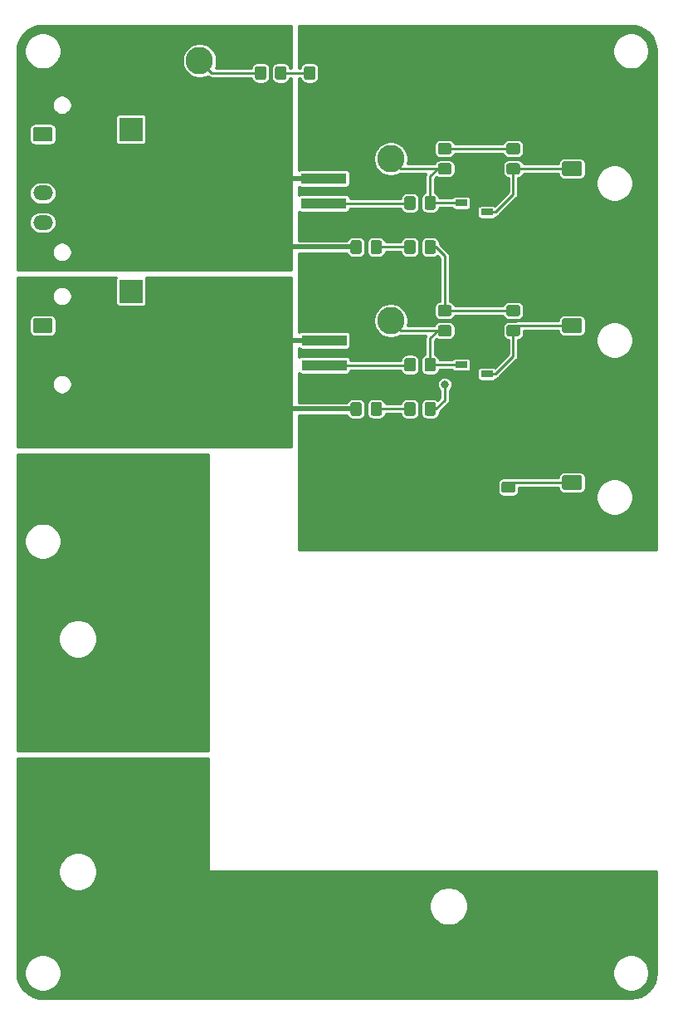
<source format=gbr>
G04 #@! TF.GenerationSoftware,KiCad,Pcbnew,5.1.5-52549c5~84~ubuntu18.04.1*
G04 #@! TF.CreationDate,2020-02-01T01:55:07-06:00*
G04 #@! TF.ProjectId,ContactorDriver,436f6e74-6163-4746-9f72-447269766572,rev?*
G04 #@! TF.SameCoordinates,Original*
G04 #@! TF.FileFunction,Copper,L1,Top*
G04 #@! TF.FilePolarity,Positive*
%FSLAX46Y46*%
G04 Gerber Fmt 4.6, Leading zero omitted, Abs format (unit mm)*
G04 Created by KiCad (PCBNEW 5.1.5-52549c5~84~ubuntu18.04.1) date 2020-02-01 01:55:07*
%MOMM*%
%LPD*%
G04 APERTURE LIST*
%ADD10C,0.100000*%
%ADD11O,2.400000X2.400000*%
%ADD12R,2.400000X2.400000*%
%ADD13O,2.020000X1.500000*%
%ADD14R,4.600000X1.100000*%
%ADD15R,9.400000X10.800000*%
%ADD16R,1.220000X0.650000*%
%ADD17C,2.800000*%
%ADD18C,2.286000*%
%ADD19C,4.500880*%
%ADD20C,0.800000*%
%ADD21C,0.250000*%
%ADD22C,0.500000*%
%ADD23C,0.254000*%
G04 APERTURE END LIST*
G04 #@! TA.AperFunction,SMDPad,CuDef*
D10*
G36*
X214974505Y-114901204D02*
G01*
X214998773Y-114904804D01*
X215022572Y-114910765D01*
X215045671Y-114919030D01*
X215067850Y-114929520D01*
X215088893Y-114942132D01*
X215108599Y-114956747D01*
X215126777Y-114973223D01*
X215143253Y-114991401D01*
X215157868Y-115011107D01*
X215170480Y-115032150D01*
X215180970Y-115054329D01*
X215189235Y-115077428D01*
X215195196Y-115101227D01*
X215198796Y-115125495D01*
X215200000Y-115149999D01*
X215200000Y-115800001D01*
X215198796Y-115824505D01*
X215195196Y-115848773D01*
X215189235Y-115872572D01*
X215180970Y-115895671D01*
X215170480Y-115917850D01*
X215157868Y-115938893D01*
X215143253Y-115958599D01*
X215126777Y-115976777D01*
X215108599Y-115993253D01*
X215088893Y-116007868D01*
X215067850Y-116020480D01*
X215045671Y-116030970D01*
X215022572Y-116039235D01*
X214998773Y-116045196D01*
X214974505Y-116048796D01*
X214950001Y-116050000D01*
X214049999Y-116050000D01*
X214025495Y-116048796D01*
X214001227Y-116045196D01*
X213977428Y-116039235D01*
X213954329Y-116030970D01*
X213932150Y-116020480D01*
X213911107Y-116007868D01*
X213891401Y-115993253D01*
X213873223Y-115976777D01*
X213856747Y-115958599D01*
X213842132Y-115938893D01*
X213829520Y-115917850D01*
X213819030Y-115895671D01*
X213810765Y-115872572D01*
X213804804Y-115848773D01*
X213801204Y-115824505D01*
X213800000Y-115800001D01*
X213800000Y-115149999D01*
X213801204Y-115125495D01*
X213804804Y-115101227D01*
X213810765Y-115077428D01*
X213819030Y-115054329D01*
X213829520Y-115032150D01*
X213842132Y-115011107D01*
X213856747Y-114991401D01*
X213873223Y-114973223D01*
X213891401Y-114956747D01*
X213911107Y-114942132D01*
X213932150Y-114929520D01*
X213954329Y-114919030D01*
X213977428Y-114910765D01*
X214001227Y-114904804D01*
X214025495Y-114901204D01*
X214049999Y-114900000D01*
X214950001Y-114900000D01*
X214974505Y-114901204D01*
G37*
G04 #@! TD.AperFunction*
G04 #@! TA.AperFunction,SMDPad,CuDef*
G36*
X214974505Y-116951204D02*
G01*
X214998773Y-116954804D01*
X215022572Y-116960765D01*
X215045671Y-116969030D01*
X215067850Y-116979520D01*
X215088893Y-116992132D01*
X215108599Y-117006747D01*
X215126777Y-117023223D01*
X215143253Y-117041401D01*
X215157868Y-117061107D01*
X215170480Y-117082150D01*
X215180970Y-117104329D01*
X215189235Y-117127428D01*
X215195196Y-117151227D01*
X215198796Y-117175495D01*
X215200000Y-117199999D01*
X215200000Y-117850001D01*
X215198796Y-117874505D01*
X215195196Y-117898773D01*
X215189235Y-117922572D01*
X215180970Y-117945671D01*
X215170480Y-117967850D01*
X215157868Y-117988893D01*
X215143253Y-118008599D01*
X215126777Y-118026777D01*
X215108599Y-118043253D01*
X215088893Y-118057868D01*
X215067850Y-118070480D01*
X215045671Y-118080970D01*
X215022572Y-118089235D01*
X214998773Y-118095196D01*
X214974505Y-118098796D01*
X214950001Y-118100000D01*
X214049999Y-118100000D01*
X214025495Y-118098796D01*
X214001227Y-118095196D01*
X213977428Y-118089235D01*
X213954329Y-118080970D01*
X213932150Y-118070480D01*
X213911107Y-118057868D01*
X213891401Y-118043253D01*
X213873223Y-118026777D01*
X213856747Y-118008599D01*
X213842132Y-117988893D01*
X213829520Y-117967850D01*
X213819030Y-117945671D01*
X213810765Y-117922572D01*
X213804804Y-117898773D01*
X213801204Y-117874505D01*
X213800000Y-117850001D01*
X213800000Y-117199999D01*
X213801204Y-117175495D01*
X213804804Y-117151227D01*
X213810765Y-117127428D01*
X213819030Y-117104329D01*
X213829520Y-117082150D01*
X213842132Y-117061107D01*
X213856747Y-117041401D01*
X213873223Y-117023223D01*
X213891401Y-117006747D01*
X213911107Y-116992132D01*
X213932150Y-116979520D01*
X213954329Y-116969030D01*
X213977428Y-116960765D01*
X214001227Y-116954804D01*
X214025495Y-116951204D01*
X214049999Y-116950000D01*
X214950001Y-116950000D01*
X214974505Y-116951204D01*
G37*
G04 #@! TD.AperFunction*
D11*
X176000000Y-89160000D03*
D12*
X176000000Y-79000000D03*
G04 #@! TA.AperFunction,SMDPad,CuDef*
D10*
G36*
X201374505Y-90301204D02*
G01*
X201398773Y-90304804D01*
X201422572Y-90310765D01*
X201445671Y-90319030D01*
X201467850Y-90329520D01*
X201488893Y-90342132D01*
X201508599Y-90356747D01*
X201526777Y-90373223D01*
X201543253Y-90391401D01*
X201557868Y-90411107D01*
X201570480Y-90432150D01*
X201580970Y-90454329D01*
X201589235Y-90477428D01*
X201595196Y-90501227D01*
X201598796Y-90525495D01*
X201600000Y-90549999D01*
X201600000Y-91450001D01*
X201598796Y-91474505D01*
X201595196Y-91498773D01*
X201589235Y-91522572D01*
X201580970Y-91545671D01*
X201570480Y-91567850D01*
X201557868Y-91588893D01*
X201543253Y-91608599D01*
X201526777Y-91626777D01*
X201508599Y-91643253D01*
X201488893Y-91657868D01*
X201467850Y-91670480D01*
X201445671Y-91680970D01*
X201422572Y-91689235D01*
X201398773Y-91695196D01*
X201374505Y-91698796D01*
X201350001Y-91700000D01*
X200699999Y-91700000D01*
X200675495Y-91698796D01*
X200651227Y-91695196D01*
X200627428Y-91689235D01*
X200604329Y-91680970D01*
X200582150Y-91670480D01*
X200561107Y-91657868D01*
X200541401Y-91643253D01*
X200523223Y-91626777D01*
X200506747Y-91608599D01*
X200492132Y-91588893D01*
X200479520Y-91567850D01*
X200469030Y-91545671D01*
X200460765Y-91522572D01*
X200454804Y-91498773D01*
X200451204Y-91474505D01*
X200450000Y-91450001D01*
X200450000Y-90549999D01*
X200451204Y-90525495D01*
X200454804Y-90501227D01*
X200460765Y-90477428D01*
X200469030Y-90454329D01*
X200479520Y-90432150D01*
X200492132Y-90411107D01*
X200506747Y-90391401D01*
X200523223Y-90373223D01*
X200541401Y-90356747D01*
X200561107Y-90342132D01*
X200582150Y-90329520D01*
X200604329Y-90319030D01*
X200627428Y-90310765D01*
X200651227Y-90304804D01*
X200675495Y-90301204D01*
X200699999Y-90300000D01*
X201350001Y-90300000D01*
X201374505Y-90301204D01*
G37*
G04 #@! TD.AperFunction*
G04 #@! TA.AperFunction,SMDPad,CuDef*
G36*
X199324505Y-90301204D02*
G01*
X199348773Y-90304804D01*
X199372572Y-90310765D01*
X199395671Y-90319030D01*
X199417850Y-90329520D01*
X199438893Y-90342132D01*
X199458599Y-90356747D01*
X199476777Y-90373223D01*
X199493253Y-90391401D01*
X199507868Y-90411107D01*
X199520480Y-90432150D01*
X199530970Y-90454329D01*
X199539235Y-90477428D01*
X199545196Y-90501227D01*
X199548796Y-90525495D01*
X199550000Y-90549999D01*
X199550000Y-91450001D01*
X199548796Y-91474505D01*
X199545196Y-91498773D01*
X199539235Y-91522572D01*
X199530970Y-91545671D01*
X199520480Y-91567850D01*
X199507868Y-91588893D01*
X199493253Y-91608599D01*
X199476777Y-91626777D01*
X199458599Y-91643253D01*
X199438893Y-91657868D01*
X199417850Y-91670480D01*
X199395671Y-91680970D01*
X199372572Y-91689235D01*
X199348773Y-91695196D01*
X199324505Y-91698796D01*
X199300001Y-91700000D01*
X198649999Y-91700000D01*
X198625495Y-91698796D01*
X198601227Y-91695196D01*
X198577428Y-91689235D01*
X198554329Y-91680970D01*
X198532150Y-91670480D01*
X198511107Y-91657868D01*
X198491401Y-91643253D01*
X198473223Y-91626777D01*
X198456747Y-91608599D01*
X198442132Y-91588893D01*
X198429520Y-91567850D01*
X198419030Y-91545671D01*
X198410765Y-91522572D01*
X198404804Y-91498773D01*
X198401204Y-91474505D01*
X198400000Y-91450001D01*
X198400000Y-90549999D01*
X198401204Y-90525495D01*
X198404804Y-90501227D01*
X198410765Y-90477428D01*
X198419030Y-90454329D01*
X198429520Y-90432150D01*
X198442132Y-90411107D01*
X198456747Y-90391401D01*
X198473223Y-90373223D01*
X198491401Y-90356747D01*
X198511107Y-90342132D01*
X198532150Y-90329520D01*
X198554329Y-90319030D01*
X198577428Y-90310765D01*
X198601227Y-90304804D01*
X198625495Y-90301204D01*
X198649999Y-90300000D01*
X199300001Y-90300000D01*
X199324505Y-90301204D01*
G37*
G04 #@! TD.AperFunction*
G04 #@! TA.AperFunction,SMDPad,CuDef*
G36*
X199324505Y-106801204D02*
G01*
X199348773Y-106804804D01*
X199372572Y-106810765D01*
X199395671Y-106819030D01*
X199417850Y-106829520D01*
X199438893Y-106842132D01*
X199458599Y-106856747D01*
X199476777Y-106873223D01*
X199493253Y-106891401D01*
X199507868Y-106911107D01*
X199520480Y-106932150D01*
X199530970Y-106954329D01*
X199539235Y-106977428D01*
X199545196Y-107001227D01*
X199548796Y-107025495D01*
X199550000Y-107049999D01*
X199550000Y-107950001D01*
X199548796Y-107974505D01*
X199545196Y-107998773D01*
X199539235Y-108022572D01*
X199530970Y-108045671D01*
X199520480Y-108067850D01*
X199507868Y-108088893D01*
X199493253Y-108108599D01*
X199476777Y-108126777D01*
X199458599Y-108143253D01*
X199438893Y-108157868D01*
X199417850Y-108170480D01*
X199395671Y-108180970D01*
X199372572Y-108189235D01*
X199348773Y-108195196D01*
X199324505Y-108198796D01*
X199300001Y-108200000D01*
X198649999Y-108200000D01*
X198625495Y-108198796D01*
X198601227Y-108195196D01*
X198577428Y-108189235D01*
X198554329Y-108180970D01*
X198532150Y-108170480D01*
X198511107Y-108157868D01*
X198491401Y-108143253D01*
X198473223Y-108126777D01*
X198456747Y-108108599D01*
X198442132Y-108088893D01*
X198429520Y-108067850D01*
X198419030Y-108045671D01*
X198410765Y-108022572D01*
X198404804Y-107998773D01*
X198401204Y-107974505D01*
X198400000Y-107950001D01*
X198400000Y-107049999D01*
X198401204Y-107025495D01*
X198404804Y-107001227D01*
X198410765Y-106977428D01*
X198419030Y-106954329D01*
X198429520Y-106932150D01*
X198442132Y-106911107D01*
X198456747Y-106891401D01*
X198473223Y-106873223D01*
X198491401Y-106856747D01*
X198511107Y-106842132D01*
X198532150Y-106829520D01*
X198554329Y-106819030D01*
X198577428Y-106810765D01*
X198601227Y-106804804D01*
X198625495Y-106801204D01*
X198649999Y-106800000D01*
X199300001Y-106800000D01*
X199324505Y-106801204D01*
G37*
G04 #@! TD.AperFunction*
G04 #@! TA.AperFunction,SMDPad,CuDef*
G36*
X201374505Y-106801204D02*
G01*
X201398773Y-106804804D01*
X201422572Y-106810765D01*
X201445671Y-106819030D01*
X201467850Y-106829520D01*
X201488893Y-106842132D01*
X201508599Y-106856747D01*
X201526777Y-106873223D01*
X201543253Y-106891401D01*
X201557868Y-106911107D01*
X201570480Y-106932150D01*
X201580970Y-106954329D01*
X201589235Y-106977428D01*
X201595196Y-107001227D01*
X201598796Y-107025495D01*
X201600000Y-107049999D01*
X201600000Y-107950001D01*
X201598796Y-107974505D01*
X201595196Y-107998773D01*
X201589235Y-108022572D01*
X201580970Y-108045671D01*
X201570480Y-108067850D01*
X201557868Y-108088893D01*
X201543253Y-108108599D01*
X201526777Y-108126777D01*
X201508599Y-108143253D01*
X201488893Y-108157868D01*
X201467850Y-108170480D01*
X201445671Y-108180970D01*
X201422572Y-108189235D01*
X201398773Y-108195196D01*
X201374505Y-108198796D01*
X201350001Y-108200000D01*
X200699999Y-108200000D01*
X200675495Y-108198796D01*
X200651227Y-108195196D01*
X200627428Y-108189235D01*
X200604329Y-108180970D01*
X200582150Y-108170480D01*
X200561107Y-108157868D01*
X200541401Y-108143253D01*
X200523223Y-108126777D01*
X200506747Y-108108599D01*
X200492132Y-108088893D01*
X200479520Y-108067850D01*
X200469030Y-108045671D01*
X200460765Y-108022572D01*
X200454804Y-107998773D01*
X200451204Y-107974505D01*
X200450000Y-107950001D01*
X200450000Y-107049999D01*
X200451204Y-107025495D01*
X200454804Y-107001227D01*
X200460765Y-106977428D01*
X200469030Y-106954329D01*
X200479520Y-106932150D01*
X200492132Y-106911107D01*
X200506747Y-106891401D01*
X200523223Y-106873223D01*
X200541401Y-106856747D01*
X200561107Y-106842132D01*
X200582150Y-106829520D01*
X200604329Y-106819030D01*
X200627428Y-106810765D01*
X200651227Y-106804804D01*
X200675495Y-106801204D01*
X200699999Y-106800000D01*
X201350001Y-106800000D01*
X201374505Y-106801204D01*
G37*
G04 #@! TD.AperFunction*
D12*
X176000000Y-95500000D03*
D11*
X176000000Y-105660000D03*
G04 #@! TA.AperFunction,ComponentPad*
D10*
G36*
X221784504Y-114251204D02*
G01*
X221808773Y-114254804D01*
X221832571Y-114260765D01*
X221855671Y-114269030D01*
X221877849Y-114279520D01*
X221898893Y-114292133D01*
X221918598Y-114306747D01*
X221936777Y-114323223D01*
X221953253Y-114341402D01*
X221967867Y-114361107D01*
X221980480Y-114382151D01*
X221990970Y-114404329D01*
X221999235Y-114427429D01*
X222005196Y-114451227D01*
X222008796Y-114475496D01*
X222010000Y-114500000D01*
X222010000Y-115500000D01*
X222008796Y-115524504D01*
X222005196Y-115548773D01*
X221999235Y-115572571D01*
X221990970Y-115595671D01*
X221980480Y-115617849D01*
X221967867Y-115638893D01*
X221953253Y-115658598D01*
X221936777Y-115676777D01*
X221918598Y-115693253D01*
X221898893Y-115707867D01*
X221877849Y-115720480D01*
X221855671Y-115730970D01*
X221832571Y-115739235D01*
X221808773Y-115745196D01*
X221784504Y-115748796D01*
X221760000Y-115750000D01*
X220240000Y-115750000D01*
X220215496Y-115748796D01*
X220191227Y-115745196D01*
X220167429Y-115739235D01*
X220144329Y-115730970D01*
X220122151Y-115720480D01*
X220101107Y-115707867D01*
X220081402Y-115693253D01*
X220063223Y-115676777D01*
X220046747Y-115658598D01*
X220032133Y-115638893D01*
X220019520Y-115617849D01*
X220009030Y-115595671D01*
X220000765Y-115572571D01*
X219994804Y-115548773D01*
X219991204Y-115524504D01*
X219990000Y-115500000D01*
X219990000Y-114500000D01*
X219991204Y-114475496D01*
X219994804Y-114451227D01*
X220000765Y-114427429D01*
X220009030Y-114404329D01*
X220019520Y-114382151D01*
X220032133Y-114361107D01*
X220046747Y-114341402D01*
X220063223Y-114323223D01*
X220081402Y-114306747D01*
X220101107Y-114292133D01*
X220122151Y-114279520D01*
X220144329Y-114269030D01*
X220167429Y-114260765D01*
X220191227Y-114254804D01*
X220215496Y-114251204D01*
X220240000Y-114250000D01*
X221760000Y-114250000D01*
X221784504Y-114251204D01*
G37*
G04 #@! TD.AperFunction*
D13*
X221000000Y-118000000D03*
X221000000Y-86000000D03*
G04 #@! TA.AperFunction,ComponentPad*
D10*
G36*
X221784504Y-82251204D02*
G01*
X221808773Y-82254804D01*
X221832571Y-82260765D01*
X221855671Y-82269030D01*
X221877849Y-82279520D01*
X221898893Y-82292133D01*
X221918598Y-82306747D01*
X221936777Y-82323223D01*
X221953253Y-82341402D01*
X221967867Y-82361107D01*
X221980480Y-82382151D01*
X221990970Y-82404329D01*
X221999235Y-82427429D01*
X222005196Y-82451227D01*
X222008796Y-82475496D01*
X222010000Y-82500000D01*
X222010000Y-83500000D01*
X222008796Y-83524504D01*
X222005196Y-83548773D01*
X221999235Y-83572571D01*
X221990970Y-83595671D01*
X221980480Y-83617849D01*
X221967867Y-83638893D01*
X221953253Y-83658598D01*
X221936777Y-83676777D01*
X221918598Y-83693253D01*
X221898893Y-83707867D01*
X221877849Y-83720480D01*
X221855671Y-83730970D01*
X221832571Y-83739235D01*
X221808773Y-83745196D01*
X221784504Y-83748796D01*
X221760000Y-83750000D01*
X220240000Y-83750000D01*
X220215496Y-83748796D01*
X220191227Y-83745196D01*
X220167429Y-83739235D01*
X220144329Y-83730970D01*
X220122151Y-83720480D01*
X220101107Y-83707867D01*
X220081402Y-83693253D01*
X220063223Y-83676777D01*
X220046747Y-83658598D01*
X220032133Y-83638893D01*
X220019520Y-83617849D01*
X220009030Y-83595671D01*
X220000765Y-83572571D01*
X219994804Y-83548773D01*
X219991204Y-83524504D01*
X219990000Y-83500000D01*
X219990000Y-82500000D01*
X219991204Y-82475496D01*
X219994804Y-82451227D01*
X220000765Y-82427429D01*
X220009030Y-82404329D01*
X220019520Y-82382151D01*
X220032133Y-82361107D01*
X220046747Y-82341402D01*
X220063223Y-82323223D01*
X220081402Y-82306747D01*
X220101107Y-82292133D01*
X220122151Y-82279520D01*
X220144329Y-82269030D01*
X220167429Y-82260765D01*
X220191227Y-82254804D01*
X220215496Y-82251204D01*
X220240000Y-82250000D01*
X221760000Y-82250000D01*
X221784504Y-82251204D01*
G37*
G04 #@! TD.AperFunction*
G04 #@! TA.AperFunction,ComponentPad*
G36*
X167784504Y-78751204D02*
G01*
X167808773Y-78754804D01*
X167832571Y-78760765D01*
X167855671Y-78769030D01*
X167877849Y-78779520D01*
X167898893Y-78792133D01*
X167918598Y-78806747D01*
X167936777Y-78823223D01*
X167953253Y-78841402D01*
X167967867Y-78861107D01*
X167980480Y-78882151D01*
X167990970Y-78904329D01*
X167999235Y-78927429D01*
X168005196Y-78951227D01*
X168008796Y-78975496D01*
X168010000Y-79000000D01*
X168010000Y-80000000D01*
X168008796Y-80024504D01*
X168005196Y-80048773D01*
X167999235Y-80072571D01*
X167990970Y-80095671D01*
X167980480Y-80117849D01*
X167967867Y-80138893D01*
X167953253Y-80158598D01*
X167936777Y-80176777D01*
X167918598Y-80193253D01*
X167898893Y-80207867D01*
X167877849Y-80220480D01*
X167855671Y-80230970D01*
X167832571Y-80239235D01*
X167808773Y-80245196D01*
X167784504Y-80248796D01*
X167760000Y-80250000D01*
X166240000Y-80250000D01*
X166215496Y-80248796D01*
X166191227Y-80245196D01*
X166167429Y-80239235D01*
X166144329Y-80230970D01*
X166122151Y-80220480D01*
X166101107Y-80207867D01*
X166081402Y-80193253D01*
X166063223Y-80176777D01*
X166046747Y-80158598D01*
X166032133Y-80138893D01*
X166019520Y-80117849D01*
X166009030Y-80095671D01*
X166000765Y-80072571D01*
X165994804Y-80048773D01*
X165991204Y-80024504D01*
X165990000Y-80000000D01*
X165990000Y-79000000D01*
X165991204Y-78975496D01*
X165994804Y-78951227D01*
X166000765Y-78927429D01*
X166009030Y-78904329D01*
X166019520Y-78882151D01*
X166032133Y-78861107D01*
X166046747Y-78841402D01*
X166063223Y-78823223D01*
X166081402Y-78806747D01*
X166101107Y-78792133D01*
X166122151Y-78779520D01*
X166144329Y-78769030D01*
X166167429Y-78760765D01*
X166191227Y-78754804D01*
X166215496Y-78751204D01*
X166240000Y-78750000D01*
X167760000Y-78750000D01*
X167784504Y-78751204D01*
G37*
G04 #@! TD.AperFunction*
D13*
X167000000Y-82500000D03*
X167000000Y-85500000D03*
X167000000Y-88500000D03*
G04 #@! TA.AperFunction,ComponentPad*
D10*
G36*
X221784504Y-98251204D02*
G01*
X221808773Y-98254804D01*
X221832571Y-98260765D01*
X221855671Y-98269030D01*
X221877849Y-98279520D01*
X221898893Y-98292133D01*
X221918598Y-98306747D01*
X221936777Y-98323223D01*
X221953253Y-98341402D01*
X221967867Y-98361107D01*
X221980480Y-98382151D01*
X221990970Y-98404329D01*
X221999235Y-98427429D01*
X222005196Y-98451227D01*
X222008796Y-98475496D01*
X222010000Y-98500000D01*
X222010000Y-99500000D01*
X222008796Y-99524504D01*
X222005196Y-99548773D01*
X221999235Y-99572571D01*
X221990970Y-99595671D01*
X221980480Y-99617849D01*
X221967867Y-99638893D01*
X221953253Y-99658598D01*
X221936777Y-99676777D01*
X221918598Y-99693253D01*
X221898893Y-99707867D01*
X221877849Y-99720480D01*
X221855671Y-99730970D01*
X221832571Y-99739235D01*
X221808773Y-99745196D01*
X221784504Y-99748796D01*
X221760000Y-99750000D01*
X220240000Y-99750000D01*
X220215496Y-99748796D01*
X220191227Y-99745196D01*
X220167429Y-99739235D01*
X220144329Y-99730970D01*
X220122151Y-99720480D01*
X220101107Y-99707867D01*
X220081402Y-99693253D01*
X220063223Y-99676777D01*
X220046747Y-99658598D01*
X220032133Y-99638893D01*
X220019520Y-99617849D01*
X220009030Y-99595671D01*
X220000765Y-99572571D01*
X219994804Y-99548773D01*
X219991204Y-99524504D01*
X219990000Y-99500000D01*
X219990000Y-98500000D01*
X219991204Y-98475496D01*
X219994804Y-98451227D01*
X220000765Y-98427429D01*
X220009030Y-98404329D01*
X220019520Y-98382151D01*
X220032133Y-98361107D01*
X220046747Y-98341402D01*
X220063223Y-98323223D01*
X220081402Y-98306747D01*
X220101107Y-98292133D01*
X220122151Y-98279520D01*
X220144329Y-98269030D01*
X220167429Y-98260765D01*
X220191227Y-98254804D01*
X220215496Y-98251204D01*
X220240000Y-98250000D01*
X221760000Y-98250000D01*
X221784504Y-98251204D01*
G37*
G04 #@! TD.AperFunction*
D13*
X221000000Y-102000000D03*
G04 #@! TA.AperFunction,ComponentPad*
D10*
G36*
X167784504Y-98251204D02*
G01*
X167808773Y-98254804D01*
X167832571Y-98260765D01*
X167855671Y-98269030D01*
X167877849Y-98279520D01*
X167898893Y-98292133D01*
X167918598Y-98306747D01*
X167936777Y-98323223D01*
X167953253Y-98341402D01*
X167967867Y-98361107D01*
X167980480Y-98382151D01*
X167990970Y-98404329D01*
X167999235Y-98427429D01*
X168005196Y-98451227D01*
X168008796Y-98475496D01*
X168010000Y-98500000D01*
X168010000Y-99500000D01*
X168008796Y-99524504D01*
X168005196Y-99548773D01*
X167999235Y-99572571D01*
X167990970Y-99595671D01*
X167980480Y-99617849D01*
X167967867Y-99638893D01*
X167953253Y-99658598D01*
X167936777Y-99676777D01*
X167918598Y-99693253D01*
X167898893Y-99707867D01*
X167877849Y-99720480D01*
X167855671Y-99730970D01*
X167832571Y-99739235D01*
X167808773Y-99745196D01*
X167784504Y-99748796D01*
X167760000Y-99750000D01*
X166240000Y-99750000D01*
X166215496Y-99748796D01*
X166191227Y-99745196D01*
X166167429Y-99739235D01*
X166144329Y-99730970D01*
X166122151Y-99720480D01*
X166101107Y-99707867D01*
X166081402Y-99693253D01*
X166063223Y-99676777D01*
X166046747Y-99658598D01*
X166032133Y-99638893D01*
X166019520Y-99617849D01*
X166009030Y-99595671D01*
X166000765Y-99572571D01*
X165994804Y-99548773D01*
X165991204Y-99524504D01*
X165990000Y-99500000D01*
X165990000Y-98500000D01*
X165991204Y-98475496D01*
X165994804Y-98451227D01*
X166000765Y-98427429D01*
X166009030Y-98404329D01*
X166019520Y-98382151D01*
X166032133Y-98361107D01*
X166046747Y-98341402D01*
X166063223Y-98323223D01*
X166081402Y-98306747D01*
X166101107Y-98292133D01*
X166122151Y-98279520D01*
X166144329Y-98269030D01*
X166167429Y-98260765D01*
X166191227Y-98254804D01*
X166215496Y-98251204D01*
X166240000Y-98250000D01*
X167760000Y-98250000D01*
X167784504Y-98251204D01*
G37*
G04 #@! TD.AperFunction*
D13*
X167000000Y-102000000D03*
D14*
X195650000Y-86540000D03*
X195650000Y-84000000D03*
X195650000Y-81460000D03*
D15*
X186500000Y-84000000D03*
D16*
X209690000Y-86500000D03*
X212310000Y-85550000D03*
X212310000Y-87450000D03*
X212310000Y-103950000D03*
X212310000Y-102050000D03*
X209690000Y-103000000D03*
D15*
X186575000Y-100500000D03*
D14*
X195725000Y-97960000D03*
X195725000Y-100500000D03*
X195725000Y-103040000D03*
G04 #@! TA.AperFunction,SMDPad,CuDef*
D10*
G36*
X215474505Y-80401204D02*
G01*
X215498773Y-80404804D01*
X215522572Y-80410765D01*
X215545671Y-80419030D01*
X215567850Y-80429520D01*
X215588893Y-80442132D01*
X215608599Y-80456747D01*
X215626777Y-80473223D01*
X215643253Y-80491401D01*
X215657868Y-80511107D01*
X215670480Y-80532150D01*
X215680970Y-80554329D01*
X215689235Y-80577428D01*
X215695196Y-80601227D01*
X215698796Y-80625495D01*
X215700000Y-80649999D01*
X215700000Y-81300001D01*
X215698796Y-81324505D01*
X215695196Y-81348773D01*
X215689235Y-81372572D01*
X215680970Y-81395671D01*
X215670480Y-81417850D01*
X215657868Y-81438893D01*
X215643253Y-81458599D01*
X215626777Y-81476777D01*
X215608599Y-81493253D01*
X215588893Y-81507868D01*
X215567850Y-81520480D01*
X215545671Y-81530970D01*
X215522572Y-81539235D01*
X215498773Y-81545196D01*
X215474505Y-81548796D01*
X215450001Y-81550000D01*
X214549999Y-81550000D01*
X214525495Y-81548796D01*
X214501227Y-81545196D01*
X214477428Y-81539235D01*
X214454329Y-81530970D01*
X214432150Y-81520480D01*
X214411107Y-81507868D01*
X214391401Y-81493253D01*
X214373223Y-81476777D01*
X214356747Y-81458599D01*
X214342132Y-81438893D01*
X214329520Y-81417850D01*
X214319030Y-81395671D01*
X214310765Y-81372572D01*
X214304804Y-81348773D01*
X214301204Y-81324505D01*
X214300000Y-81300001D01*
X214300000Y-80649999D01*
X214301204Y-80625495D01*
X214304804Y-80601227D01*
X214310765Y-80577428D01*
X214319030Y-80554329D01*
X214329520Y-80532150D01*
X214342132Y-80511107D01*
X214356747Y-80491401D01*
X214373223Y-80473223D01*
X214391401Y-80456747D01*
X214411107Y-80442132D01*
X214432150Y-80429520D01*
X214454329Y-80419030D01*
X214477428Y-80410765D01*
X214501227Y-80404804D01*
X214525495Y-80401204D01*
X214549999Y-80400000D01*
X215450001Y-80400000D01*
X215474505Y-80401204D01*
G37*
G04 #@! TD.AperFunction*
G04 #@! TA.AperFunction,SMDPad,CuDef*
G36*
X215474505Y-82451204D02*
G01*
X215498773Y-82454804D01*
X215522572Y-82460765D01*
X215545671Y-82469030D01*
X215567850Y-82479520D01*
X215588893Y-82492132D01*
X215608599Y-82506747D01*
X215626777Y-82523223D01*
X215643253Y-82541401D01*
X215657868Y-82561107D01*
X215670480Y-82582150D01*
X215680970Y-82604329D01*
X215689235Y-82627428D01*
X215695196Y-82651227D01*
X215698796Y-82675495D01*
X215700000Y-82699999D01*
X215700000Y-83350001D01*
X215698796Y-83374505D01*
X215695196Y-83398773D01*
X215689235Y-83422572D01*
X215680970Y-83445671D01*
X215670480Y-83467850D01*
X215657868Y-83488893D01*
X215643253Y-83508599D01*
X215626777Y-83526777D01*
X215608599Y-83543253D01*
X215588893Y-83557868D01*
X215567850Y-83570480D01*
X215545671Y-83580970D01*
X215522572Y-83589235D01*
X215498773Y-83595196D01*
X215474505Y-83598796D01*
X215450001Y-83600000D01*
X214549999Y-83600000D01*
X214525495Y-83598796D01*
X214501227Y-83595196D01*
X214477428Y-83589235D01*
X214454329Y-83580970D01*
X214432150Y-83570480D01*
X214411107Y-83557868D01*
X214391401Y-83543253D01*
X214373223Y-83526777D01*
X214356747Y-83508599D01*
X214342132Y-83488893D01*
X214329520Y-83467850D01*
X214319030Y-83445671D01*
X214310765Y-83422572D01*
X214304804Y-83398773D01*
X214301204Y-83374505D01*
X214300000Y-83350001D01*
X214300000Y-82699999D01*
X214301204Y-82675495D01*
X214304804Y-82651227D01*
X214310765Y-82627428D01*
X214319030Y-82604329D01*
X214329520Y-82582150D01*
X214342132Y-82561107D01*
X214356747Y-82541401D01*
X214373223Y-82523223D01*
X214391401Y-82506747D01*
X214411107Y-82492132D01*
X214432150Y-82479520D01*
X214454329Y-82469030D01*
X214477428Y-82460765D01*
X214501227Y-82454804D01*
X214525495Y-82451204D01*
X214549999Y-82450000D01*
X215450001Y-82450000D01*
X215474505Y-82451204D01*
G37*
G04 #@! TD.AperFunction*
G04 #@! TA.AperFunction,SMDPad,CuDef*
G36*
X206874505Y-85801204D02*
G01*
X206898773Y-85804804D01*
X206922572Y-85810765D01*
X206945671Y-85819030D01*
X206967850Y-85829520D01*
X206988893Y-85842132D01*
X207008599Y-85856747D01*
X207026777Y-85873223D01*
X207043253Y-85891401D01*
X207057868Y-85911107D01*
X207070480Y-85932150D01*
X207080970Y-85954329D01*
X207089235Y-85977428D01*
X207095196Y-86001227D01*
X207098796Y-86025495D01*
X207100000Y-86049999D01*
X207100000Y-86950001D01*
X207098796Y-86974505D01*
X207095196Y-86998773D01*
X207089235Y-87022572D01*
X207080970Y-87045671D01*
X207070480Y-87067850D01*
X207057868Y-87088893D01*
X207043253Y-87108599D01*
X207026777Y-87126777D01*
X207008599Y-87143253D01*
X206988893Y-87157868D01*
X206967850Y-87170480D01*
X206945671Y-87180970D01*
X206922572Y-87189235D01*
X206898773Y-87195196D01*
X206874505Y-87198796D01*
X206850001Y-87200000D01*
X206199999Y-87200000D01*
X206175495Y-87198796D01*
X206151227Y-87195196D01*
X206127428Y-87189235D01*
X206104329Y-87180970D01*
X206082150Y-87170480D01*
X206061107Y-87157868D01*
X206041401Y-87143253D01*
X206023223Y-87126777D01*
X206006747Y-87108599D01*
X205992132Y-87088893D01*
X205979520Y-87067850D01*
X205969030Y-87045671D01*
X205960765Y-87022572D01*
X205954804Y-86998773D01*
X205951204Y-86974505D01*
X205950000Y-86950001D01*
X205950000Y-86049999D01*
X205951204Y-86025495D01*
X205954804Y-86001227D01*
X205960765Y-85977428D01*
X205969030Y-85954329D01*
X205979520Y-85932150D01*
X205992132Y-85911107D01*
X206006747Y-85891401D01*
X206023223Y-85873223D01*
X206041401Y-85856747D01*
X206061107Y-85842132D01*
X206082150Y-85829520D01*
X206104329Y-85819030D01*
X206127428Y-85810765D01*
X206151227Y-85804804D01*
X206175495Y-85801204D01*
X206199999Y-85800000D01*
X206850001Y-85800000D01*
X206874505Y-85801204D01*
G37*
G04 #@! TD.AperFunction*
G04 #@! TA.AperFunction,SMDPad,CuDef*
G36*
X204824505Y-85801204D02*
G01*
X204848773Y-85804804D01*
X204872572Y-85810765D01*
X204895671Y-85819030D01*
X204917850Y-85829520D01*
X204938893Y-85842132D01*
X204958599Y-85856747D01*
X204976777Y-85873223D01*
X204993253Y-85891401D01*
X205007868Y-85911107D01*
X205020480Y-85932150D01*
X205030970Y-85954329D01*
X205039235Y-85977428D01*
X205045196Y-86001227D01*
X205048796Y-86025495D01*
X205050000Y-86049999D01*
X205050000Y-86950001D01*
X205048796Y-86974505D01*
X205045196Y-86998773D01*
X205039235Y-87022572D01*
X205030970Y-87045671D01*
X205020480Y-87067850D01*
X205007868Y-87088893D01*
X204993253Y-87108599D01*
X204976777Y-87126777D01*
X204958599Y-87143253D01*
X204938893Y-87157868D01*
X204917850Y-87170480D01*
X204895671Y-87180970D01*
X204872572Y-87189235D01*
X204848773Y-87195196D01*
X204824505Y-87198796D01*
X204800001Y-87200000D01*
X204149999Y-87200000D01*
X204125495Y-87198796D01*
X204101227Y-87195196D01*
X204077428Y-87189235D01*
X204054329Y-87180970D01*
X204032150Y-87170480D01*
X204011107Y-87157868D01*
X203991401Y-87143253D01*
X203973223Y-87126777D01*
X203956747Y-87108599D01*
X203942132Y-87088893D01*
X203929520Y-87067850D01*
X203919030Y-87045671D01*
X203910765Y-87022572D01*
X203904804Y-86998773D01*
X203901204Y-86974505D01*
X203900000Y-86950001D01*
X203900000Y-86049999D01*
X203901204Y-86025495D01*
X203904804Y-86001227D01*
X203910765Y-85977428D01*
X203919030Y-85954329D01*
X203929520Y-85932150D01*
X203942132Y-85911107D01*
X203956747Y-85891401D01*
X203973223Y-85873223D01*
X203991401Y-85856747D01*
X204011107Y-85842132D01*
X204032150Y-85829520D01*
X204054329Y-85819030D01*
X204077428Y-85810765D01*
X204101227Y-85804804D01*
X204125495Y-85801204D01*
X204149999Y-85800000D01*
X204800001Y-85800000D01*
X204824505Y-85801204D01*
G37*
G04 #@! TD.AperFunction*
G04 #@! TA.AperFunction,SMDPad,CuDef*
G36*
X206874505Y-90301204D02*
G01*
X206898773Y-90304804D01*
X206922572Y-90310765D01*
X206945671Y-90319030D01*
X206967850Y-90329520D01*
X206988893Y-90342132D01*
X207008599Y-90356747D01*
X207026777Y-90373223D01*
X207043253Y-90391401D01*
X207057868Y-90411107D01*
X207070480Y-90432150D01*
X207080970Y-90454329D01*
X207089235Y-90477428D01*
X207095196Y-90501227D01*
X207098796Y-90525495D01*
X207100000Y-90549999D01*
X207100000Y-91450001D01*
X207098796Y-91474505D01*
X207095196Y-91498773D01*
X207089235Y-91522572D01*
X207080970Y-91545671D01*
X207070480Y-91567850D01*
X207057868Y-91588893D01*
X207043253Y-91608599D01*
X207026777Y-91626777D01*
X207008599Y-91643253D01*
X206988893Y-91657868D01*
X206967850Y-91670480D01*
X206945671Y-91680970D01*
X206922572Y-91689235D01*
X206898773Y-91695196D01*
X206874505Y-91698796D01*
X206850001Y-91700000D01*
X206199999Y-91700000D01*
X206175495Y-91698796D01*
X206151227Y-91695196D01*
X206127428Y-91689235D01*
X206104329Y-91680970D01*
X206082150Y-91670480D01*
X206061107Y-91657868D01*
X206041401Y-91643253D01*
X206023223Y-91626777D01*
X206006747Y-91608599D01*
X205992132Y-91588893D01*
X205979520Y-91567850D01*
X205969030Y-91545671D01*
X205960765Y-91522572D01*
X205954804Y-91498773D01*
X205951204Y-91474505D01*
X205950000Y-91450001D01*
X205950000Y-90549999D01*
X205951204Y-90525495D01*
X205954804Y-90501227D01*
X205960765Y-90477428D01*
X205969030Y-90454329D01*
X205979520Y-90432150D01*
X205992132Y-90411107D01*
X206006747Y-90391401D01*
X206023223Y-90373223D01*
X206041401Y-90356747D01*
X206061107Y-90342132D01*
X206082150Y-90329520D01*
X206104329Y-90319030D01*
X206127428Y-90310765D01*
X206151227Y-90304804D01*
X206175495Y-90301204D01*
X206199999Y-90300000D01*
X206850001Y-90300000D01*
X206874505Y-90301204D01*
G37*
G04 #@! TD.AperFunction*
G04 #@! TA.AperFunction,SMDPad,CuDef*
G36*
X204824505Y-90301204D02*
G01*
X204848773Y-90304804D01*
X204872572Y-90310765D01*
X204895671Y-90319030D01*
X204917850Y-90329520D01*
X204938893Y-90342132D01*
X204958599Y-90356747D01*
X204976777Y-90373223D01*
X204993253Y-90391401D01*
X205007868Y-90411107D01*
X205020480Y-90432150D01*
X205030970Y-90454329D01*
X205039235Y-90477428D01*
X205045196Y-90501227D01*
X205048796Y-90525495D01*
X205050000Y-90549999D01*
X205050000Y-91450001D01*
X205048796Y-91474505D01*
X205045196Y-91498773D01*
X205039235Y-91522572D01*
X205030970Y-91545671D01*
X205020480Y-91567850D01*
X205007868Y-91588893D01*
X204993253Y-91608599D01*
X204976777Y-91626777D01*
X204958599Y-91643253D01*
X204938893Y-91657868D01*
X204917850Y-91670480D01*
X204895671Y-91680970D01*
X204872572Y-91689235D01*
X204848773Y-91695196D01*
X204824505Y-91698796D01*
X204800001Y-91700000D01*
X204149999Y-91700000D01*
X204125495Y-91698796D01*
X204101227Y-91695196D01*
X204077428Y-91689235D01*
X204054329Y-91680970D01*
X204032150Y-91670480D01*
X204011107Y-91657868D01*
X203991401Y-91643253D01*
X203973223Y-91626777D01*
X203956747Y-91608599D01*
X203942132Y-91588893D01*
X203929520Y-91567850D01*
X203919030Y-91545671D01*
X203910765Y-91522572D01*
X203904804Y-91498773D01*
X203901204Y-91474505D01*
X203900000Y-91450001D01*
X203900000Y-90549999D01*
X203901204Y-90525495D01*
X203904804Y-90501227D01*
X203910765Y-90477428D01*
X203919030Y-90454329D01*
X203929520Y-90432150D01*
X203942132Y-90411107D01*
X203956747Y-90391401D01*
X203973223Y-90373223D01*
X203991401Y-90356747D01*
X204011107Y-90342132D01*
X204032150Y-90329520D01*
X204054329Y-90319030D01*
X204077428Y-90310765D01*
X204101227Y-90304804D01*
X204125495Y-90301204D01*
X204149999Y-90300000D01*
X204800001Y-90300000D01*
X204824505Y-90301204D01*
G37*
G04 #@! TD.AperFunction*
G04 #@! TA.AperFunction,SMDPad,CuDef*
G36*
X215474505Y-98951204D02*
G01*
X215498773Y-98954804D01*
X215522572Y-98960765D01*
X215545671Y-98969030D01*
X215567850Y-98979520D01*
X215588893Y-98992132D01*
X215608599Y-99006747D01*
X215626777Y-99023223D01*
X215643253Y-99041401D01*
X215657868Y-99061107D01*
X215670480Y-99082150D01*
X215680970Y-99104329D01*
X215689235Y-99127428D01*
X215695196Y-99151227D01*
X215698796Y-99175495D01*
X215700000Y-99199999D01*
X215700000Y-99850001D01*
X215698796Y-99874505D01*
X215695196Y-99898773D01*
X215689235Y-99922572D01*
X215680970Y-99945671D01*
X215670480Y-99967850D01*
X215657868Y-99988893D01*
X215643253Y-100008599D01*
X215626777Y-100026777D01*
X215608599Y-100043253D01*
X215588893Y-100057868D01*
X215567850Y-100070480D01*
X215545671Y-100080970D01*
X215522572Y-100089235D01*
X215498773Y-100095196D01*
X215474505Y-100098796D01*
X215450001Y-100100000D01*
X214549999Y-100100000D01*
X214525495Y-100098796D01*
X214501227Y-100095196D01*
X214477428Y-100089235D01*
X214454329Y-100080970D01*
X214432150Y-100070480D01*
X214411107Y-100057868D01*
X214391401Y-100043253D01*
X214373223Y-100026777D01*
X214356747Y-100008599D01*
X214342132Y-99988893D01*
X214329520Y-99967850D01*
X214319030Y-99945671D01*
X214310765Y-99922572D01*
X214304804Y-99898773D01*
X214301204Y-99874505D01*
X214300000Y-99850001D01*
X214300000Y-99199999D01*
X214301204Y-99175495D01*
X214304804Y-99151227D01*
X214310765Y-99127428D01*
X214319030Y-99104329D01*
X214329520Y-99082150D01*
X214342132Y-99061107D01*
X214356747Y-99041401D01*
X214373223Y-99023223D01*
X214391401Y-99006747D01*
X214411107Y-98992132D01*
X214432150Y-98979520D01*
X214454329Y-98969030D01*
X214477428Y-98960765D01*
X214501227Y-98954804D01*
X214525495Y-98951204D01*
X214549999Y-98950000D01*
X215450001Y-98950000D01*
X215474505Y-98951204D01*
G37*
G04 #@! TD.AperFunction*
G04 #@! TA.AperFunction,SMDPad,CuDef*
G36*
X215474505Y-96901204D02*
G01*
X215498773Y-96904804D01*
X215522572Y-96910765D01*
X215545671Y-96919030D01*
X215567850Y-96929520D01*
X215588893Y-96942132D01*
X215608599Y-96956747D01*
X215626777Y-96973223D01*
X215643253Y-96991401D01*
X215657868Y-97011107D01*
X215670480Y-97032150D01*
X215680970Y-97054329D01*
X215689235Y-97077428D01*
X215695196Y-97101227D01*
X215698796Y-97125495D01*
X215700000Y-97149999D01*
X215700000Y-97800001D01*
X215698796Y-97824505D01*
X215695196Y-97848773D01*
X215689235Y-97872572D01*
X215680970Y-97895671D01*
X215670480Y-97917850D01*
X215657868Y-97938893D01*
X215643253Y-97958599D01*
X215626777Y-97976777D01*
X215608599Y-97993253D01*
X215588893Y-98007868D01*
X215567850Y-98020480D01*
X215545671Y-98030970D01*
X215522572Y-98039235D01*
X215498773Y-98045196D01*
X215474505Y-98048796D01*
X215450001Y-98050000D01*
X214549999Y-98050000D01*
X214525495Y-98048796D01*
X214501227Y-98045196D01*
X214477428Y-98039235D01*
X214454329Y-98030970D01*
X214432150Y-98020480D01*
X214411107Y-98007868D01*
X214391401Y-97993253D01*
X214373223Y-97976777D01*
X214356747Y-97958599D01*
X214342132Y-97938893D01*
X214329520Y-97917850D01*
X214319030Y-97895671D01*
X214310765Y-97872572D01*
X214304804Y-97848773D01*
X214301204Y-97824505D01*
X214300000Y-97800001D01*
X214300000Y-97149999D01*
X214301204Y-97125495D01*
X214304804Y-97101227D01*
X214310765Y-97077428D01*
X214319030Y-97054329D01*
X214329520Y-97032150D01*
X214342132Y-97011107D01*
X214356747Y-96991401D01*
X214373223Y-96973223D01*
X214391401Y-96956747D01*
X214411107Y-96942132D01*
X214432150Y-96929520D01*
X214454329Y-96919030D01*
X214477428Y-96910765D01*
X214501227Y-96904804D01*
X214525495Y-96901204D01*
X214549999Y-96900000D01*
X215450001Y-96900000D01*
X215474505Y-96901204D01*
G37*
G04 #@! TD.AperFunction*
G04 #@! TA.AperFunction,SMDPad,CuDef*
G36*
X208474505Y-82451204D02*
G01*
X208498773Y-82454804D01*
X208522572Y-82460765D01*
X208545671Y-82469030D01*
X208567850Y-82479520D01*
X208588893Y-82492132D01*
X208608599Y-82506747D01*
X208626777Y-82523223D01*
X208643253Y-82541401D01*
X208657868Y-82561107D01*
X208670480Y-82582150D01*
X208680970Y-82604329D01*
X208689235Y-82627428D01*
X208695196Y-82651227D01*
X208698796Y-82675495D01*
X208700000Y-82699999D01*
X208700000Y-83350001D01*
X208698796Y-83374505D01*
X208695196Y-83398773D01*
X208689235Y-83422572D01*
X208680970Y-83445671D01*
X208670480Y-83467850D01*
X208657868Y-83488893D01*
X208643253Y-83508599D01*
X208626777Y-83526777D01*
X208608599Y-83543253D01*
X208588893Y-83557868D01*
X208567850Y-83570480D01*
X208545671Y-83580970D01*
X208522572Y-83589235D01*
X208498773Y-83595196D01*
X208474505Y-83598796D01*
X208450001Y-83600000D01*
X207549999Y-83600000D01*
X207525495Y-83598796D01*
X207501227Y-83595196D01*
X207477428Y-83589235D01*
X207454329Y-83580970D01*
X207432150Y-83570480D01*
X207411107Y-83557868D01*
X207391401Y-83543253D01*
X207373223Y-83526777D01*
X207356747Y-83508599D01*
X207342132Y-83488893D01*
X207329520Y-83467850D01*
X207319030Y-83445671D01*
X207310765Y-83422572D01*
X207304804Y-83398773D01*
X207301204Y-83374505D01*
X207300000Y-83350001D01*
X207300000Y-82699999D01*
X207301204Y-82675495D01*
X207304804Y-82651227D01*
X207310765Y-82627428D01*
X207319030Y-82604329D01*
X207329520Y-82582150D01*
X207342132Y-82561107D01*
X207356747Y-82541401D01*
X207373223Y-82523223D01*
X207391401Y-82506747D01*
X207411107Y-82492132D01*
X207432150Y-82479520D01*
X207454329Y-82469030D01*
X207477428Y-82460765D01*
X207501227Y-82454804D01*
X207525495Y-82451204D01*
X207549999Y-82450000D01*
X208450001Y-82450000D01*
X208474505Y-82451204D01*
G37*
G04 #@! TD.AperFunction*
G04 #@! TA.AperFunction,SMDPad,CuDef*
G36*
X208474505Y-80401204D02*
G01*
X208498773Y-80404804D01*
X208522572Y-80410765D01*
X208545671Y-80419030D01*
X208567850Y-80429520D01*
X208588893Y-80442132D01*
X208608599Y-80456747D01*
X208626777Y-80473223D01*
X208643253Y-80491401D01*
X208657868Y-80511107D01*
X208670480Y-80532150D01*
X208680970Y-80554329D01*
X208689235Y-80577428D01*
X208695196Y-80601227D01*
X208698796Y-80625495D01*
X208700000Y-80649999D01*
X208700000Y-81300001D01*
X208698796Y-81324505D01*
X208695196Y-81348773D01*
X208689235Y-81372572D01*
X208680970Y-81395671D01*
X208670480Y-81417850D01*
X208657868Y-81438893D01*
X208643253Y-81458599D01*
X208626777Y-81476777D01*
X208608599Y-81493253D01*
X208588893Y-81507868D01*
X208567850Y-81520480D01*
X208545671Y-81530970D01*
X208522572Y-81539235D01*
X208498773Y-81545196D01*
X208474505Y-81548796D01*
X208450001Y-81550000D01*
X207549999Y-81550000D01*
X207525495Y-81548796D01*
X207501227Y-81545196D01*
X207477428Y-81539235D01*
X207454329Y-81530970D01*
X207432150Y-81520480D01*
X207411107Y-81507868D01*
X207391401Y-81493253D01*
X207373223Y-81476777D01*
X207356747Y-81458599D01*
X207342132Y-81438893D01*
X207329520Y-81417850D01*
X207319030Y-81395671D01*
X207310765Y-81372572D01*
X207304804Y-81348773D01*
X207301204Y-81324505D01*
X207300000Y-81300001D01*
X207300000Y-80649999D01*
X207301204Y-80625495D01*
X207304804Y-80601227D01*
X207310765Y-80577428D01*
X207319030Y-80554329D01*
X207329520Y-80532150D01*
X207342132Y-80511107D01*
X207356747Y-80491401D01*
X207373223Y-80473223D01*
X207391401Y-80456747D01*
X207411107Y-80442132D01*
X207432150Y-80429520D01*
X207454329Y-80419030D01*
X207477428Y-80410765D01*
X207501227Y-80404804D01*
X207525495Y-80401204D01*
X207549999Y-80400000D01*
X208450001Y-80400000D01*
X208474505Y-80401204D01*
G37*
G04 #@! TD.AperFunction*
G04 #@! TA.AperFunction,SMDPad,CuDef*
G36*
X208474505Y-98951204D02*
G01*
X208498773Y-98954804D01*
X208522572Y-98960765D01*
X208545671Y-98969030D01*
X208567850Y-98979520D01*
X208588893Y-98992132D01*
X208608599Y-99006747D01*
X208626777Y-99023223D01*
X208643253Y-99041401D01*
X208657868Y-99061107D01*
X208670480Y-99082150D01*
X208680970Y-99104329D01*
X208689235Y-99127428D01*
X208695196Y-99151227D01*
X208698796Y-99175495D01*
X208700000Y-99199999D01*
X208700000Y-99850001D01*
X208698796Y-99874505D01*
X208695196Y-99898773D01*
X208689235Y-99922572D01*
X208680970Y-99945671D01*
X208670480Y-99967850D01*
X208657868Y-99988893D01*
X208643253Y-100008599D01*
X208626777Y-100026777D01*
X208608599Y-100043253D01*
X208588893Y-100057868D01*
X208567850Y-100070480D01*
X208545671Y-100080970D01*
X208522572Y-100089235D01*
X208498773Y-100095196D01*
X208474505Y-100098796D01*
X208450001Y-100100000D01*
X207549999Y-100100000D01*
X207525495Y-100098796D01*
X207501227Y-100095196D01*
X207477428Y-100089235D01*
X207454329Y-100080970D01*
X207432150Y-100070480D01*
X207411107Y-100057868D01*
X207391401Y-100043253D01*
X207373223Y-100026777D01*
X207356747Y-100008599D01*
X207342132Y-99988893D01*
X207329520Y-99967850D01*
X207319030Y-99945671D01*
X207310765Y-99922572D01*
X207304804Y-99898773D01*
X207301204Y-99874505D01*
X207300000Y-99850001D01*
X207300000Y-99199999D01*
X207301204Y-99175495D01*
X207304804Y-99151227D01*
X207310765Y-99127428D01*
X207319030Y-99104329D01*
X207329520Y-99082150D01*
X207342132Y-99061107D01*
X207356747Y-99041401D01*
X207373223Y-99023223D01*
X207391401Y-99006747D01*
X207411107Y-98992132D01*
X207432150Y-98979520D01*
X207454329Y-98969030D01*
X207477428Y-98960765D01*
X207501227Y-98954804D01*
X207525495Y-98951204D01*
X207549999Y-98950000D01*
X208450001Y-98950000D01*
X208474505Y-98951204D01*
G37*
G04 #@! TD.AperFunction*
G04 #@! TA.AperFunction,SMDPad,CuDef*
G36*
X208474505Y-96901204D02*
G01*
X208498773Y-96904804D01*
X208522572Y-96910765D01*
X208545671Y-96919030D01*
X208567850Y-96929520D01*
X208588893Y-96942132D01*
X208608599Y-96956747D01*
X208626777Y-96973223D01*
X208643253Y-96991401D01*
X208657868Y-97011107D01*
X208670480Y-97032150D01*
X208680970Y-97054329D01*
X208689235Y-97077428D01*
X208695196Y-97101227D01*
X208698796Y-97125495D01*
X208700000Y-97149999D01*
X208700000Y-97800001D01*
X208698796Y-97824505D01*
X208695196Y-97848773D01*
X208689235Y-97872572D01*
X208680970Y-97895671D01*
X208670480Y-97917850D01*
X208657868Y-97938893D01*
X208643253Y-97958599D01*
X208626777Y-97976777D01*
X208608599Y-97993253D01*
X208588893Y-98007868D01*
X208567850Y-98020480D01*
X208545671Y-98030970D01*
X208522572Y-98039235D01*
X208498773Y-98045196D01*
X208474505Y-98048796D01*
X208450001Y-98050000D01*
X207549999Y-98050000D01*
X207525495Y-98048796D01*
X207501227Y-98045196D01*
X207477428Y-98039235D01*
X207454329Y-98030970D01*
X207432150Y-98020480D01*
X207411107Y-98007868D01*
X207391401Y-97993253D01*
X207373223Y-97976777D01*
X207356747Y-97958599D01*
X207342132Y-97938893D01*
X207329520Y-97917850D01*
X207319030Y-97895671D01*
X207310765Y-97872572D01*
X207304804Y-97848773D01*
X207301204Y-97824505D01*
X207300000Y-97800001D01*
X207300000Y-97149999D01*
X207301204Y-97125495D01*
X207304804Y-97101227D01*
X207310765Y-97077428D01*
X207319030Y-97054329D01*
X207329520Y-97032150D01*
X207342132Y-97011107D01*
X207356747Y-96991401D01*
X207373223Y-96973223D01*
X207391401Y-96956747D01*
X207411107Y-96942132D01*
X207432150Y-96929520D01*
X207454329Y-96919030D01*
X207477428Y-96910765D01*
X207501227Y-96904804D01*
X207525495Y-96901204D01*
X207549999Y-96900000D01*
X208450001Y-96900000D01*
X208474505Y-96901204D01*
G37*
G04 #@! TD.AperFunction*
G04 #@! TA.AperFunction,SMDPad,CuDef*
G36*
X204824505Y-106801204D02*
G01*
X204848773Y-106804804D01*
X204872572Y-106810765D01*
X204895671Y-106819030D01*
X204917850Y-106829520D01*
X204938893Y-106842132D01*
X204958599Y-106856747D01*
X204976777Y-106873223D01*
X204993253Y-106891401D01*
X205007868Y-106911107D01*
X205020480Y-106932150D01*
X205030970Y-106954329D01*
X205039235Y-106977428D01*
X205045196Y-107001227D01*
X205048796Y-107025495D01*
X205050000Y-107049999D01*
X205050000Y-107950001D01*
X205048796Y-107974505D01*
X205045196Y-107998773D01*
X205039235Y-108022572D01*
X205030970Y-108045671D01*
X205020480Y-108067850D01*
X205007868Y-108088893D01*
X204993253Y-108108599D01*
X204976777Y-108126777D01*
X204958599Y-108143253D01*
X204938893Y-108157868D01*
X204917850Y-108170480D01*
X204895671Y-108180970D01*
X204872572Y-108189235D01*
X204848773Y-108195196D01*
X204824505Y-108198796D01*
X204800001Y-108200000D01*
X204149999Y-108200000D01*
X204125495Y-108198796D01*
X204101227Y-108195196D01*
X204077428Y-108189235D01*
X204054329Y-108180970D01*
X204032150Y-108170480D01*
X204011107Y-108157868D01*
X203991401Y-108143253D01*
X203973223Y-108126777D01*
X203956747Y-108108599D01*
X203942132Y-108088893D01*
X203929520Y-108067850D01*
X203919030Y-108045671D01*
X203910765Y-108022572D01*
X203904804Y-107998773D01*
X203901204Y-107974505D01*
X203900000Y-107950001D01*
X203900000Y-107049999D01*
X203901204Y-107025495D01*
X203904804Y-107001227D01*
X203910765Y-106977428D01*
X203919030Y-106954329D01*
X203929520Y-106932150D01*
X203942132Y-106911107D01*
X203956747Y-106891401D01*
X203973223Y-106873223D01*
X203991401Y-106856747D01*
X204011107Y-106842132D01*
X204032150Y-106829520D01*
X204054329Y-106819030D01*
X204077428Y-106810765D01*
X204101227Y-106804804D01*
X204125495Y-106801204D01*
X204149999Y-106800000D01*
X204800001Y-106800000D01*
X204824505Y-106801204D01*
G37*
G04 #@! TD.AperFunction*
G04 #@! TA.AperFunction,SMDPad,CuDef*
G36*
X206874505Y-106801204D02*
G01*
X206898773Y-106804804D01*
X206922572Y-106810765D01*
X206945671Y-106819030D01*
X206967850Y-106829520D01*
X206988893Y-106842132D01*
X207008599Y-106856747D01*
X207026777Y-106873223D01*
X207043253Y-106891401D01*
X207057868Y-106911107D01*
X207070480Y-106932150D01*
X207080970Y-106954329D01*
X207089235Y-106977428D01*
X207095196Y-107001227D01*
X207098796Y-107025495D01*
X207100000Y-107049999D01*
X207100000Y-107950001D01*
X207098796Y-107974505D01*
X207095196Y-107998773D01*
X207089235Y-108022572D01*
X207080970Y-108045671D01*
X207070480Y-108067850D01*
X207057868Y-108088893D01*
X207043253Y-108108599D01*
X207026777Y-108126777D01*
X207008599Y-108143253D01*
X206988893Y-108157868D01*
X206967850Y-108170480D01*
X206945671Y-108180970D01*
X206922572Y-108189235D01*
X206898773Y-108195196D01*
X206874505Y-108198796D01*
X206850001Y-108200000D01*
X206199999Y-108200000D01*
X206175495Y-108198796D01*
X206151227Y-108195196D01*
X206127428Y-108189235D01*
X206104329Y-108180970D01*
X206082150Y-108170480D01*
X206061107Y-108157868D01*
X206041401Y-108143253D01*
X206023223Y-108126777D01*
X206006747Y-108108599D01*
X205992132Y-108088893D01*
X205979520Y-108067850D01*
X205969030Y-108045671D01*
X205960765Y-108022572D01*
X205954804Y-107998773D01*
X205951204Y-107974505D01*
X205950000Y-107950001D01*
X205950000Y-107049999D01*
X205951204Y-107025495D01*
X205954804Y-107001227D01*
X205960765Y-106977428D01*
X205969030Y-106954329D01*
X205979520Y-106932150D01*
X205992132Y-106911107D01*
X206006747Y-106891401D01*
X206023223Y-106873223D01*
X206041401Y-106856747D01*
X206061107Y-106842132D01*
X206082150Y-106829520D01*
X206104329Y-106819030D01*
X206127428Y-106810765D01*
X206151227Y-106804804D01*
X206175495Y-106801204D01*
X206199999Y-106800000D01*
X206850001Y-106800000D01*
X206874505Y-106801204D01*
G37*
G04 #@! TD.AperFunction*
G04 #@! TA.AperFunction,SMDPad,CuDef*
G36*
X206874505Y-102301204D02*
G01*
X206898773Y-102304804D01*
X206922572Y-102310765D01*
X206945671Y-102319030D01*
X206967850Y-102329520D01*
X206988893Y-102342132D01*
X207008599Y-102356747D01*
X207026777Y-102373223D01*
X207043253Y-102391401D01*
X207057868Y-102411107D01*
X207070480Y-102432150D01*
X207080970Y-102454329D01*
X207089235Y-102477428D01*
X207095196Y-102501227D01*
X207098796Y-102525495D01*
X207100000Y-102549999D01*
X207100000Y-103450001D01*
X207098796Y-103474505D01*
X207095196Y-103498773D01*
X207089235Y-103522572D01*
X207080970Y-103545671D01*
X207070480Y-103567850D01*
X207057868Y-103588893D01*
X207043253Y-103608599D01*
X207026777Y-103626777D01*
X207008599Y-103643253D01*
X206988893Y-103657868D01*
X206967850Y-103670480D01*
X206945671Y-103680970D01*
X206922572Y-103689235D01*
X206898773Y-103695196D01*
X206874505Y-103698796D01*
X206850001Y-103700000D01*
X206199999Y-103700000D01*
X206175495Y-103698796D01*
X206151227Y-103695196D01*
X206127428Y-103689235D01*
X206104329Y-103680970D01*
X206082150Y-103670480D01*
X206061107Y-103657868D01*
X206041401Y-103643253D01*
X206023223Y-103626777D01*
X206006747Y-103608599D01*
X205992132Y-103588893D01*
X205979520Y-103567850D01*
X205969030Y-103545671D01*
X205960765Y-103522572D01*
X205954804Y-103498773D01*
X205951204Y-103474505D01*
X205950000Y-103450001D01*
X205950000Y-102549999D01*
X205951204Y-102525495D01*
X205954804Y-102501227D01*
X205960765Y-102477428D01*
X205969030Y-102454329D01*
X205979520Y-102432150D01*
X205992132Y-102411107D01*
X206006747Y-102391401D01*
X206023223Y-102373223D01*
X206041401Y-102356747D01*
X206061107Y-102342132D01*
X206082150Y-102329520D01*
X206104329Y-102319030D01*
X206127428Y-102310765D01*
X206151227Y-102304804D01*
X206175495Y-102301204D01*
X206199999Y-102300000D01*
X206850001Y-102300000D01*
X206874505Y-102301204D01*
G37*
G04 #@! TD.AperFunction*
G04 #@! TA.AperFunction,SMDPad,CuDef*
G36*
X204824505Y-102301204D02*
G01*
X204848773Y-102304804D01*
X204872572Y-102310765D01*
X204895671Y-102319030D01*
X204917850Y-102329520D01*
X204938893Y-102342132D01*
X204958599Y-102356747D01*
X204976777Y-102373223D01*
X204993253Y-102391401D01*
X205007868Y-102411107D01*
X205020480Y-102432150D01*
X205030970Y-102454329D01*
X205039235Y-102477428D01*
X205045196Y-102501227D01*
X205048796Y-102525495D01*
X205050000Y-102549999D01*
X205050000Y-103450001D01*
X205048796Y-103474505D01*
X205045196Y-103498773D01*
X205039235Y-103522572D01*
X205030970Y-103545671D01*
X205020480Y-103567850D01*
X205007868Y-103588893D01*
X204993253Y-103608599D01*
X204976777Y-103626777D01*
X204958599Y-103643253D01*
X204938893Y-103657868D01*
X204917850Y-103670480D01*
X204895671Y-103680970D01*
X204872572Y-103689235D01*
X204848773Y-103695196D01*
X204824505Y-103698796D01*
X204800001Y-103700000D01*
X204149999Y-103700000D01*
X204125495Y-103698796D01*
X204101227Y-103695196D01*
X204077428Y-103689235D01*
X204054329Y-103680970D01*
X204032150Y-103670480D01*
X204011107Y-103657868D01*
X203991401Y-103643253D01*
X203973223Y-103626777D01*
X203956747Y-103608599D01*
X203942132Y-103588893D01*
X203929520Y-103567850D01*
X203919030Y-103545671D01*
X203910765Y-103522572D01*
X203904804Y-103498773D01*
X203901204Y-103474505D01*
X203900000Y-103450001D01*
X203900000Y-102549999D01*
X203901204Y-102525495D01*
X203904804Y-102501227D01*
X203910765Y-102477428D01*
X203919030Y-102454329D01*
X203929520Y-102432150D01*
X203942132Y-102411107D01*
X203956747Y-102391401D01*
X203973223Y-102373223D01*
X203991401Y-102356747D01*
X204011107Y-102342132D01*
X204032150Y-102329520D01*
X204054329Y-102319030D01*
X204077428Y-102310765D01*
X204101227Y-102304804D01*
X204125495Y-102301204D01*
X204149999Y-102300000D01*
X204800001Y-102300000D01*
X204824505Y-102301204D01*
G37*
G04 #@! TD.AperFunction*
D17*
X202500000Y-82000000D03*
X183000000Y-72000000D03*
X203000000Y-72000000D03*
X202500000Y-98500000D03*
G04 #@! TA.AperFunction,SMDPad,CuDef*
D10*
G36*
X196624505Y-72551204D02*
G01*
X196648773Y-72554804D01*
X196672572Y-72560765D01*
X196695671Y-72569030D01*
X196717850Y-72579520D01*
X196738893Y-72592132D01*
X196758599Y-72606747D01*
X196776777Y-72623223D01*
X196793253Y-72641401D01*
X196807868Y-72661107D01*
X196820480Y-72682150D01*
X196830970Y-72704329D01*
X196839235Y-72727428D01*
X196845196Y-72751227D01*
X196848796Y-72775495D01*
X196850000Y-72799999D01*
X196850000Y-73700001D01*
X196848796Y-73724505D01*
X196845196Y-73748773D01*
X196839235Y-73772572D01*
X196830970Y-73795671D01*
X196820480Y-73817850D01*
X196807868Y-73838893D01*
X196793253Y-73858599D01*
X196776777Y-73876777D01*
X196758599Y-73893253D01*
X196738893Y-73907868D01*
X196717850Y-73920480D01*
X196695671Y-73930970D01*
X196672572Y-73939235D01*
X196648773Y-73945196D01*
X196624505Y-73948796D01*
X196600001Y-73950000D01*
X195949999Y-73950000D01*
X195925495Y-73948796D01*
X195901227Y-73945196D01*
X195877428Y-73939235D01*
X195854329Y-73930970D01*
X195832150Y-73920480D01*
X195811107Y-73907868D01*
X195791401Y-73893253D01*
X195773223Y-73876777D01*
X195756747Y-73858599D01*
X195742132Y-73838893D01*
X195729520Y-73817850D01*
X195719030Y-73795671D01*
X195710765Y-73772572D01*
X195704804Y-73748773D01*
X195701204Y-73724505D01*
X195700000Y-73700001D01*
X195700000Y-72799999D01*
X195701204Y-72775495D01*
X195704804Y-72751227D01*
X195710765Y-72727428D01*
X195719030Y-72704329D01*
X195729520Y-72682150D01*
X195742132Y-72661107D01*
X195756747Y-72641401D01*
X195773223Y-72623223D01*
X195791401Y-72606747D01*
X195811107Y-72592132D01*
X195832150Y-72579520D01*
X195854329Y-72569030D01*
X195877428Y-72560765D01*
X195901227Y-72554804D01*
X195925495Y-72551204D01*
X195949999Y-72550000D01*
X196600001Y-72550000D01*
X196624505Y-72551204D01*
G37*
G04 #@! TD.AperFunction*
G04 #@! TA.AperFunction,SMDPad,CuDef*
G36*
X194574505Y-72551204D02*
G01*
X194598773Y-72554804D01*
X194622572Y-72560765D01*
X194645671Y-72569030D01*
X194667850Y-72579520D01*
X194688893Y-72592132D01*
X194708599Y-72606747D01*
X194726777Y-72623223D01*
X194743253Y-72641401D01*
X194757868Y-72661107D01*
X194770480Y-72682150D01*
X194780970Y-72704329D01*
X194789235Y-72727428D01*
X194795196Y-72751227D01*
X194798796Y-72775495D01*
X194800000Y-72799999D01*
X194800000Y-73700001D01*
X194798796Y-73724505D01*
X194795196Y-73748773D01*
X194789235Y-73772572D01*
X194780970Y-73795671D01*
X194770480Y-73817850D01*
X194757868Y-73838893D01*
X194743253Y-73858599D01*
X194726777Y-73876777D01*
X194708599Y-73893253D01*
X194688893Y-73907868D01*
X194667850Y-73920480D01*
X194645671Y-73930970D01*
X194622572Y-73939235D01*
X194598773Y-73945196D01*
X194574505Y-73948796D01*
X194550001Y-73950000D01*
X193899999Y-73950000D01*
X193875495Y-73948796D01*
X193851227Y-73945196D01*
X193827428Y-73939235D01*
X193804329Y-73930970D01*
X193782150Y-73920480D01*
X193761107Y-73907868D01*
X193741401Y-73893253D01*
X193723223Y-73876777D01*
X193706747Y-73858599D01*
X193692132Y-73838893D01*
X193679520Y-73817850D01*
X193669030Y-73795671D01*
X193660765Y-73772572D01*
X193654804Y-73748773D01*
X193651204Y-73724505D01*
X193650000Y-73700001D01*
X193650000Y-72799999D01*
X193651204Y-72775495D01*
X193654804Y-72751227D01*
X193660765Y-72727428D01*
X193669030Y-72704329D01*
X193679520Y-72682150D01*
X193692132Y-72661107D01*
X193706747Y-72641401D01*
X193723223Y-72623223D01*
X193741401Y-72606747D01*
X193761107Y-72592132D01*
X193782150Y-72579520D01*
X193804329Y-72569030D01*
X193827428Y-72560765D01*
X193851227Y-72554804D01*
X193875495Y-72551204D01*
X193899999Y-72550000D01*
X194550001Y-72550000D01*
X194574505Y-72551204D01*
G37*
G04 #@! TD.AperFunction*
G04 #@! TA.AperFunction,SMDPad,CuDef*
G36*
X191624505Y-72551204D02*
G01*
X191648773Y-72554804D01*
X191672572Y-72560765D01*
X191695671Y-72569030D01*
X191717850Y-72579520D01*
X191738893Y-72592132D01*
X191758599Y-72606747D01*
X191776777Y-72623223D01*
X191793253Y-72641401D01*
X191807868Y-72661107D01*
X191820480Y-72682150D01*
X191830970Y-72704329D01*
X191839235Y-72727428D01*
X191845196Y-72751227D01*
X191848796Y-72775495D01*
X191850000Y-72799999D01*
X191850000Y-73700001D01*
X191848796Y-73724505D01*
X191845196Y-73748773D01*
X191839235Y-73772572D01*
X191830970Y-73795671D01*
X191820480Y-73817850D01*
X191807868Y-73838893D01*
X191793253Y-73858599D01*
X191776777Y-73876777D01*
X191758599Y-73893253D01*
X191738893Y-73907868D01*
X191717850Y-73920480D01*
X191695671Y-73930970D01*
X191672572Y-73939235D01*
X191648773Y-73945196D01*
X191624505Y-73948796D01*
X191600001Y-73950000D01*
X190949999Y-73950000D01*
X190925495Y-73948796D01*
X190901227Y-73945196D01*
X190877428Y-73939235D01*
X190854329Y-73930970D01*
X190832150Y-73920480D01*
X190811107Y-73907868D01*
X190791401Y-73893253D01*
X190773223Y-73876777D01*
X190756747Y-73858599D01*
X190742132Y-73838893D01*
X190729520Y-73817850D01*
X190719030Y-73795671D01*
X190710765Y-73772572D01*
X190704804Y-73748773D01*
X190701204Y-73724505D01*
X190700000Y-73700001D01*
X190700000Y-72799999D01*
X190701204Y-72775495D01*
X190704804Y-72751227D01*
X190710765Y-72727428D01*
X190719030Y-72704329D01*
X190729520Y-72682150D01*
X190742132Y-72661107D01*
X190756747Y-72641401D01*
X190773223Y-72623223D01*
X190791401Y-72606747D01*
X190811107Y-72592132D01*
X190832150Y-72579520D01*
X190854329Y-72569030D01*
X190877428Y-72560765D01*
X190901227Y-72554804D01*
X190925495Y-72551204D01*
X190949999Y-72550000D01*
X191600001Y-72550000D01*
X191624505Y-72551204D01*
G37*
G04 #@! TD.AperFunction*
G04 #@! TA.AperFunction,SMDPad,CuDef*
G36*
X189574505Y-72551204D02*
G01*
X189598773Y-72554804D01*
X189622572Y-72560765D01*
X189645671Y-72569030D01*
X189667850Y-72579520D01*
X189688893Y-72592132D01*
X189708599Y-72606747D01*
X189726777Y-72623223D01*
X189743253Y-72641401D01*
X189757868Y-72661107D01*
X189770480Y-72682150D01*
X189780970Y-72704329D01*
X189789235Y-72727428D01*
X189795196Y-72751227D01*
X189798796Y-72775495D01*
X189800000Y-72799999D01*
X189800000Y-73700001D01*
X189798796Y-73724505D01*
X189795196Y-73748773D01*
X189789235Y-73772572D01*
X189780970Y-73795671D01*
X189770480Y-73817850D01*
X189757868Y-73838893D01*
X189743253Y-73858599D01*
X189726777Y-73876777D01*
X189708599Y-73893253D01*
X189688893Y-73907868D01*
X189667850Y-73920480D01*
X189645671Y-73930970D01*
X189622572Y-73939235D01*
X189598773Y-73945196D01*
X189574505Y-73948796D01*
X189550001Y-73950000D01*
X188899999Y-73950000D01*
X188875495Y-73948796D01*
X188851227Y-73945196D01*
X188827428Y-73939235D01*
X188804329Y-73930970D01*
X188782150Y-73920480D01*
X188761107Y-73907868D01*
X188741401Y-73893253D01*
X188723223Y-73876777D01*
X188706747Y-73858599D01*
X188692132Y-73838893D01*
X188679520Y-73817850D01*
X188669030Y-73795671D01*
X188660765Y-73772572D01*
X188654804Y-73748773D01*
X188651204Y-73724505D01*
X188650000Y-73700001D01*
X188650000Y-72799999D01*
X188651204Y-72775495D01*
X188654804Y-72751227D01*
X188660765Y-72727428D01*
X188669030Y-72704329D01*
X188679520Y-72682150D01*
X188692132Y-72661107D01*
X188706747Y-72641401D01*
X188723223Y-72623223D01*
X188741401Y-72606747D01*
X188761107Y-72592132D01*
X188782150Y-72579520D01*
X188804329Y-72569030D01*
X188827428Y-72560765D01*
X188851227Y-72554804D01*
X188875495Y-72551204D01*
X188899999Y-72550000D01*
X189550001Y-72550000D01*
X189574505Y-72551204D01*
G37*
G04 #@! TD.AperFunction*
D18*
X181000000Y-139000000D03*
X181000000Y-146620000D03*
X175920000Y-139000000D03*
X173380000Y-139000000D03*
X175920000Y-146620000D03*
X173380000Y-146620000D03*
D19*
X177000000Y-120500000D03*
X218500000Y-160250000D03*
D20*
X208000000Y-105000000D03*
X208000000Y-97475000D03*
X208000000Y-80975000D03*
D21*
X208000000Y-97475000D02*
X215000000Y-97475000D01*
X207100000Y-107500000D02*
X208000000Y-106600000D01*
X206525000Y-107500000D02*
X207100000Y-107500000D01*
X208000000Y-106600000D02*
X208000000Y-105000000D01*
X208700000Y-80975000D02*
X215000000Y-80975000D01*
X208000000Y-80975000D02*
X208700000Y-80975000D01*
X207100000Y-91000000D02*
X206525000Y-91000000D01*
X208000000Y-91900000D02*
X207100000Y-91000000D01*
X208000000Y-97475000D02*
X208000000Y-91900000D01*
X214975000Y-115000000D02*
X214500000Y-115475000D01*
X221000000Y-115000000D02*
X214975000Y-115000000D01*
X184250000Y-73250000D02*
X183000000Y-72000000D01*
X189225000Y-73250000D02*
X184250000Y-73250000D01*
X214975000Y-118000000D02*
X214500000Y-117525000D01*
X221000000Y-118000000D02*
X214975000Y-118000000D01*
X194225000Y-73250000D02*
X191275000Y-73250000D01*
X215000000Y-83600000D02*
X215000000Y-83025000D01*
X213170000Y-87450000D02*
X215000000Y-85620000D01*
X215000000Y-85620000D02*
X215000000Y-83600000D01*
X212310000Y-87450000D02*
X213170000Y-87450000D01*
X220975000Y-83025000D02*
X221000000Y-83000000D01*
X215000000Y-83025000D02*
X220975000Y-83025000D01*
X201025000Y-91000000D02*
X204475000Y-91000000D01*
D22*
X195725000Y-100500000D02*
X186575000Y-100500000D01*
X186575000Y-106400000D02*
X186575000Y-100500000D01*
X187675000Y-107500000D02*
X186575000Y-106400000D01*
X198975000Y-107500000D02*
X187675000Y-107500000D01*
D21*
X204475000Y-107500000D02*
X201025000Y-107500000D01*
X209690000Y-103000000D02*
X206525000Y-103000000D01*
X207300000Y-99525000D02*
X208000000Y-99525000D01*
X206525000Y-100300000D02*
X207300000Y-99525000D01*
X206525000Y-103000000D02*
X206525000Y-100300000D01*
X203525000Y-99525000D02*
X202500000Y-98500000D01*
X208000000Y-99525000D02*
X203525000Y-99525000D01*
X204435000Y-103040000D02*
X204475000Y-103000000D01*
X195725000Y-103040000D02*
X204435000Y-103040000D01*
D22*
X186500000Y-89900000D02*
X186500000Y-84000000D01*
X187600000Y-91000000D02*
X186500000Y-89900000D01*
X198975000Y-91000000D02*
X187600000Y-91000000D01*
X195650000Y-84000000D02*
X186500000Y-84000000D01*
D21*
X215000000Y-100100000D02*
X215000000Y-99525000D01*
X215000000Y-102120000D02*
X215000000Y-100100000D01*
X213170000Y-103950000D02*
X215000000Y-102120000D01*
X212310000Y-103950000D02*
X213170000Y-103950000D01*
X215525000Y-99000000D02*
X215000000Y-99525000D01*
X221000000Y-99000000D02*
X215525000Y-99000000D01*
X206525000Y-86500000D02*
X209690000Y-86500000D01*
X207300000Y-83025000D02*
X208000000Y-83025000D01*
X206525000Y-83800000D02*
X207300000Y-83025000D01*
X206525000Y-86500000D02*
X206525000Y-83800000D01*
X203525000Y-83025000D02*
X202500000Y-82000000D01*
X208000000Y-83025000D02*
X203525000Y-83025000D01*
X204435000Y-86540000D02*
X204475000Y-86500000D01*
X195650000Y-86540000D02*
X204435000Y-86540000D01*
D23*
G36*
X192373000Y-72748000D02*
G01*
X192223702Y-72748000D01*
X192216741Y-72677322D01*
X192180958Y-72559359D01*
X192122848Y-72450644D01*
X192044646Y-72355354D01*
X191949356Y-72277152D01*
X191840641Y-72219042D01*
X191722678Y-72183259D01*
X191600001Y-72171176D01*
X190949999Y-72171176D01*
X190827322Y-72183259D01*
X190709359Y-72219042D01*
X190600644Y-72277152D01*
X190505354Y-72355354D01*
X190427152Y-72450644D01*
X190369042Y-72559359D01*
X190333259Y-72677322D01*
X190321176Y-72799999D01*
X190321176Y-73700001D01*
X190333259Y-73822678D01*
X190369042Y-73940641D01*
X190427152Y-74049356D01*
X190505354Y-74144646D01*
X190600644Y-74222848D01*
X190709359Y-74280958D01*
X190827322Y-74316741D01*
X190949999Y-74328824D01*
X191600001Y-74328824D01*
X191722678Y-74316741D01*
X191840641Y-74280958D01*
X191949356Y-74222848D01*
X192044646Y-74144646D01*
X192122848Y-74049356D01*
X192180958Y-73940641D01*
X192216741Y-73822678D01*
X192223702Y-73752000D01*
X192373000Y-73752000D01*
X192373000Y-93373000D01*
X164402000Y-93373000D01*
X164402000Y-91400327D01*
X167948000Y-91400327D01*
X167948000Y-91599673D01*
X167986890Y-91795190D01*
X168063177Y-91979362D01*
X168173928Y-92145113D01*
X168314887Y-92286072D01*
X168480638Y-92396823D01*
X168664810Y-92473110D01*
X168860327Y-92512000D01*
X169059673Y-92512000D01*
X169255190Y-92473110D01*
X169439362Y-92396823D01*
X169605113Y-92286072D01*
X169746072Y-92145113D01*
X169856823Y-91979362D01*
X169933110Y-91795190D01*
X169972000Y-91599673D01*
X169972000Y-91400327D01*
X169933110Y-91204810D01*
X169856823Y-91020638D01*
X169746072Y-90854887D01*
X169605113Y-90713928D01*
X169439362Y-90603177D01*
X169255190Y-90526890D01*
X169059673Y-90488000D01*
X168860327Y-90488000D01*
X168664810Y-90526890D01*
X168480638Y-90603177D01*
X168314887Y-90713928D01*
X168173928Y-90854887D01*
X168063177Y-91020638D01*
X167986890Y-91204810D01*
X167948000Y-91400327D01*
X164402000Y-91400327D01*
X164402000Y-88500000D01*
X165607547Y-88500000D01*
X165629307Y-88720931D01*
X165693750Y-88933371D01*
X165798400Y-89129157D01*
X165939235Y-89300765D01*
X166110843Y-89441600D01*
X166306629Y-89546250D01*
X166519069Y-89610693D01*
X166684635Y-89627000D01*
X167315365Y-89627000D01*
X167480931Y-89610693D01*
X167693371Y-89546250D01*
X167889157Y-89441600D01*
X168060765Y-89300765D01*
X168201600Y-89129157D01*
X168306250Y-88933371D01*
X168370693Y-88720931D01*
X168392453Y-88500000D01*
X168370693Y-88279069D01*
X168306250Y-88066629D01*
X168201600Y-87870843D01*
X168060765Y-87699235D01*
X167889157Y-87558400D01*
X167693371Y-87453750D01*
X167480931Y-87389307D01*
X167315365Y-87373000D01*
X166684635Y-87373000D01*
X166519069Y-87389307D01*
X166306629Y-87453750D01*
X166110843Y-87558400D01*
X165939235Y-87699235D01*
X165798400Y-87870843D01*
X165693750Y-88066629D01*
X165629307Y-88279069D01*
X165607547Y-88500000D01*
X164402000Y-88500000D01*
X164402000Y-85500000D01*
X165607547Y-85500000D01*
X165629307Y-85720931D01*
X165693750Y-85933371D01*
X165798400Y-86129157D01*
X165939235Y-86300765D01*
X166110843Y-86441600D01*
X166306629Y-86546250D01*
X166519069Y-86610693D01*
X166684635Y-86627000D01*
X167315365Y-86627000D01*
X167480931Y-86610693D01*
X167693371Y-86546250D01*
X167889157Y-86441600D01*
X168060765Y-86300765D01*
X168201600Y-86129157D01*
X168306250Y-85933371D01*
X168370693Y-85720931D01*
X168392453Y-85500000D01*
X168370693Y-85279069D01*
X168306250Y-85066629D01*
X168201600Y-84870843D01*
X168060765Y-84699235D01*
X167889157Y-84558400D01*
X167693371Y-84453750D01*
X167480931Y-84389307D01*
X167315365Y-84373000D01*
X166684635Y-84373000D01*
X166519069Y-84389307D01*
X166306629Y-84453750D01*
X166110843Y-84558400D01*
X165939235Y-84699235D01*
X165798400Y-84870843D01*
X165693750Y-85066629D01*
X165629307Y-85279069D01*
X165607547Y-85500000D01*
X164402000Y-85500000D01*
X164402000Y-79000000D01*
X165611176Y-79000000D01*
X165611176Y-80000000D01*
X165623259Y-80122677D01*
X165659042Y-80240641D01*
X165717152Y-80349356D01*
X165795354Y-80444646D01*
X165890644Y-80522848D01*
X165999359Y-80580958D01*
X166117323Y-80616741D01*
X166240000Y-80628824D01*
X167760000Y-80628824D01*
X167882677Y-80616741D01*
X168000641Y-80580958D01*
X168109356Y-80522848D01*
X168204646Y-80444646D01*
X168282848Y-80349356D01*
X168340958Y-80240641D01*
X168376741Y-80122677D01*
X168388824Y-80000000D01*
X168388824Y-79000000D01*
X168376741Y-78877323D01*
X168340958Y-78759359D01*
X168282848Y-78650644D01*
X168204646Y-78555354D01*
X168109356Y-78477152D01*
X168000641Y-78419042D01*
X167882677Y-78383259D01*
X167760000Y-78371176D01*
X166240000Y-78371176D01*
X166117323Y-78383259D01*
X165999359Y-78419042D01*
X165890644Y-78477152D01*
X165795354Y-78555354D01*
X165717152Y-78650644D01*
X165659042Y-78759359D01*
X165623259Y-78877323D01*
X165611176Y-79000000D01*
X164402000Y-79000000D01*
X164402000Y-77800000D01*
X174421176Y-77800000D01*
X174421176Y-80200000D01*
X174428455Y-80273905D01*
X174450012Y-80344970D01*
X174485019Y-80410463D01*
X174532131Y-80467869D01*
X174589537Y-80514981D01*
X174655030Y-80549988D01*
X174726095Y-80571545D01*
X174800000Y-80578824D01*
X177200000Y-80578824D01*
X177273905Y-80571545D01*
X177344970Y-80549988D01*
X177410463Y-80514981D01*
X177467869Y-80467869D01*
X177514981Y-80410463D01*
X177549988Y-80344970D01*
X177571545Y-80273905D01*
X177578824Y-80200000D01*
X177578824Y-77800000D01*
X177571545Y-77726095D01*
X177549988Y-77655030D01*
X177514981Y-77589537D01*
X177467869Y-77532131D01*
X177410463Y-77485019D01*
X177344970Y-77450012D01*
X177273905Y-77428455D01*
X177200000Y-77421176D01*
X174800000Y-77421176D01*
X174726095Y-77428455D01*
X174655030Y-77450012D01*
X174589537Y-77485019D01*
X174532131Y-77532131D01*
X174485019Y-77589537D01*
X174450012Y-77655030D01*
X174428455Y-77726095D01*
X174421176Y-77800000D01*
X164402000Y-77800000D01*
X164402000Y-76400327D01*
X167948000Y-76400327D01*
X167948000Y-76599673D01*
X167986890Y-76795190D01*
X168063177Y-76979362D01*
X168173928Y-77145113D01*
X168314887Y-77286072D01*
X168480638Y-77396823D01*
X168664810Y-77473110D01*
X168860327Y-77512000D01*
X169059673Y-77512000D01*
X169255190Y-77473110D01*
X169439362Y-77396823D01*
X169605113Y-77286072D01*
X169746072Y-77145113D01*
X169856823Y-76979362D01*
X169933110Y-76795190D01*
X169972000Y-76599673D01*
X169972000Y-76400327D01*
X169933110Y-76204810D01*
X169856823Y-76020638D01*
X169746072Y-75854887D01*
X169605113Y-75713928D01*
X169439362Y-75603177D01*
X169255190Y-75526890D01*
X169059673Y-75488000D01*
X168860327Y-75488000D01*
X168664810Y-75526890D01*
X168480638Y-75603177D01*
X168314887Y-75713928D01*
X168173928Y-75854887D01*
X168063177Y-76020638D01*
X167986890Y-76204810D01*
X167948000Y-76400327D01*
X164402000Y-76400327D01*
X164402000Y-71019658D01*
X164422054Y-70815132D01*
X165123000Y-70815132D01*
X165123000Y-71184868D01*
X165195132Y-71547501D01*
X165336624Y-71889093D01*
X165542039Y-72196518D01*
X165803482Y-72457961D01*
X166110907Y-72663376D01*
X166452499Y-72804868D01*
X166815132Y-72877000D01*
X167184868Y-72877000D01*
X167547501Y-72804868D01*
X167889093Y-72663376D01*
X168196518Y-72457961D01*
X168457961Y-72196518D01*
X168663376Y-71889093D01*
X168689932Y-71824981D01*
X181223000Y-71824981D01*
X181223000Y-72175019D01*
X181291289Y-72518332D01*
X181425243Y-72841725D01*
X181619714Y-73132771D01*
X181867229Y-73380286D01*
X182158275Y-73574757D01*
X182481668Y-73708711D01*
X182824981Y-73777000D01*
X183175019Y-73777000D01*
X183518332Y-73708711D01*
X183841725Y-73574757D01*
X183855571Y-73565506D01*
X183877603Y-73587538D01*
X183893316Y-73606684D01*
X183969755Y-73669417D01*
X184056964Y-73716031D01*
X184151591Y-73744736D01*
X184225347Y-73752000D01*
X184225357Y-73752000D01*
X184250000Y-73754427D01*
X184274643Y-73752000D01*
X188276298Y-73752000D01*
X188283259Y-73822678D01*
X188319042Y-73940641D01*
X188377152Y-74049356D01*
X188455354Y-74144646D01*
X188550644Y-74222848D01*
X188659359Y-74280958D01*
X188777322Y-74316741D01*
X188899999Y-74328824D01*
X189550001Y-74328824D01*
X189672678Y-74316741D01*
X189790641Y-74280958D01*
X189899356Y-74222848D01*
X189994646Y-74144646D01*
X190072848Y-74049356D01*
X190130958Y-73940641D01*
X190166741Y-73822678D01*
X190178824Y-73700001D01*
X190178824Y-72799999D01*
X190166741Y-72677322D01*
X190130958Y-72559359D01*
X190072848Y-72450644D01*
X189994646Y-72355354D01*
X189899356Y-72277152D01*
X189790641Y-72219042D01*
X189672678Y-72183259D01*
X189550001Y-72171176D01*
X188899999Y-72171176D01*
X188777322Y-72183259D01*
X188659359Y-72219042D01*
X188550644Y-72277152D01*
X188455354Y-72355354D01*
X188377152Y-72450644D01*
X188319042Y-72559359D01*
X188283259Y-72677322D01*
X188276298Y-72748000D01*
X184613579Y-72748000D01*
X184708711Y-72518332D01*
X184777000Y-72175019D01*
X184777000Y-71824981D01*
X184708711Y-71481668D01*
X184574757Y-71158275D01*
X184380286Y-70867229D01*
X184132771Y-70619714D01*
X183841725Y-70425243D01*
X183518332Y-70291289D01*
X183175019Y-70223000D01*
X182824981Y-70223000D01*
X182481668Y-70291289D01*
X182158275Y-70425243D01*
X181867229Y-70619714D01*
X181619714Y-70867229D01*
X181425243Y-71158275D01*
X181291289Y-71481668D01*
X181223000Y-71824981D01*
X168689932Y-71824981D01*
X168804868Y-71547501D01*
X168877000Y-71184868D01*
X168877000Y-70815132D01*
X168804868Y-70452499D01*
X168663376Y-70110907D01*
X168457961Y-69803482D01*
X168196518Y-69542039D01*
X167889093Y-69336624D01*
X167547501Y-69195132D01*
X167184868Y-69123000D01*
X166815132Y-69123000D01*
X166452499Y-69195132D01*
X166110907Y-69336624D01*
X165803482Y-69542039D01*
X165542039Y-69803482D01*
X165336624Y-70110907D01*
X165195132Y-70452499D01*
X165123000Y-70815132D01*
X164422054Y-70815132D01*
X164453369Y-70495758D01*
X164599812Y-70010714D01*
X164837674Y-69563358D01*
X165157904Y-69170718D01*
X165548294Y-68847759D01*
X165993980Y-68606778D01*
X166477987Y-68456952D01*
X167000820Y-68402000D01*
X192373000Y-68402000D01*
X192373000Y-72748000D01*
G37*
X192373000Y-72748000D02*
X192223702Y-72748000D01*
X192216741Y-72677322D01*
X192180958Y-72559359D01*
X192122848Y-72450644D01*
X192044646Y-72355354D01*
X191949356Y-72277152D01*
X191840641Y-72219042D01*
X191722678Y-72183259D01*
X191600001Y-72171176D01*
X190949999Y-72171176D01*
X190827322Y-72183259D01*
X190709359Y-72219042D01*
X190600644Y-72277152D01*
X190505354Y-72355354D01*
X190427152Y-72450644D01*
X190369042Y-72559359D01*
X190333259Y-72677322D01*
X190321176Y-72799999D01*
X190321176Y-73700001D01*
X190333259Y-73822678D01*
X190369042Y-73940641D01*
X190427152Y-74049356D01*
X190505354Y-74144646D01*
X190600644Y-74222848D01*
X190709359Y-74280958D01*
X190827322Y-74316741D01*
X190949999Y-74328824D01*
X191600001Y-74328824D01*
X191722678Y-74316741D01*
X191840641Y-74280958D01*
X191949356Y-74222848D01*
X192044646Y-74144646D01*
X192122848Y-74049356D01*
X192180958Y-73940641D01*
X192216741Y-73822678D01*
X192223702Y-73752000D01*
X192373000Y-73752000D01*
X192373000Y-93373000D01*
X164402000Y-93373000D01*
X164402000Y-91400327D01*
X167948000Y-91400327D01*
X167948000Y-91599673D01*
X167986890Y-91795190D01*
X168063177Y-91979362D01*
X168173928Y-92145113D01*
X168314887Y-92286072D01*
X168480638Y-92396823D01*
X168664810Y-92473110D01*
X168860327Y-92512000D01*
X169059673Y-92512000D01*
X169255190Y-92473110D01*
X169439362Y-92396823D01*
X169605113Y-92286072D01*
X169746072Y-92145113D01*
X169856823Y-91979362D01*
X169933110Y-91795190D01*
X169972000Y-91599673D01*
X169972000Y-91400327D01*
X169933110Y-91204810D01*
X169856823Y-91020638D01*
X169746072Y-90854887D01*
X169605113Y-90713928D01*
X169439362Y-90603177D01*
X169255190Y-90526890D01*
X169059673Y-90488000D01*
X168860327Y-90488000D01*
X168664810Y-90526890D01*
X168480638Y-90603177D01*
X168314887Y-90713928D01*
X168173928Y-90854887D01*
X168063177Y-91020638D01*
X167986890Y-91204810D01*
X167948000Y-91400327D01*
X164402000Y-91400327D01*
X164402000Y-88500000D01*
X165607547Y-88500000D01*
X165629307Y-88720931D01*
X165693750Y-88933371D01*
X165798400Y-89129157D01*
X165939235Y-89300765D01*
X166110843Y-89441600D01*
X166306629Y-89546250D01*
X166519069Y-89610693D01*
X166684635Y-89627000D01*
X167315365Y-89627000D01*
X167480931Y-89610693D01*
X167693371Y-89546250D01*
X167889157Y-89441600D01*
X168060765Y-89300765D01*
X168201600Y-89129157D01*
X168306250Y-88933371D01*
X168370693Y-88720931D01*
X168392453Y-88500000D01*
X168370693Y-88279069D01*
X168306250Y-88066629D01*
X168201600Y-87870843D01*
X168060765Y-87699235D01*
X167889157Y-87558400D01*
X167693371Y-87453750D01*
X167480931Y-87389307D01*
X167315365Y-87373000D01*
X166684635Y-87373000D01*
X166519069Y-87389307D01*
X166306629Y-87453750D01*
X166110843Y-87558400D01*
X165939235Y-87699235D01*
X165798400Y-87870843D01*
X165693750Y-88066629D01*
X165629307Y-88279069D01*
X165607547Y-88500000D01*
X164402000Y-88500000D01*
X164402000Y-85500000D01*
X165607547Y-85500000D01*
X165629307Y-85720931D01*
X165693750Y-85933371D01*
X165798400Y-86129157D01*
X165939235Y-86300765D01*
X166110843Y-86441600D01*
X166306629Y-86546250D01*
X166519069Y-86610693D01*
X166684635Y-86627000D01*
X167315365Y-86627000D01*
X167480931Y-86610693D01*
X167693371Y-86546250D01*
X167889157Y-86441600D01*
X168060765Y-86300765D01*
X168201600Y-86129157D01*
X168306250Y-85933371D01*
X168370693Y-85720931D01*
X168392453Y-85500000D01*
X168370693Y-85279069D01*
X168306250Y-85066629D01*
X168201600Y-84870843D01*
X168060765Y-84699235D01*
X167889157Y-84558400D01*
X167693371Y-84453750D01*
X167480931Y-84389307D01*
X167315365Y-84373000D01*
X166684635Y-84373000D01*
X166519069Y-84389307D01*
X166306629Y-84453750D01*
X166110843Y-84558400D01*
X165939235Y-84699235D01*
X165798400Y-84870843D01*
X165693750Y-85066629D01*
X165629307Y-85279069D01*
X165607547Y-85500000D01*
X164402000Y-85500000D01*
X164402000Y-79000000D01*
X165611176Y-79000000D01*
X165611176Y-80000000D01*
X165623259Y-80122677D01*
X165659042Y-80240641D01*
X165717152Y-80349356D01*
X165795354Y-80444646D01*
X165890644Y-80522848D01*
X165999359Y-80580958D01*
X166117323Y-80616741D01*
X166240000Y-80628824D01*
X167760000Y-80628824D01*
X167882677Y-80616741D01*
X168000641Y-80580958D01*
X168109356Y-80522848D01*
X168204646Y-80444646D01*
X168282848Y-80349356D01*
X168340958Y-80240641D01*
X168376741Y-80122677D01*
X168388824Y-80000000D01*
X168388824Y-79000000D01*
X168376741Y-78877323D01*
X168340958Y-78759359D01*
X168282848Y-78650644D01*
X168204646Y-78555354D01*
X168109356Y-78477152D01*
X168000641Y-78419042D01*
X167882677Y-78383259D01*
X167760000Y-78371176D01*
X166240000Y-78371176D01*
X166117323Y-78383259D01*
X165999359Y-78419042D01*
X165890644Y-78477152D01*
X165795354Y-78555354D01*
X165717152Y-78650644D01*
X165659042Y-78759359D01*
X165623259Y-78877323D01*
X165611176Y-79000000D01*
X164402000Y-79000000D01*
X164402000Y-77800000D01*
X174421176Y-77800000D01*
X174421176Y-80200000D01*
X174428455Y-80273905D01*
X174450012Y-80344970D01*
X174485019Y-80410463D01*
X174532131Y-80467869D01*
X174589537Y-80514981D01*
X174655030Y-80549988D01*
X174726095Y-80571545D01*
X174800000Y-80578824D01*
X177200000Y-80578824D01*
X177273905Y-80571545D01*
X177344970Y-80549988D01*
X177410463Y-80514981D01*
X177467869Y-80467869D01*
X177514981Y-80410463D01*
X177549988Y-80344970D01*
X177571545Y-80273905D01*
X177578824Y-80200000D01*
X177578824Y-77800000D01*
X177571545Y-77726095D01*
X177549988Y-77655030D01*
X177514981Y-77589537D01*
X177467869Y-77532131D01*
X177410463Y-77485019D01*
X177344970Y-77450012D01*
X177273905Y-77428455D01*
X177200000Y-77421176D01*
X174800000Y-77421176D01*
X174726095Y-77428455D01*
X174655030Y-77450012D01*
X174589537Y-77485019D01*
X174532131Y-77532131D01*
X174485019Y-77589537D01*
X174450012Y-77655030D01*
X174428455Y-77726095D01*
X174421176Y-77800000D01*
X164402000Y-77800000D01*
X164402000Y-76400327D01*
X167948000Y-76400327D01*
X167948000Y-76599673D01*
X167986890Y-76795190D01*
X168063177Y-76979362D01*
X168173928Y-77145113D01*
X168314887Y-77286072D01*
X168480638Y-77396823D01*
X168664810Y-77473110D01*
X168860327Y-77512000D01*
X169059673Y-77512000D01*
X169255190Y-77473110D01*
X169439362Y-77396823D01*
X169605113Y-77286072D01*
X169746072Y-77145113D01*
X169856823Y-76979362D01*
X169933110Y-76795190D01*
X169972000Y-76599673D01*
X169972000Y-76400327D01*
X169933110Y-76204810D01*
X169856823Y-76020638D01*
X169746072Y-75854887D01*
X169605113Y-75713928D01*
X169439362Y-75603177D01*
X169255190Y-75526890D01*
X169059673Y-75488000D01*
X168860327Y-75488000D01*
X168664810Y-75526890D01*
X168480638Y-75603177D01*
X168314887Y-75713928D01*
X168173928Y-75854887D01*
X168063177Y-76020638D01*
X167986890Y-76204810D01*
X167948000Y-76400327D01*
X164402000Y-76400327D01*
X164402000Y-71019658D01*
X164422054Y-70815132D01*
X165123000Y-70815132D01*
X165123000Y-71184868D01*
X165195132Y-71547501D01*
X165336624Y-71889093D01*
X165542039Y-72196518D01*
X165803482Y-72457961D01*
X166110907Y-72663376D01*
X166452499Y-72804868D01*
X166815132Y-72877000D01*
X167184868Y-72877000D01*
X167547501Y-72804868D01*
X167889093Y-72663376D01*
X168196518Y-72457961D01*
X168457961Y-72196518D01*
X168663376Y-71889093D01*
X168689932Y-71824981D01*
X181223000Y-71824981D01*
X181223000Y-72175019D01*
X181291289Y-72518332D01*
X181425243Y-72841725D01*
X181619714Y-73132771D01*
X181867229Y-73380286D01*
X182158275Y-73574757D01*
X182481668Y-73708711D01*
X182824981Y-73777000D01*
X183175019Y-73777000D01*
X183518332Y-73708711D01*
X183841725Y-73574757D01*
X183855571Y-73565506D01*
X183877603Y-73587538D01*
X183893316Y-73606684D01*
X183969755Y-73669417D01*
X184056964Y-73716031D01*
X184151591Y-73744736D01*
X184225347Y-73752000D01*
X184225357Y-73752000D01*
X184250000Y-73754427D01*
X184274643Y-73752000D01*
X188276298Y-73752000D01*
X188283259Y-73822678D01*
X188319042Y-73940641D01*
X188377152Y-74049356D01*
X188455354Y-74144646D01*
X188550644Y-74222848D01*
X188659359Y-74280958D01*
X188777322Y-74316741D01*
X188899999Y-74328824D01*
X189550001Y-74328824D01*
X189672678Y-74316741D01*
X189790641Y-74280958D01*
X189899356Y-74222848D01*
X189994646Y-74144646D01*
X190072848Y-74049356D01*
X190130958Y-73940641D01*
X190166741Y-73822678D01*
X190178824Y-73700001D01*
X190178824Y-72799999D01*
X190166741Y-72677322D01*
X190130958Y-72559359D01*
X190072848Y-72450644D01*
X189994646Y-72355354D01*
X189899356Y-72277152D01*
X189790641Y-72219042D01*
X189672678Y-72183259D01*
X189550001Y-72171176D01*
X188899999Y-72171176D01*
X188777322Y-72183259D01*
X188659359Y-72219042D01*
X188550644Y-72277152D01*
X188455354Y-72355354D01*
X188377152Y-72450644D01*
X188319042Y-72559359D01*
X188283259Y-72677322D01*
X188276298Y-72748000D01*
X184613579Y-72748000D01*
X184708711Y-72518332D01*
X184777000Y-72175019D01*
X184777000Y-71824981D01*
X184708711Y-71481668D01*
X184574757Y-71158275D01*
X184380286Y-70867229D01*
X184132771Y-70619714D01*
X183841725Y-70425243D01*
X183518332Y-70291289D01*
X183175019Y-70223000D01*
X182824981Y-70223000D01*
X182481668Y-70291289D01*
X182158275Y-70425243D01*
X181867229Y-70619714D01*
X181619714Y-70867229D01*
X181425243Y-71158275D01*
X181291289Y-71481668D01*
X181223000Y-71824981D01*
X168689932Y-71824981D01*
X168804868Y-71547501D01*
X168877000Y-71184868D01*
X168877000Y-70815132D01*
X168804868Y-70452499D01*
X168663376Y-70110907D01*
X168457961Y-69803482D01*
X168196518Y-69542039D01*
X167889093Y-69336624D01*
X167547501Y-69195132D01*
X167184868Y-69123000D01*
X166815132Y-69123000D01*
X166452499Y-69195132D01*
X166110907Y-69336624D01*
X165803482Y-69542039D01*
X165542039Y-69803482D01*
X165336624Y-70110907D01*
X165195132Y-70452499D01*
X165123000Y-70815132D01*
X164422054Y-70815132D01*
X164453369Y-70495758D01*
X164599812Y-70010714D01*
X164837674Y-69563358D01*
X165157904Y-69170718D01*
X165548294Y-68847759D01*
X165993980Y-68606778D01*
X166477987Y-68456952D01*
X167000820Y-68402000D01*
X192373000Y-68402000D01*
X192373000Y-72748000D01*
G36*
X174450012Y-94155030D02*
G01*
X174428455Y-94226095D01*
X174421176Y-94300000D01*
X174421176Y-96700000D01*
X174428455Y-96773905D01*
X174450012Y-96844970D01*
X174485019Y-96910463D01*
X174532131Y-96967869D01*
X174589537Y-97014981D01*
X174655030Y-97049988D01*
X174726095Y-97071545D01*
X174800000Y-97078824D01*
X177200000Y-97078824D01*
X177273905Y-97071545D01*
X177344970Y-97049988D01*
X177410463Y-97014981D01*
X177467869Y-96967869D01*
X177514981Y-96910463D01*
X177549988Y-96844970D01*
X177571545Y-96773905D01*
X177578824Y-96700000D01*
X177578824Y-94300000D01*
X177571545Y-94226095D01*
X177549988Y-94155030D01*
X177535006Y-94127000D01*
X192373000Y-94127000D01*
X192373000Y-111373000D01*
X164402000Y-111373000D01*
X164402000Y-104900327D01*
X167948000Y-104900327D01*
X167948000Y-105099673D01*
X167986890Y-105295190D01*
X168063177Y-105479362D01*
X168173928Y-105645113D01*
X168314887Y-105786072D01*
X168480638Y-105896823D01*
X168664810Y-105973110D01*
X168860327Y-106012000D01*
X169059673Y-106012000D01*
X169255190Y-105973110D01*
X169439362Y-105896823D01*
X169605113Y-105786072D01*
X169746072Y-105645113D01*
X169856823Y-105479362D01*
X169933110Y-105295190D01*
X169972000Y-105099673D01*
X169972000Y-104900327D01*
X169933110Y-104704810D01*
X169856823Y-104520638D01*
X169746072Y-104354887D01*
X169605113Y-104213928D01*
X169439362Y-104103177D01*
X169255190Y-104026890D01*
X169059673Y-103988000D01*
X168860327Y-103988000D01*
X168664810Y-104026890D01*
X168480638Y-104103177D01*
X168314887Y-104213928D01*
X168173928Y-104354887D01*
X168063177Y-104520638D01*
X167986890Y-104704810D01*
X167948000Y-104900327D01*
X164402000Y-104900327D01*
X164402000Y-98500000D01*
X165611176Y-98500000D01*
X165611176Y-99500000D01*
X165623259Y-99622677D01*
X165659042Y-99740641D01*
X165717152Y-99849356D01*
X165795354Y-99944646D01*
X165890644Y-100022848D01*
X165999359Y-100080958D01*
X166117323Y-100116741D01*
X166240000Y-100128824D01*
X167760000Y-100128824D01*
X167882677Y-100116741D01*
X168000641Y-100080958D01*
X168109356Y-100022848D01*
X168204646Y-99944646D01*
X168282848Y-99849356D01*
X168340958Y-99740641D01*
X168376741Y-99622677D01*
X168388824Y-99500000D01*
X168388824Y-98500000D01*
X168376741Y-98377323D01*
X168340958Y-98259359D01*
X168282848Y-98150644D01*
X168204646Y-98055354D01*
X168109356Y-97977152D01*
X168000641Y-97919042D01*
X167882677Y-97883259D01*
X167760000Y-97871176D01*
X166240000Y-97871176D01*
X166117323Y-97883259D01*
X165999359Y-97919042D01*
X165890644Y-97977152D01*
X165795354Y-98055354D01*
X165717152Y-98150644D01*
X165659042Y-98259359D01*
X165623259Y-98377323D01*
X165611176Y-98500000D01*
X164402000Y-98500000D01*
X164402000Y-95900327D01*
X167948000Y-95900327D01*
X167948000Y-96099673D01*
X167986890Y-96295190D01*
X168063177Y-96479362D01*
X168173928Y-96645113D01*
X168314887Y-96786072D01*
X168480638Y-96896823D01*
X168664810Y-96973110D01*
X168860327Y-97012000D01*
X169059673Y-97012000D01*
X169255190Y-96973110D01*
X169439362Y-96896823D01*
X169605113Y-96786072D01*
X169746072Y-96645113D01*
X169856823Y-96479362D01*
X169933110Y-96295190D01*
X169972000Y-96099673D01*
X169972000Y-95900327D01*
X169933110Y-95704810D01*
X169856823Y-95520638D01*
X169746072Y-95354887D01*
X169605113Y-95213928D01*
X169439362Y-95103177D01*
X169255190Y-95026890D01*
X169059673Y-94988000D01*
X168860327Y-94988000D01*
X168664810Y-95026890D01*
X168480638Y-95103177D01*
X168314887Y-95213928D01*
X168173928Y-95354887D01*
X168063177Y-95520638D01*
X167986890Y-95704810D01*
X167948000Y-95900327D01*
X164402000Y-95900327D01*
X164402000Y-94127000D01*
X174464994Y-94127000D01*
X174450012Y-94155030D01*
G37*
X174450012Y-94155030D02*
X174428455Y-94226095D01*
X174421176Y-94300000D01*
X174421176Y-96700000D01*
X174428455Y-96773905D01*
X174450012Y-96844970D01*
X174485019Y-96910463D01*
X174532131Y-96967869D01*
X174589537Y-97014981D01*
X174655030Y-97049988D01*
X174726095Y-97071545D01*
X174800000Y-97078824D01*
X177200000Y-97078824D01*
X177273905Y-97071545D01*
X177344970Y-97049988D01*
X177410463Y-97014981D01*
X177467869Y-96967869D01*
X177514981Y-96910463D01*
X177549988Y-96844970D01*
X177571545Y-96773905D01*
X177578824Y-96700000D01*
X177578824Y-94300000D01*
X177571545Y-94226095D01*
X177549988Y-94155030D01*
X177535006Y-94127000D01*
X192373000Y-94127000D01*
X192373000Y-111373000D01*
X164402000Y-111373000D01*
X164402000Y-104900327D01*
X167948000Y-104900327D01*
X167948000Y-105099673D01*
X167986890Y-105295190D01*
X168063177Y-105479362D01*
X168173928Y-105645113D01*
X168314887Y-105786072D01*
X168480638Y-105896823D01*
X168664810Y-105973110D01*
X168860327Y-106012000D01*
X169059673Y-106012000D01*
X169255190Y-105973110D01*
X169439362Y-105896823D01*
X169605113Y-105786072D01*
X169746072Y-105645113D01*
X169856823Y-105479362D01*
X169933110Y-105295190D01*
X169972000Y-105099673D01*
X169972000Y-104900327D01*
X169933110Y-104704810D01*
X169856823Y-104520638D01*
X169746072Y-104354887D01*
X169605113Y-104213928D01*
X169439362Y-104103177D01*
X169255190Y-104026890D01*
X169059673Y-103988000D01*
X168860327Y-103988000D01*
X168664810Y-104026890D01*
X168480638Y-104103177D01*
X168314887Y-104213928D01*
X168173928Y-104354887D01*
X168063177Y-104520638D01*
X167986890Y-104704810D01*
X167948000Y-104900327D01*
X164402000Y-104900327D01*
X164402000Y-98500000D01*
X165611176Y-98500000D01*
X165611176Y-99500000D01*
X165623259Y-99622677D01*
X165659042Y-99740641D01*
X165717152Y-99849356D01*
X165795354Y-99944646D01*
X165890644Y-100022848D01*
X165999359Y-100080958D01*
X166117323Y-100116741D01*
X166240000Y-100128824D01*
X167760000Y-100128824D01*
X167882677Y-100116741D01*
X168000641Y-100080958D01*
X168109356Y-100022848D01*
X168204646Y-99944646D01*
X168282848Y-99849356D01*
X168340958Y-99740641D01*
X168376741Y-99622677D01*
X168388824Y-99500000D01*
X168388824Y-98500000D01*
X168376741Y-98377323D01*
X168340958Y-98259359D01*
X168282848Y-98150644D01*
X168204646Y-98055354D01*
X168109356Y-97977152D01*
X168000641Y-97919042D01*
X167882677Y-97883259D01*
X167760000Y-97871176D01*
X166240000Y-97871176D01*
X166117323Y-97883259D01*
X165999359Y-97919042D01*
X165890644Y-97977152D01*
X165795354Y-98055354D01*
X165717152Y-98150644D01*
X165659042Y-98259359D01*
X165623259Y-98377323D01*
X165611176Y-98500000D01*
X164402000Y-98500000D01*
X164402000Y-95900327D01*
X167948000Y-95900327D01*
X167948000Y-96099673D01*
X167986890Y-96295190D01*
X168063177Y-96479362D01*
X168173928Y-96645113D01*
X168314887Y-96786072D01*
X168480638Y-96896823D01*
X168664810Y-96973110D01*
X168860327Y-97012000D01*
X169059673Y-97012000D01*
X169255190Y-96973110D01*
X169439362Y-96896823D01*
X169605113Y-96786072D01*
X169746072Y-96645113D01*
X169856823Y-96479362D01*
X169933110Y-96295190D01*
X169972000Y-96099673D01*
X169972000Y-95900327D01*
X169933110Y-95704810D01*
X169856823Y-95520638D01*
X169746072Y-95354887D01*
X169605113Y-95213928D01*
X169439362Y-95103177D01*
X169255190Y-95026890D01*
X169059673Y-94988000D01*
X168860327Y-94988000D01*
X168664810Y-95026890D01*
X168480638Y-95103177D01*
X168314887Y-95213928D01*
X168173928Y-95354887D01*
X168063177Y-95520638D01*
X167986890Y-95704810D01*
X167948000Y-95900327D01*
X164402000Y-95900327D01*
X164402000Y-94127000D01*
X174464994Y-94127000D01*
X174450012Y-94155030D01*
G36*
X227504242Y-68453369D02*
G01*
X227989286Y-68599812D01*
X228436642Y-68837674D01*
X228829282Y-69157904D01*
X229152241Y-69548294D01*
X229393222Y-69993980D01*
X229543048Y-70477987D01*
X229598000Y-71000820D01*
X229598001Y-71001114D01*
X229598000Y-121873000D01*
X193127000Y-121873000D01*
X193127000Y-115149999D01*
X213421176Y-115149999D01*
X213421176Y-115800001D01*
X213433259Y-115922678D01*
X213469042Y-116040641D01*
X213527152Y-116149356D01*
X213605354Y-116244646D01*
X213700644Y-116322848D01*
X213809359Y-116380958D01*
X213927322Y-116416741D01*
X214049999Y-116428824D01*
X214950001Y-116428824D01*
X215072678Y-116416741D01*
X215190641Y-116380958D01*
X215299356Y-116322848D01*
X215308758Y-116315132D01*
X223443000Y-116315132D01*
X223443000Y-116684868D01*
X223515132Y-117047501D01*
X223656624Y-117389093D01*
X223862039Y-117696518D01*
X224123482Y-117957961D01*
X224430907Y-118163376D01*
X224772499Y-118304868D01*
X225135132Y-118377000D01*
X225504868Y-118377000D01*
X225867501Y-118304868D01*
X226209093Y-118163376D01*
X226516518Y-117957961D01*
X226777961Y-117696518D01*
X226983376Y-117389093D01*
X227124868Y-117047501D01*
X227197000Y-116684868D01*
X227197000Y-116315132D01*
X227124868Y-115952499D01*
X226983376Y-115610907D01*
X226777961Y-115303482D01*
X226516518Y-115042039D01*
X226209093Y-114836624D01*
X225867501Y-114695132D01*
X225504868Y-114623000D01*
X225135132Y-114623000D01*
X224772499Y-114695132D01*
X224430907Y-114836624D01*
X224123482Y-115042039D01*
X223862039Y-115303482D01*
X223656624Y-115610907D01*
X223515132Y-115952499D01*
X223443000Y-116315132D01*
X215308758Y-116315132D01*
X215394646Y-116244646D01*
X215472848Y-116149356D01*
X215530958Y-116040641D01*
X215566741Y-115922678D01*
X215578824Y-115800001D01*
X215578824Y-115502000D01*
X219611373Y-115502000D01*
X219623259Y-115622677D01*
X219659042Y-115740641D01*
X219717152Y-115849356D01*
X219795354Y-115944646D01*
X219890644Y-116022848D01*
X219999359Y-116080958D01*
X220117323Y-116116741D01*
X220240000Y-116128824D01*
X221760000Y-116128824D01*
X221882677Y-116116741D01*
X222000641Y-116080958D01*
X222109356Y-116022848D01*
X222204646Y-115944646D01*
X222282848Y-115849356D01*
X222340958Y-115740641D01*
X222376741Y-115622677D01*
X222388824Y-115500000D01*
X222388824Y-114500000D01*
X222376741Y-114377323D01*
X222340958Y-114259359D01*
X222282848Y-114150644D01*
X222204646Y-114055354D01*
X222109356Y-113977152D01*
X222000641Y-113919042D01*
X221882677Y-113883259D01*
X221760000Y-113871176D01*
X220240000Y-113871176D01*
X220117323Y-113883259D01*
X219999359Y-113919042D01*
X219890644Y-113977152D01*
X219795354Y-114055354D01*
X219717152Y-114150644D01*
X219659042Y-114259359D01*
X219623259Y-114377323D01*
X219611373Y-114498000D01*
X214999642Y-114498000D01*
X214974999Y-114495573D01*
X214950356Y-114498000D01*
X214950347Y-114498000D01*
X214876591Y-114505264D01*
X214824137Y-114521176D01*
X214049999Y-114521176D01*
X213927322Y-114533259D01*
X213809359Y-114569042D01*
X213700644Y-114627152D01*
X213605354Y-114705354D01*
X213527152Y-114800644D01*
X213469042Y-114909359D01*
X213433259Y-115027322D01*
X213421176Y-115149999D01*
X193127000Y-115149999D01*
X193127000Y-108127000D01*
X198049737Y-108127000D01*
X198069042Y-108190641D01*
X198127152Y-108299356D01*
X198205354Y-108394646D01*
X198300644Y-108472848D01*
X198409359Y-108530958D01*
X198527322Y-108566741D01*
X198649999Y-108578824D01*
X199300001Y-108578824D01*
X199422678Y-108566741D01*
X199540641Y-108530958D01*
X199649356Y-108472848D01*
X199744646Y-108394646D01*
X199822848Y-108299356D01*
X199880958Y-108190641D01*
X199916741Y-108072678D01*
X199928824Y-107950001D01*
X199928824Y-107049999D01*
X200071176Y-107049999D01*
X200071176Y-107950001D01*
X200083259Y-108072678D01*
X200119042Y-108190641D01*
X200177152Y-108299356D01*
X200255354Y-108394646D01*
X200350644Y-108472848D01*
X200459359Y-108530958D01*
X200577322Y-108566741D01*
X200699999Y-108578824D01*
X201350001Y-108578824D01*
X201472678Y-108566741D01*
X201590641Y-108530958D01*
X201699356Y-108472848D01*
X201794646Y-108394646D01*
X201872848Y-108299356D01*
X201930958Y-108190641D01*
X201966741Y-108072678D01*
X201973702Y-108002000D01*
X203526298Y-108002000D01*
X203533259Y-108072678D01*
X203569042Y-108190641D01*
X203627152Y-108299356D01*
X203705354Y-108394646D01*
X203800644Y-108472848D01*
X203909359Y-108530958D01*
X204027322Y-108566741D01*
X204149999Y-108578824D01*
X204800001Y-108578824D01*
X204922678Y-108566741D01*
X205040641Y-108530958D01*
X205149356Y-108472848D01*
X205244646Y-108394646D01*
X205322848Y-108299356D01*
X205380958Y-108190641D01*
X205416741Y-108072678D01*
X205428824Y-107950001D01*
X205428824Y-107049999D01*
X205571176Y-107049999D01*
X205571176Y-107950001D01*
X205583259Y-108072678D01*
X205619042Y-108190641D01*
X205677152Y-108299356D01*
X205755354Y-108394646D01*
X205850644Y-108472848D01*
X205959359Y-108530958D01*
X206077322Y-108566741D01*
X206199999Y-108578824D01*
X206850001Y-108578824D01*
X206972678Y-108566741D01*
X207090641Y-108530958D01*
X207199356Y-108472848D01*
X207294646Y-108394646D01*
X207372848Y-108299356D01*
X207430958Y-108190641D01*
X207466741Y-108072678D01*
X207478824Y-107950001D01*
X207478824Y-107831110D01*
X208337538Y-106972397D01*
X208356684Y-106956684D01*
X208419417Y-106880245D01*
X208466031Y-106793036D01*
X208494736Y-106698409D01*
X208502000Y-106624653D01*
X208502000Y-106624644D01*
X208504427Y-106600001D01*
X208502000Y-106575358D01*
X208502000Y-105596845D01*
X208603536Y-105495309D01*
X208688569Y-105368048D01*
X208747141Y-105226643D01*
X208777000Y-105076528D01*
X208777000Y-104923472D01*
X208747141Y-104773357D01*
X208688569Y-104631952D01*
X208603536Y-104504691D01*
X208495309Y-104396464D01*
X208368048Y-104311431D01*
X208226643Y-104252859D01*
X208076528Y-104223000D01*
X207923472Y-104223000D01*
X207773357Y-104252859D01*
X207631952Y-104311431D01*
X207504691Y-104396464D01*
X207396464Y-104504691D01*
X207311431Y-104631952D01*
X207252859Y-104773357D01*
X207223000Y-104923472D01*
X207223000Y-105076528D01*
X207252859Y-105226643D01*
X207311431Y-105368048D01*
X207396464Y-105495309D01*
X207498001Y-105596846D01*
X207498000Y-106392065D01*
X207289189Y-106600876D01*
X207199356Y-106527152D01*
X207090641Y-106469042D01*
X206972678Y-106433259D01*
X206850001Y-106421176D01*
X206199999Y-106421176D01*
X206077322Y-106433259D01*
X205959359Y-106469042D01*
X205850644Y-106527152D01*
X205755354Y-106605354D01*
X205677152Y-106700644D01*
X205619042Y-106809359D01*
X205583259Y-106927322D01*
X205571176Y-107049999D01*
X205428824Y-107049999D01*
X205416741Y-106927322D01*
X205380958Y-106809359D01*
X205322848Y-106700644D01*
X205244646Y-106605354D01*
X205149356Y-106527152D01*
X205040641Y-106469042D01*
X204922678Y-106433259D01*
X204800001Y-106421176D01*
X204149999Y-106421176D01*
X204027322Y-106433259D01*
X203909359Y-106469042D01*
X203800644Y-106527152D01*
X203705354Y-106605354D01*
X203627152Y-106700644D01*
X203569042Y-106809359D01*
X203533259Y-106927322D01*
X203526298Y-106998000D01*
X201973702Y-106998000D01*
X201966741Y-106927322D01*
X201930958Y-106809359D01*
X201872848Y-106700644D01*
X201794646Y-106605354D01*
X201699356Y-106527152D01*
X201590641Y-106469042D01*
X201472678Y-106433259D01*
X201350001Y-106421176D01*
X200699999Y-106421176D01*
X200577322Y-106433259D01*
X200459359Y-106469042D01*
X200350644Y-106527152D01*
X200255354Y-106605354D01*
X200177152Y-106700644D01*
X200119042Y-106809359D01*
X200083259Y-106927322D01*
X200071176Y-107049999D01*
X199928824Y-107049999D01*
X199916741Y-106927322D01*
X199880958Y-106809359D01*
X199822848Y-106700644D01*
X199744646Y-106605354D01*
X199649356Y-106527152D01*
X199540641Y-106469042D01*
X199422678Y-106433259D01*
X199300001Y-106421176D01*
X198649999Y-106421176D01*
X198527322Y-106433259D01*
X198409359Y-106469042D01*
X198300644Y-106527152D01*
X198205354Y-106605354D01*
X198127152Y-106700644D01*
X198069042Y-106809359D01*
X198049737Y-106873000D01*
X193127000Y-106873000D01*
X193127000Y-103821154D01*
X193157131Y-103857869D01*
X193214537Y-103904981D01*
X193280030Y-103939988D01*
X193351095Y-103961545D01*
X193425000Y-103968824D01*
X198025000Y-103968824D01*
X198098905Y-103961545D01*
X198169970Y-103939988D01*
X198235463Y-103904981D01*
X198292869Y-103857869D01*
X198339981Y-103800463D01*
X198374988Y-103734970D01*
X198396545Y-103663905D01*
X198403824Y-103590000D01*
X198403824Y-103542000D01*
X203530237Y-103542000D01*
X203533259Y-103572678D01*
X203569042Y-103690641D01*
X203627152Y-103799356D01*
X203705354Y-103894646D01*
X203800644Y-103972848D01*
X203909359Y-104030958D01*
X204027322Y-104066741D01*
X204149999Y-104078824D01*
X204800001Y-104078824D01*
X204922678Y-104066741D01*
X205040641Y-104030958D01*
X205149356Y-103972848D01*
X205244646Y-103894646D01*
X205322848Y-103799356D01*
X205380958Y-103690641D01*
X205416741Y-103572678D01*
X205428824Y-103450001D01*
X205428824Y-102549999D01*
X205416741Y-102427322D01*
X205380958Y-102309359D01*
X205322848Y-102200644D01*
X205244646Y-102105354D01*
X205149356Y-102027152D01*
X205040641Y-101969042D01*
X204922678Y-101933259D01*
X204800001Y-101921176D01*
X204149999Y-101921176D01*
X204027322Y-101933259D01*
X203909359Y-101969042D01*
X203800644Y-102027152D01*
X203705354Y-102105354D01*
X203627152Y-102200644D01*
X203569042Y-102309359D01*
X203533259Y-102427322D01*
X203522358Y-102538000D01*
X198403824Y-102538000D01*
X198403824Y-102490000D01*
X198396545Y-102416095D01*
X198374988Y-102345030D01*
X198339981Y-102279537D01*
X198292869Y-102222131D01*
X198235463Y-102175019D01*
X198169970Y-102140012D01*
X198098905Y-102118455D01*
X198025000Y-102111176D01*
X193425000Y-102111176D01*
X193351095Y-102118455D01*
X193280030Y-102140012D01*
X193214537Y-102175019D01*
X193157131Y-102222131D01*
X193127000Y-102258846D01*
X193127000Y-101281154D01*
X193157131Y-101317869D01*
X193214537Y-101364981D01*
X193280030Y-101399988D01*
X193351095Y-101421545D01*
X193425000Y-101428824D01*
X198025000Y-101428824D01*
X198098905Y-101421545D01*
X198169970Y-101399988D01*
X198235463Y-101364981D01*
X198292869Y-101317869D01*
X198339981Y-101260463D01*
X198374988Y-101194970D01*
X198396545Y-101123905D01*
X198403824Y-101050000D01*
X198403824Y-99950000D01*
X198396545Y-99876095D01*
X198374988Y-99805030D01*
X198339981Y-99739537D01*
X198292869Y-99682131D01*
X198235463Y-99635019D01*
X198169970Y-99600012D01*
X198098905Y-99578455D01*
X198025000Y-99571176D01*
X193425000Y-99571176D01*
X193351095Y-99578455D01*
X193280030Y-99600012D01*
X193214537Y-99635019D01*
X193157131Y-99682131D01*
X193127000Y-99718846D01*
X193127000Y-98324981D01*
X200723000Y-98324981D01*
X200723000Y-98675019D01*
X200791289Y-99018332D01*
X200925243Y-99341725D01*
X201119714Y-99632771D01*
X201367229Y-99880286D01*
X201658275Y-100074757D01*
X201981668Y-100208711D01*
X202324981Y-100277000D01*
X202675019Y-100277000D01*
X203018332Y-100208711D01*
X203341725Y-100074757D01*
X203424857Y-100019210D01*
X203426591Y-100019736D01*
X203500347Y-100027000D01*
X203500357Y-100027000D01*
X203525000Y-100029427D01*
X203549643Y-100027000D01*
X206101711Y-100027000D01*
X206058970Y-100106964D01*
X206030265Y-100201591D01*
X206020573Y-100300000D01*
X206023001Y-100324653D01*
X206023000Y-101949737D01*
X205959359Y-101969042D01*
X205850644Y-102027152D01*
X205755354Y-102105354D01*
X205677152Y-102200644D01*
X205619042Y-102309359D01*
X205583259Y-102427322D01*
X205571176Y-102549999D01*
X205571176Y-103450001D01*
X205583259Y-103572678D01*
X205619042Y-103690641D01*
X205677152Y-103799356D01*
X205755354Y-103894646D01*
X205850644Y-103972848D01*
X205959359Y-104030958D01*
X206077322Y-104066741D01*
X206199999Y-104078824D01*
X206850001Y-104078824D01*
X206972678Y-104066741D01*
X207090641Y-104030958D01*
X207199356Y-103972848D01*
X207294646Y-103894646D01*
X207372848Y-103799356D01*
X207430958Y-103690641D01*
X207466741Y-103572678D01*
X207473702Y-103502000D01*
X208747133Y-103502000D01*
X208765019Y-103535463D01*
X208812131Y-103592869D01*
X208869537Y-103639981D01*
X208935030Y-103674988D01*
X209006095Y-103696545D01*
X209080000Y-103703824D01*
X210300000Y-103703824D01*
X210373905Y-103696545D01*
X210444970Y-103674988D01*
X210510463Y-103639981D01*
X210528717Y-103625000D01*
X211321176Y-103625000D01*
X211321176Y-104275000D01*
X211328455Y-104348905D01*
X211350012Y-104419970D01*
X211385019Y-104485463D01*
X211432131Y-104542869D01*
X211489537Y-104589981D01*
X211555030Y-104624988D01*
X211626095Y-104646545D01*
X211700000Y-104653824D01*
X212920000Y-104653824D01*
X212993905Y-104646545D01*
X213064970Y-104624988D01*
X213130463Y-104589981D01*
X213187869Y-104542869D01*
X213234981Y-104485463D01*
X213256102Y-104445948D01*
X213268409Y-104444736D01*
X213363036Y-104416031D01*
X213450245Y-104369417D01*
X213526684Y-104306684D01*
X213542401Y-104287533D01*
X215337543Y-102492393D01*
X215356684Y-102476684D01*
X215372392Y-102457544D01*
X215372400Y-102457536D01*
X215419416Y-102400246D01*
X215419417Y-102400245D01*
X215466031Y-102313036D01*
X215494736Y-102218409D01*
X215502000Y-102144653D01*
X215502000Y-102144643D01*
X215504427Y-102120000D01*
X215502000Y-102095357D01*
X215502000Y-100473702D01*
X215572678Y-100466741D01*
X215690641Y-100430958D01*
X215799356Y-100372848D01*
X215869683Y-100315132D01*
X223443000Y-100315132D01*
X223443000Y-100684868D01*
X223515132Y-101047501D01*
X223656624Y-101389093D01*
X223862039Y-101696518D01*
X224123482Y-101957961D01*
X224430907Y-102163376D01*
X224772499Y-102304868D01*
X225135132Y-102377000D01*
X225504868Y-102377000D01*
X225867501Y-102304868D01*
X226209093Y-102163376D01*
X226516518Y-101957961D01*
X226777961Y-101696518D01*
X226983376Y-101389093D01*
X227124868Y-101047501D01*
X227197000Y-100684868D01*
X227197000Y-100315132D01*
X227124868Y-99952499D01*
X226983376Y-99610907D01*
X226777961Y-99303482D01*
X226516518Y-99042039D01*
X226209093Y-98836624D01*
X225867501Y-98695132D01*
X225504868Y-98623000D01*
X225135132Y-98623000D01*
X224772499Y-98695132D01*
X224430907Y-98836624D01*
X224123482Y-99042039D01*
X223862039Y-99303482D01*
X223656624Y-99610907D01*
X223515132Y-99952499D01*
X223443000Y-100315132D01*
X215869683Y-100315132D01*
X215894646Y-100294646D01*
X215972848Y-100199356D01*
X216030958Y-100090641D01*
X216066741Y-99972678D01*
X216078824Y-99850001D01*
X216078824Y-99502000D01*
X219611373Y-99502000D01*
X219623259Y-99622677D01*
X219659042Y-99740641D01*
X219717152Y-99849356D01*
X219795354Y-99944646D01*
X219890644Y-100022848D01*
X219999359Y-100080958D01*
X220117323Y-100116741D01*
X220240000Y-100128824D01*
X221760000Y-100128824D01*
X221882677Y-100116741D01*
X222000641Y-100080958D01*
X222109356Y-100022848D01*
X222204646Y-99944646D01*
X222282848Y-99849356D01*
X222340958Y-99740641D01*
X222376741Y-99622677D01*
X222388824Y-99500000D01*
X222388824Y-98500000D01*
X222376741Y-98377323D01*
X222340958Y-98259359D01*
X222282848Y-98150644D01*
X222204646Y-98055354D01*
X222109356Y-97977152D01*
X222000641Y-97919042D01*
X221882677Y-97883259D01*
X221760000Y-97871176D01*
X220240000Y-97871176D01*
X220117323Y-97883259D01*
X219999359Y-97919042D01*
X219890644Y-97977152D01*
X219795354Y-98055354D01*
X219717152Y-98150644D01*
X219659042Y-98259359D01*
X219623259Y-98377323D01*
X219611373Y-98498000D01*
X215549642Y-98498000D01*
X215524999Y-98495573D01*
X215500356Y-98498000D01*
X215500347Y-98498000D01*
X215426591Y-98505264D01*
X215331964Y-98533969D01*
X215262354Y-98571176D01*
X214549999Y-98571176D01*
X214427322Y-98583259D01*
X214309359Y-98619042D01*
X214200644Y-98677152D01*
X214105354Y-98755354D01*
X214027152Y-98850644D01*
X213969042Y-98959359D01*
X213933259Y-99077322D01*
X213921176Y-99199999D01*
X213921176Y-99850001D01*
X213933259Y-99972678D01*
X213969042Y-100090641D01*
X214027152Y-100199356D01*
X214105354Y-100294646D01*
X214200644Y-100372848D01*
X214309359Y-100430958D01*
X214427322Y-100466741D01*
X214498001Y-100473702D01*
X214498000Y-101912064D01*
X213110642Y-103299424D01*
X213064970Y-103275012D01*
X212993905Y-103253455D01*
X212920000Y-103246176D01*
X211700000Y-103246176D01*
X211626095Y-103253455D01*
X211555030Y-103275012D01*
X211489537Y-103310019D01*
X211432131Y-103357131D01*
X211385019Y-103414537D01*
X211350012Y-103480030D01*
X211328455Y-103551095D01*
X211321176Y-103625000D01*
X210528717Y-103625000D01*
X210567869Y-103592869D01*
X210614981Y-103535463D01*
X210649988Y-103469970D01*
X210671545Y-103398905D01*
X210678824Y-103325000D01*
X210678824Y-102675000D01*
X210671545Y-102601095D01*
X210649988Y-102530030D01*
X210614981Y-102464537D01*
X210567869Y-102407131D01*
X210510463Y-102360019D01*
X210444970Y-102325012D01*
X210373905Y-102303455D01*
X210300000Y-102296176D01*
X209080000Y-102296176D01*
X209006095Y-102303455D01*
X208935030Y-102325012D01*
X208869537Y-102360019D01*
X208812131Y-102407131D01*
X208765019Y-102464537D01*
X208747133Y-102498000D01*
X207473702Y-102498000D01*
X207466741Y-102427322D01*
X207430958Y-102309359D01*
X207372848Y-102200644D01*
X207294646Y-102105354D01*
X207199356Y-102027152D01*
X207090641Y-101969042D01*
X207027000Y-101949737D01*
X207027000Y-100507934D01*
X207179466Y-100355468D01*
X207200644Y-100372848D01*
X207309359Y-100430958D01*
X207427322Y-100466741D01*
X207549999Y-100478824D01*
X208450001Y-100478824D01*
X208572678Y-100466741D01*
X208690641Y-100430958D01*
X208799356Y-100372848D01*
X208894646Y-100294646D01*
X208972848Y-100199356D01*
X209030958Y-100090641D01*
X209066741Y-99972678D01*
X209078824Y-99850001D01*
X209078824Y-99199999D01*
X209066741Y-99077322D01*
X209030958Y-98959359D01*
X208972848Y-98850644D01*
X208894646Y-98755354D01*
X208799356Y-98677152D01*
X208690641Y-98619042D01*
X208572678Y-98583259D01*
X208450001Y-98571176D01*
X207549999Y-98571176D01*
X207427322Y-98583259D01*
X207309359Y-98619042D01*
X207200644Y-98677152D01*
X207105354Y-98755354D01*
X207027152Y-98850644D01*
X206969042Y-98959359D01*
X206949737Y-99023000D01*
X204206777Y-99023000D01*
X204208711Y-99018332D01*
X204277000Y-98675019D01*
X204277000Y-98324981D01*
X204208711Y-97981668D01*
X204074757Y-97658275D01*
X203880286Y-97367229D01*
X203632771Y-97119714D01*
X203341725Y-96925243D01*
X203018332Y-96791289D01*
X202675019Y-96723000D01*
X202324981Y-96723000D01*
X201981668Y-96791289D01*
X201658275Y-96925243D01*
X201367229Y-97119714D01*
X201119714Y-97367229D01*
X200925243Y-97658275D01*
X200791289Y-97981668D01*
X200723000Y-98324981D01*
X193127000Y-98324981D01*
X193127000Y-91627000D01*
X198049737Y-91627000D01*
X198069042Y-91690641D01*
X198127152Y-91799356D01*
X198205354Y-91894646D01*
X198300644Y-91972848D01*
X198409359Y-92030958D01*
X198527322Y-92066741D01*
X198649999Y-92078824D01*
X199300001Y-92078824D01*
X199422678Y-92066741D01*
X199540641Y-92030958D01*
X199649356Y-91972848D01*
X199744646Y-91894646D01*
X199822848Y-91799356D01*
X199880958Y-91690641D01*
X199916741Y-91572678D01*
X199928824Y-91450001D01*
X199928824Y-90549999D01*
X200071176Y-90549999D01*
X200071176Y-91450001D01*
X200083259Y-91572678D01*
X200119042Y-91690641D01*
X200177152Y-91799356D01*
X200255354Y-91894646D01*
X200350644Y-91972848D01*
X200459359Y-92030958D01*
X200577322Y-92066741D01*
X200699999Y-92078824D01*
X201350001Y-92078824D01*
X201472678Y-92066741D01*
X201590641Y-92030958D01*
X201699356Y-91972848D01*
X201794646Y-91894646D01*
X201872848Y-91799356D01*
X201930958Y-91690641D01*
X201966741Y-91572678D01*
X201973702Y-91502000D01*
X203526298Y-91502000D01*
X203533259Y-91572678D01*
X203569042Y-91690641D01*
X203627152Y-91799356D01*
X203705354Y-91894646D01*
X203800644Y-91972848D01*
X203909359Y-92030958D01*
X204027322Y-92066741D01*
X204149999Y-92078824D01*
X204800001Y-92078824D01*
X204922678Y-92066741D01*
X205040641Y-92030958D01*
X205149356Y-91972848D01*
X205244646Y-91894646D01*
X205322848Y-91799356D01*
X205380958Y-91690641D01*
X205416741Y-91572678D01*
X205428824Y-91450001D01*
X205428824Y-90549999D01*
X205571176Y-90549999D01*
X205571176Y-91450001D01*
X205583259Y-91572678D01*
X205619042Y-91690641D01*
X205677152Y-91799356D01*
X205755354Y-91894646D01*
X205850644Y-91972848D01*
X205959359Y-92030958D01*
X206077322Y-92066741D01*
X206199999Y-92078824D01*
X206850001Y-92078824D01*
X206972678Y-92066741D01*
X207090641Y-92030958D01*
X207199356Y-91972848D01*
X207289189Y-91899124D01*
X207498001Y-92107936D01*
X207498000Y-96526298D01*
X207427322Y-96533259D01*
X207309359Y-96569042D01*
X207200644Y-96627152D01*
X207105354Y-96705354D01*
X207027152Y-96800644D01*
X206969042Y-96909359D01*
X206933259Y-97027322D01*
X206921176Y-97149999D01*
X206921176Y-97800001D01*
X206933259Y-97922678D01*
X206969042Y-98040641D01*
X207027152Y-98149356D01*
X207105354Y-98244646D01*
X207200644Y-98322848D01*
X207309359Y-98380958D01*
X207427322Y-98416741D01*
X207549999Y-98428824D01*
X208450001Y-98428824D01*
X208572678Y-98416741D01*
X208690641Y-98380958D01*
X208799356Y-98322848D01*
X208894646Y-98244646D01*
X208972848Y-98149356D01*
X209030958Y-98040641D01*
X209050263Y-97977000D01*
X213949737Y-97977000D01*
X213969042Y-98040641D01*
X214027152Y-98149356D01*
X214105354Y-98244646D01*
X214200644Y-98322848D01*
X214309359Y-98380958D01*
X214427322Y-98416741D01*
X214549999Y-98428824D01*
X215450001Y-98428824D01*
X215572678Y-98416741D01*
X215690641Y-98380958D01*
X215799356Y-98322848D01*
X215894646Y-98244646D01*
X215972848Y-98149356D01*
X216030958Y-98040641D01*
X216066741Y-97922678D01*
X216078824Y-97800001D01*
X216078824Y-97149999D01*
X216066741Y-97027322D01*
X216030958Y-96909359D01*
X215972848Y-96800644D01*
X215894646Y-96705354D01*
X215799356Y-96627152D01*
X215690641Y-96569042D01*
X215572678Y-96533259D01*
X215450001Y-96521176D01*
X214549999Y-96521176D01*
X214427322Y-96533259D01*
X214309359Y-96569042D01*
X214200644Y-96627152D01*
X214105354Y-96705354D01*
X214027152Y-96800644D01*
X213969042Y-96909359D01*
X213949737Y-96973000D01*
X209050263Y-96973000D01*
X209030958Y-96909359D01*
X208972848Y-96800644D01*
X208894646Y-96705354D01*
X208799356Y-96627152D01*
X208690641Y-96569042D01*
X208572678Y-96533259D01*
X208502000Y-96526298D01*
X208502000Y-91924642D01*
X208504427Y-91899999D01*
X208502000Y-91875356D01*
X208502000Y-91875347D01*
X208494736Y-91801591D01*
X208466031Y-91706964D01*
X208419417Y-91619755D01*
X208356684Y-91543316D01*
X208337538Y-91527603D01*
X207478824Y-90668890D01*
X207478824Y-90549999D01*
X207466741Y-90427322D01*
X207430958Y-90309359D01*
X207372848Y-90200644D01*
X207294646Y-90105354D01*
X207199356Y-90027152D01*
X207090641Y-89969042D01*
X206972678Y-89933259D01*
X206850001Y-89921176D01*
X206199999Y-89921176D01*
X206077322Y-89933259D01*
X205959359Y-89969042D01*
X205850644Y-90027152D01*
X205755354Y-90105354D01*
X205677152Y-90200644D01*
X205619042Y-90309359D01*
X205583259Y-90427322D01*
X205571176Y-90549999D01*
X205428824Y-90549999D01*
X205416741Y-90427322D01*
X205380958Y-90309359D01*
X205322848Y-90200644D01*
X205244646Y-90105354D01*
X205149356Y-90027152D01*
X205040641Y-89969042D01*
X204922678Y-89933259D01*
X204800001Y-89921176D01*
X204149999Y-89921176D01*
X204027322Y-89933259D01*
X203909359Y-89969042D01*
X203800644Y-90027152D01*
X203705354Y-90105354D01*
X203627152Y-90200644D01*
X203569042Y-90309359D01*
X203533259Y-90427322D01*
X203526298Y-90498000D01*
X201973702Y-90498000D01*
X201966741Y-90427322D01*
X201930958Y-90309359D01*
X201872848Y-90200644D01*
X201794646Y-90105354D01*
X201699356Y-90027152D01*
X201590641Y-89969042D01*
X201472678Y-89933259D01*
X201350001Y-89921176D01*
X200699999Y-89921176D01*
X200577322Y-89933259D01*
X200459359Y-89969042D01*
X200350644Y-90027152D01*
X200255354Y-90105354D01*
X200177152Y-90200644D01*
X200119042Y-90309359D01*
X200083259Y-90427322D01*
X200071176Y-90549999D01*
X199928824Y-90549999D01*
X199916741Y-90427322D01*
X199880958Y-90309359D01*
X199822848Y-90200644D01*
X199744646Y-90105354D01*
X199649356Y-90027152D01*
X199540641Y-89969042D01*
X199422678Y-89933259D01*
X199300001Y-89921176D01*
X198649999Y-89921176D01*
X198527322Y-89933259D01*
X198409359Y-89969042D01*
X198300644Y-90027152D01*
X198205354Y-90105354D01*
X198127152Y-90200644D01*
X198069042Y-90309359D01*
X198049737Y-90373000D01*
X193127000Y-90373000D01*
X193127000Y-87394692D01*
X193139537Y-87404981D01*
X193205030Y-87439988D01*
X193276095Y-87461545D01*
X193350000Y-87468824D01*
X197950000Y-87468824D01*
X198023905Y-87461545D01*
X198094970Y-87439988D01*
X198160463Y-87404981D01*
X198217869Y-87357869D01*
X198264981Y-87300463D01*
X198299988Y-87234970D01*
X198321545Y-87163905D01*
X198328824Y-87090000D01*
X198328824Y-87042000D01*
X203530237Y-87042000D01*
X203533259Y-87072678D01*
X203569042Y-87190641D01*
X203627152Y-87299356D01*
X203705354Y-87394646D01*
X203800644Y-87472848D01*
X203909359Y-87530958D01*
X204027322Y-87566741D01*
X204149999Y-87578824D01*
X204800001Y-87578824D01*
X204922678Y-87566741D01*
X205040641Y-87530958D01*
X205149356Y-87472848D01*
X205244646Y-87394646D01*
X205322848Y-87299356D01*
X205380958Y-87190641D01*
X205416741Y-87072678D01*
X205428824Y-86950001D01*
X205428824Y-86049999D01*
X205416741Y-85927322D01*
X205380958Y-85809359D01*
X205322848Y-85700644D01*
X205244646Y-85605354D01*
X205149356Y-85527152D01*
X205040641Y-85469042D01*
X204922678Y-85433259D01*
X204800001Y-85421176D01*
X204149999Y-85421176D01*
X204027322Y-85433259D01*
X203909359Y-85469042D01*
X203800644Y-85527152D01*
X203705354Y-85605354D01*
X203627152Y-85700644D01*
X203569042Y-85809359D01*
X203533259Y-85927322D01*
X203522358Y-86038000D01*
X198328824Y-86038000D01*
X198328824Y-85990000D01*
X198321545Y-85916095D01*
X198299988Y-85845030D01*
X198264981Y-85779537D01*
X198217869Y-85722131D01*
X198160463Y-85675019D01*
X198094970Y-85640012D01*
X198023905Y-85618455D01*
X197950000Y-85611176D01*
X193350000Y-85611176D01*
X193276095Y-85618455D01*
X193205030Y-85640012D01*
X193139537Y-85675019D01*
X193127000Y-85685308D01*
X193127000Y-84854692D01*
X193139537Y-84864981D01*
X193205030Y-84899988D01*
X193276095Y-84921545D01*
X193350000Y-84928824D01*
X197950000Y-84928824D01*
X198023905Y-84921545D01*
X198094970Y-84899988D01*
X198160463Y-84864981D01*
X198217869Y-84817869D01*
X198264981Y-84760463D01*
X198299988Y-84694970D01*
X198321545Y-84623905D01*
X198328824Y-84550000D01*
X198328824Y-83450000D01*
X198321545Y-83376095D01*
X198299988Y-83305030D01*
X198264981Y-83239537D01*
X198217869Y-83182131D01*
X198160463Y-83135019D01*
X198094970Y-83100012D01*
X198023905Y-83078455D01*
X197950000Y-83071176D01*
X193350000Y-83071176D01*
X193276095Y-83078455D01*
X193205030Y-83100012D01*
X193139537Y-83135019D01*
X193127000Y-83145308D01*
X193127000Y-81824981D01*
X200723000Y-81824981D01*
X200723000Y-82175019D01*
X200791289Y-82518332D01*
X200925243Y-82841725D01*
X201119714Y-83132771D01*
X201367229Y-83380286D01*
X201658275Y-83574757D01*
X201981668Y-83708711D01*
X202324981Y-83777000D01*
X202675019Y-83777000D01*
X203018332Y-83708711D01*
X203341725Y-83574757D01*
X203424857Y-83519210D01*
X203426591Y-83519736D01*
X203500347Y-83527000D01*
X203500357Y-83527000D01*
X203525000Y-83529427D01*
X203549643Y-83527000D01*
X206101711Y-83527000D01*
X206058970Y-83606964D01*
X206030265Y-83701591D01*
X206020573Y-83800000D01*
X206023001Y-83824653D01*
X206023000Y-85449737D01*
X205959359Y-85469042D01*
X205850644Y-85527152D01*
X205755354Y-85605354D01*
X205677152Y-85700644D01*
X205619042Y-85809359D01*
X205583259Y-85927322D01*
X205571176Y-86049999D01*
X205571176Y-86950001D01*
X205583259Y-87072678D01*
X205619042Y-87190641D01*
X205677152Y-87299356D01*
X205755354Y-87394646D01*
X205850644Y-87472848D01*
X205959359Y-87530958D01*
X206077322Y-87566741D01*
X206199999Y-87578824D01*
X206850001Y-87578824D01*
X206972678Y-87566741D01*
X207090641Y-87530958D01*
X207199356Y-87472848D01*
X207294646Y-87394646D01*
X207372848Y-87299356D01*
X207430958Y-87190641D01*
X207466741Y-87072678D01*
X207473702Y-87002000D01*
X208747133Y-87002000D01*
X208765019Y-87035463D01*
X208812131Y-87092869D01*
X208869537Y-87139981D01*
X208935030Y-87174988D01*
X209006095Y-87196545D01*
X209080000Y-87203824D01*
X210300000Y-87203824D01*
X210373905Y-87196545D01*
X210444970Y-87174988D01*
X210510463Y-87139981D01*
X210528717Y-87125000D01*
X211321176Y-87125000D01*
X211321176Y-87775000D01*
X211328455Y-87848905D01*
X211350012Y-87919970D01*
X211385019Y-87985463D01*
X211432131Y-88042869D01*
X211489537Y-88089981D01*
X211555030Y-88124988D01*
X211626095Y-88146545D01*
X211700000Y-88153824D01*
X212920000Y-88153824D01*
X212993905Y-88146545D01*
X213064970Y-88124988D01*
X213130463Y-88089981D01*
X213187869Y-88042869D01*
X213234981Y-87985463D01*
X213256102Y-87945948D01*
X213268409Y-87944736D01*
X213363036Y-87916031D01*
X213450245Y-87869417D01*
X213526684Y-87806684D01*
X213542401Y-87787533D01*
X215337543Y-85992393D01*
X215356684Y-85976684D01*
X215372392Y-85957544D01*
X215372400Y-85957536D01*
X215419416Y-85900246D01*
X215440918Y-85860019D01*
X215466031Y-85813036D01*
X215494736Y-85718409D01*
X215502000Y-85644653D01*
X215502000Y-85644643D01*
X215504427Y-85620000D01*
X215502000Y-85595357D01*
X215502000Y-84315132D01*
X223443000Y-84315132D01*
X223443000Y-84684868D01*
X223515132Y-85047501D01*
X223656624Y-85389093D01*
X223862039Y-85696518D01*
X224123482Y-85957961D01*
X224430907Y-86163376D01*
X224772499Y-86304868D01*
X225135132Y-86377000D01*
X225504868Y-86377000D01*
X225867501Y-86304868D01*
X226209093Y-86163376D01*
X226516518Y-85957961D01*
X226777961Y-85696518D01*
X226983376Y-85389093D01*
X227124868Y-85047501D01*
X227197000Y-84684868D01*
X227197000Y-84315132D01*
X227124868Y-83952499D01*
X226983376Y-83610907D01*
X226777961Y-83303482D01*
X226516518Y-83042039D01*
X226209093Y-82836624D01*
X225867501Y-82695132D01*
X225504868Y-82623000D01*
X225135132Y-82623000D01*
X224772499Y-82695132D01*
X224430907Y-82836624D01*
X224123482Y-83042039D01*
X223862039Y-83303482D01*
X223656624Y-83610907D01*
X223515132Y-83952499D01*
X223443000Y-84315132D01*
X215502000Y-84315132D01*
X215502000Y-83973702D01*
X215572678Y-83966741D01*
X215690641Y-83930958D01*
X215799356Y-83872848D01*
X215894646Y-83794646D01*
X215972848Y-83699356D01*
X216030958Y-83590641D01*
X216050263Y-83527000D01*
X219613835Y-83527000D01*
X219623259Y-83622677D01*
X219659042Y-83740641D01*
X219717152Y-83849356D01*
X219795354Y-83944646D01*
X219890644Y-84022848D01*
X219999359Y-84080958D01*
X220117323Y-84116741D01*
X220240000Y-84128824D01*
X221760000Y-84128824D01*
X221882677Y-84116741D01*
X222000641Y-84080958D01*
X222109356Y-84022848D01*
X222204646Y-83944646D01*
X222282848Y-83849356D01*
X222340958Y-83740641D01*
X222376741Y-83622677D01*
X222388824Y-83500000D01*
X222388824Y-82500000D01*
X222376741Y-82377323D01*
X222340958Y-82259359D01*
X222282848Y-82150644D01*
X222204646Y-82055354D01*
X222109356Y-81977152D01*
X222000641Y-81919042D01*
X221882677Y-81883259D01*
X221760000Y-81871176D01*
X220240000Y-81871176D01*
X220117323Y-81883259D01*
X219999359Y-81919042D01*
X219890644Y-81977152D01*
X219795354Y-82055354D01*
X219717152Y-82150644D01*
X219659042Y-82259359D01*
X219623259Y-82377323D01*
X219611176Y-82500000D01*
X219611176Y-82523000D01*
X216050263Y-82523000D01*
X216030958Y-82459359D01*
X215972848Y-82350644D01*
X215894646Y-82255354D01*
X215799356Y-82177152D01*
X215690641Y-82119042D01*
X215572678Y-82083259D01*
X215450001Y-82071176D01*
X214549999Y-82071176D01*
X214427322Y-82083259D01*
X214309359Y-82119042D01*
X214200644Y-82177152D01*
X214105354Y-82255354D01*
X214027152Y-82350644D01*
X213969042Y-82459359D01*
X213933259Y-82577322D01*
X213921176Y-82699999D01*
X213921176Y-83350001D01*
X213933259Y-83472678D01*
X213969042Y-83590641D01*
X214027152Y-83699356D01*
X214105354Y-83794646D01*
X214200644Y-83872848D01*
X214309359Y-83930958D01*
X214427322Y-83966741D01*
X214498001Y-83973702D01*
X214498000Y-85412064D01*
X213110642Y-86799424D01*
X213064970Y-86775012D01*
X212993905Y-86753455D01*
X212920000Y-86746176D01*
X211700000Y-86746176D01*
X211626095Y-86753455D01*
X211555030Y-86775012D01*
X211489537Y-86810019D01*
X211432131Y-86857131D01*
X211385019Y-86914537D01*
X211350012Y-86980030D01*
X211328455Y-87051095D01*
X211321176Y-87125000D01*
X210528717Y-87125000D01*
X210567869Y-87092869D01*
X210614981Y-87035463D01*
X210649988Y-86969970D01*
X210671545Y-86898905D01*
X210678824Y-86825000D01*
X210678824Y-86175000D01*
X210671545Y-86101095D01*
X210649988Y-86030030D01*
X210614981Y-85964537D01*
X210567869Y-85907131D01*
X210510463Y-85860019D01*
X210444970Y-85825012D01*
X210373905Y-85803455D01*
X210300000Y-85796176D01*
X209080000Y-85796176D01*
X209006095Y-85803455D01*
X208935030Y-85825012D01*
X208869537Y-85860019D01*
X208812131Y-85907131D01*
X208765019Y-85964537D01*
X208747133Y-85998000D01*
X207473702Y-85998000D01*
X207466741Y-85927322D01*
X207430958Y-85809359D01*
X207372848Y-85700644D01*
X207294646Y-85605354D01*
X207199356Y-85527152D01*
X207090641Y-85469042D01*
X207027000Y-85449737D01*
X207027000Y-84007934D01*
X207179466Y-83855468D01*
X207200644Y-83872848D01*
X207309359Y-83930958D01*
X207427322Y-83966741D01*
X207549999Y-83978824D01*
X208450001Y-83978824D01*
X208572678Y-83966741D01*
X208690641Y-83930958D01*
X208799356Y-83872848D01*
X208894646Y-83794646D01*
X208972848Y-83699356D01*
X209030958Y-83590641D01*
X209066741Y-83472678D01*
X209078824Y-83350001D01*
X209078824Y-82699999D01*
X209066741Y-82577322D01*
X209030958Y-82459359D01*
X208972848Y-82350644D01*
X208894646Y-82255354D01*
X208799356Y-82177152D01*
X208690641Y-82119042D01*
X208572678Y-82083259D01*
X208450001Y-82071176D01*
X207549999Y-82071176D01*
X207427322Y-82083259D01*
X207309359Y-82119042D01*
X207200644Y-82177152D01*
X207105354Y-82255354D01*
X207027152Y-82350644D01*
X206969042Y-82459359D01*
X206949737Y-82523000D01*
X204206777Y-82523000D01*
X204208711Y-82518332D01*
X204277000Y-82175019D01*
X204277000Y-81824981D01*
X204208711Y-81481668D01*
X204074757Y-81158275D01*
X203880286Y-80867229D01*
X203663056Y-80649999D01*
X206921176Y-80649999D01*
X206921176Y-81300001D01*
X206933259Y-81422678D01*
X206969042Y-81540641D01*
X207027152Y-81649356D01*
X207105354Y-81744646D01*
X207200644Y-81822848D01*
X207309359Y-81880958D01*
X207427322Y-81916741D01*
X207549999Y-81928824D01*
X208450001Y-81928824D01*
X208572678Y-81916741D01*
X208690641Y-81880958D01*
X208799356Y-81822848D01*
X208894646Y-81744646D01*
X208972848Y-81649356D01*
X209030958Y-81540641D01*
X209050263Y-81477000D01*
X213949737Y-81477000D01*
X213969042Y-81540641D01*
X214027152Y-81649356D01*
X214105354Y-81744646D01*
X214200644Y-81822848D01*
X214309359Y-81880958D01*
X214427322Y-81916741D01*
X214549999Y-81928824D01*
X215450001Y-81928824D01*
X215572678Y-81916741D01*
X215690641Y-81880958D01*
X215799356Y-81822848D01*
X215894646Y-81744646D01*
X215972848Y-81649356D01*
X216030958Y-81540641D01*
X216066741Y-81422678D01*
X216078824Y-81300001D01*
X216078824Y-80649999D01*
X216066741Y-80527322D01*
X216030958Y-80409359D01*
X215972848Y-80300644D01*
X215894646Y-80205354D01*
X215799356Y-80127152D01*
X215690641Y-80069042D01*
X215572678Y-80033259D01*
X215450001Y-80021176D01*
X214549999Y-80021176D01*
X214427322Y-80033259D01*
X214309359Y-80069042D01*
X214200644Y-80127152D01*
X214105354Y-80205354D01*
X214027152Y-80300644D01*
X213969042Y-80409359D01*
X213949737Y-80473000D01*
X209050263Y-80473000D01*
X209030958Y-80409359D01*
X208972848Y-80300644D01*
X208894646Y-80205354D01*
X208799356Y-80127152D01*
X208690641Y-80069042D01*
X208572678Y-80033259D01*
X208450001Y-80021176D01*
X207549999Y-80021176D01*
X207427322Y-80033259D01*
X207309359Y-80069042D01*
X207200644Y-80127152D01*
X207105354Y-80205354D01*
X207027152Y-80300644D01*
X206969042Y-80409359D01*
X206933259Y-80527322D01*
X206921176Y-80649999D01*
X203663056Y-80649999D01*
X203632771Y-80619714D01*
X203341725Y-80425243D01*
X203018332Y-80291289D01*
X202675019Y-80223000D01*
X202324981Y-80223000D01*
X201981668Y-80291289D01*
X201658275Y-80425243D01*
X201367229Y-80619714D01*
X201119714Y-80867229D01*
X200925243Y-81158275D01*
X200791289Y-81481668D01*
X200723000Y-81824981D01*
X193127000Y-81824981D01*
X193127000Y-73752000D01*
X193276298Y-73752000D01*
X193283259Y-73822678D01*
X193319042Y-73940641D01*
X193377152Y-74049356D01*
X193455354Y-74144646D01*
X193550644Y-74222848D01*
X193659359Y-74280958D01*
X193777322Y-74316741D01*
X193899999Y-74328824D01*
X194550001Y-74328824D01*
X194672678Y-74316741D01*
X194790641Y-74280958D01*
X194899356Y-74222848D01*
X194994646Y-74144646D01*
X195072848Y-74049356D01*
X195130958Y-73940641D01*
X195166741Y-73822678D01*
X195178824Y-73700001D01*
X195178824Y-72799999D01*
X195166741Y-72677322D01*
X195130958Y-72559359D01*
X195072848Y-72450644D01*
X194994646Y-72355354D01*
X194899356Y-72277152D01*
X194790641Y-72219042D01*
X194672678Y-72183259D01*
X194550001Y-72171176D01*
X193899999Y-72171176D01*
X193777322Y-72183259D01*
X193659359Y-72219042D01*
X193550644Y-72277152D01*
X193455354Y-72355354D01*
X193377152Y-72450644D01*
X193319042Y-72559359D01*
X193283259Y-72677322D01*
X193276298Y-72748000D01*
X193127000Y-72748000D01*
X193127000Y-70815132D01*
X225123000Y-70815132D01*
X225123000Y-71184868D01*
X225195132Y-71547501D01*
X225336624Y-71889093D01*
X225542039Y-72196518D01*
X225803482Y-72457961D01*
X226110907Y-72663376D01*
X226452499Y-72804868D01*
X226815132Y-72877000D01*
X227184868Y-72877000D01*
X227547501Y-72804868D01*
X227889093Y-72663376D01*
X228196518Y-72457961D01*
X228457961Y-72196518D01*
X228663376Y-71889093D01*
X228804868Y-71547501D01*
X228877000Y-71184868D01*
X228877000Y-70815132D01*
X228804868Y-70452499D01*
X228663376Y-70110907D01*
X228457961Y-69803482D01*
X228196518Y-69542039D01*
X227889093Y-69336624D01*
X227547501Y-69195132D01*
X227184868Y-69123000D01*
X226815132Y-69123000D01*
X226452499Y-69195132D01*
X226110907Y-69336624D01*
X225803482Y-69542039D01*
X225542039Y-69803482D01*
X225336624Y-70110907D01*
X225195132Y-70452499D01*
X225123000Y-70815132D01*
X193127000Y-70815132D01*
X193127000Y-68402000D01*
X226980342Y-68402000D01*
X227504242Y-68453369D01*
G37*
X227504242Y-68453369D02*
X227989286Y-68599812D01*
X228436642Y-68837674D01*
X228829282Y-69157904D01*
X229152241Y-69548294D01*
X229393222Y-69993980D01*
X229543048Y-70477987D01*
X229598000Y-71000820D01*
X229598001Y-71001114D01*
X229598000Y-121873000D01*
X193127000Y-121873000D01*
X193127000Y-115149999D01*
X213421176Y-115149999D01*
X213421176Y-115800001D01*
X213433259Y-115922678D01*
X213469042Y-116040641D01*
X213527152Y-116149356D01*
X213605354Y-116244646D01*
X213700644Y-116322848D01*
X213809359Y-116380958D01*
X213927322Y-116416741D01*
X214049999Y-116428824D01*
X214950001Y-116428824D01*
X215072678Y-116416741D01*
X215190641Y-116380958D01*
X215299356Y-116322848D01*
X215308758Y-116315132D01*
X223443000Y-116315132D01*
X223443000Y-116684868D01*
X223515132Y-117047501D01*
X223656624Y-117389093D01*
X223862039Y-117696518D01*
X224123482Y-117957961D01*
X224430907Y-118163376D01*
X224772499Y-118304868D01*
X225135132Y-118377000D01*
X225504868Y-118377000D01*
X225867501Y-118304868D01*
X226209093Y-118163376D01*
X226516518Y-117957961D01*
X226777961Y-117696518D01*
X226983376Y-117389093D01*
X227124868Y-117047501D01*
X227197000Y-116684868D01*
X227197000Y-116315132D01*
X227124868Y-115952499D01*
X226983376Y-115610907D01*
X226777961Y-115303482D01*
X226516518Y-115042039D01*
X226209093Y-114836624D01*
X225867501Y-114695132D01*
X225504868Y-114623000D01*
X225135132Y-114623000D01*
X224772499Y-114695132D01*
X224430907Y-114836624D01*
X224123482Y-115042039D01*
X223862039Y-115303482D01*
X223656624Y-115610907D01*
X223515132Y-115952499D01*
X223443000Y-116315132D01*
X215308758Y-116315132D01*
X215394646Y-116244646D01*
X215472848Y-116149356D01*
X215530958Y-116040641D01*
X215566741Y-115922678D01*
X215578824Y-115800001D01*
X215578824Y-115502000D01*
X219611373Y-115502000D01*
X219623259Y-115622677D01*
X219659042Y-115740641D01*
X219717152Y-115849356D01*
X219795354Y-115944646D01*
X219890644Y-116022848D01*
X219999359Y-116080958D01*
X220117323Y-116116741D01*
X220240000Y-116128824D01*
X221760000Y-116128824D01*
X221882677Y-116116741D01*
X222000641Y-116080958D01*
X222109356Y-116022848D01*
X222204646Y-115944646D01*
X222282848Y-115849356D01*
X222340958Y-115740641D01*
X222376741Y-115622677D01*
X222388824Y-115500000D01*
X222388824Y-114500000D01*
X222376741Y-114377323D01*
X222340958Y-114259359D01*
X222282848Y-114150644D01*
X222204646Y-114055354D01*
X222109356Y-113977152D01*
X222000641Y-113919042D01*
X221882677Y-113883259D01*
X221760000Y-113871176D01*
X220240000Y-113871176D01*
X220117323Y-113883259D01*
X219999359Y-113919042D01*
X219890644Y-113977152D01*
X219795354Y-114055354D01*
X219717152Y-114150644D01*
X219659042Y-114259359D01*
X219623259Y-114377323D01*
X219611373Y-114498000D01*
X214999642Y-114498000D01*
X214974999Y-114495573D01*
X214950356Y-114498000D01*
X214950347Y-114498000D01*
X214876591Y-114505264D01*
X214824137Y-114521176D01*
X214049999Y-114521176D01*
X213927322Y-114533259D01*
X213809359Y-114569042D01*
X213700644Y-114627152D01*
X213605354Y-114705354D01*
X213527152Y-114800644D01*
X213469042Y-114909359D01*
X213433259Y-115027322D01*
X213421176Y-115149999D01*
X193127000Y-115149999D01*
X193127000Y-108127000D01*
X198049737Y-108127000D01*
X198069042Y-108190641D01*
X198127152Y-108299356D01*
X198205354Y-108394646D01*
X198300644Y-108472848D01*
X198409359Y-108530958D01*
X198527322Y-108566741D01*
X198649999Y-108578824D01*
X199300001Y-108578824D01*
X199422678Y-108566741D01*
X199540641Y-108530958D01*
X199649356Y-108472848D01*
X199744646Y-108394646D01*
X199822848Y-108299356D01*
X199880958Y-108190641D01*
X199916741Y-108072678D01*
X199928824Y-107950001D01*
X199928824Y-107049999D01*
X200071176Y-107049999D01*
X200071176Y-107950001D01*
X200083259Y-108072678D01*
X200119042Y-108190641D01*
X200177152Y-108299356D01*
X200255354Y-108394646D01*
X200350644Y-108472848D01*
X200459359Y-108530958D01*
X200577322Y-108566741D01*
X200699999Y-108578824D01*
X201350001Y-108578824D01*
X201472678Y-108566741D01*
X201590641Y-108530958D01*
X201699356Y-108472848D01*
X201794646Y-108394646D01*
X201872848Y-108299356D01*
X201930958Y-108190641D01*
X201966741Y-108072678D01*
X201973702Y-108002000D01*
X203526298Y-108002000D01*
X203533259Y-108072678D01*
X203569042Y-108190641D01*
X203627152Y-108299356D01*
X203705354Y-108394646D01*
X203800644Y-108472848D01*
X203909359Y-108530958D01*
X204027322Y-108566741D01*
X204149999Y-108578824D01*
X204800001Y-108578824D01*
X204922678Y-108566741D01*
X205040641Y-108530958D01*
X205149356Y-108472848D01*
X205244646Y-108394646D01*
X205322848Y-108299356D01*
X205380958Y-108190641D01*
X205416741Y-108072678D01*
X205428824Y-107950001D01*
X205428824Y-107049999D01*
X205571176Y-107049999D01*
X205571176Y-107950001D01*
X205583259Y-108072678D01*
X205619042Y-108190641D01*
X205677152Y-108299356D01*
X205755354Y-108394646D01*
X205850644Y-108472848D01*
X205959359Y-108530958D01*
X206077322Y-108566741D01*
X206199999Y-108578824D01*
X206850001Y-108578824D01*
X206972678Y-108566741D01*
X207090641Y-108530958D01*
X207199356Y-108472848D01*
X207294646Y-108394646D01*
X207372848Y-108299356D01*
X207430958Y-108190641D01*
X207466741Y-108072678D01*
X207478824Y-107950001D01*
X207478824Y-107831110D01*
X208337538Y-106972397D01*
X208356684Y-106956684D01*
X208419417Y-106880245D01*
X208466031Y-106793036D01*
X208494736Y-106698409D01*
X208502000Y-106624653D01*
X208502000Y-106624644D01*
X208504427Y-106600001D01*
X208502000Y-106575358D01*
X208502000Y-105596845D01*
X208603536Y-105495309D01*
X208688569Y-105368048D01*
X208747141Y-105226643D01*
X208777000Y-105076528D01*
X208777000Y-104923472D01*
X208747141Y-104773357D01*
X208688569Y-104631952D01*
X208603536Y-104504691D01*
X208495309Y-104396464D01*
X208368048Y-104311431D01*
X208226643Y-104252859D01*
X208076528Y-104223000D01*
X207923472Y-104223000D01*
X207773357Y-104252859D01*
X207631952Y-104311431D01*
X207504691Y-104396464D01*
X207396464Y-104504691D01*
X207311431Y-104631952D01*
X207252859Y-104773357D01*
X207223000Y-104923472D01*
X207223000Y-105076528D01*
X207252859Y-105226643D01*
X207311431Y-105368048D01*
X207396464Y-105495309D01*
X207498001Y-105596846D01*
X207498000Y-106392065D01*
X207289189Y-106600876D01*
X207199356Y-106527152D01*
X207090641Y-106469042D01*
X206972678Y-106433259D01*
X206850001Y-106421176D01*
X206199999Y-106421176D01*
X206077322Y-106433259D01*
X205959359Y-106469042D01*
X205850644Y-106527152D01*
X205755354Y-106605354D01*
X205677152Y-106700644D01*
X205619042Y-106809359D01*
X205583259Y-106927322D01*
X205571176Y-107049999D01*
X205428824Y-107049999D01*
X205416741Y-106927322D01*
X205380958Y-106809359D01*
X205322848Y-106700644D01*
X205244646Y-106605354D01*
X205149356Y-106527152D01*
X205040641Y-106469042D01*
X204922678Y-106433259D01*
X204800001Y-106421176D01*
X204149999Y-106421176D01*
X204027322Y-106433259D01*
X203909359Y-106469042D01*
X203800644Y-106527152D01*
X203705354Y-106605354D01*
X203627152Y-106700644D01*
X203569042Y-106809359D01*
X203533259Y-106927322D01*
X203526298Y-106998000D01*
X201973702Y-106998000D01*
X201966741Y-106927322D01*
X201930958Y-106809359D01*
X201872848Y-106700644D01*
X201794646Y-106605354D01*
X201699356Y-106527152D01*
X201590641Y-106469042D01*
X201472678Y-106433259D01*
X201350001Y-106421176D01*
X200699999Y-106421176D01*
X200577322Y-106433259D01*
X200459359Y-106469042D01*
X200350644Y-106527152D01*
X200255354Y-106605354D01*
X200177152Y-106700644D01*
X200119042Y-106809359D01*
X200083259Y-106927322D01*
X200071176Y-107049999D01*
X199928824Y-107049999D01*
X199916741Y-106927322D01*
X199880958Y-106809359D01*
X199822848Y-106700644D01*
X199744646Y-106605354D01*
X199649356Y-106527152D01*
X199540641Y-106469042D01*
X199422678Y-106433259D01*
X199300001Y-106421176D01*
X198649999Y-106421176D01*
X198527322Y-106433259D01*
X198409359Y-106469042D01*
X198300644Y-106527152D01*
X198205354Y-106605354D01*
X198127152Y-106700644D01*
X198069042Y-106809359D01*
X198049737Y-106873000D01*
X193127000Y-106873000D01*
X193127000Y-103821154D01*
X193157131Y-103857869D01*
X193214537Y-103904981D01*
X193280030Y-103939988D01*
X193351095Y-103961545D01*
X193425000Y-103968824D01*
X198025000Y-103968824D01*
X198098905Y-103961545D01*
X198169970Y-103939988D01*
X198235463Y-103904981D01*
X198292869Y-103857869D01*
X198339981Y-103800463D01*
X198374988Y-103734970D01*
X198396545Y-103663905D01*
X198403824Y-103590000D01*
X198403824Y-103542000D01*
X203530237Y-103542000D01*
X203533259Y-103572678D01*
X203569042Y-103690641D01*
X203627152Y-103799356D01*
X203705354Y-103894646D01*
X203800644Y-103972848D01*
X203909359Y-104030958D01*
X204027322Y-104066741D01*
X204149999Y-104078824D01*
X204800001Y-104078824D01*
X204922678Y-104066741D01*
X205040641Y-104030958D01*
X205149356Y-103972848D01*
X205244646Y-103894646D01*
X205322848Y-103799356D01*
X205380958Y-103690641D01*
X205416741Y-103572678D01*
X205428824Y-103450001D01*
X205428824Y-102549999D01*
X205416741Y-102427322D01*
X205380958Y-102309359D01*
X205322848Y-102200644D01*
X205244646Y-102105354D01*
X205149356Y-102027152D01*
X205040641Y-101969042D01*
X204922678Y-101933259D01*
X204800001Y-101921176D01*
X204149999Y-101921176D01*
X204027322Y-101933259D01*
X203909359Y-101969042D01*
X203800644Y-102027152D01*
X203705354Y-102105354D01*
X203627152Y-102200644D01*
X203569042Y-102309359D01*
X203533259Y-102427322D01*
X203522358Y-102538000D01*
X198403824Y-102538000D01*
X198403824Y-102490000D01*
X198396545Y-102416095D01*
X198374988Y-102345030D01*
X198339981Y-102279537D01*
X198292869Y-102222131D01*
X198235463Y-102175019D01*
X198169970Y-102140012D01*
X198098905Y-102118455D01*
X198025000Y-102111176D01*
X193425000Y-102111176D01*
X193351095Y-102118455D01*
X193280030Y-102140012D01*
X193214537Y-102175019D01*
X193157131Y-102222131D01*
X193127000Y-102258846D01*
X193127000Y-101281154D01*
X193157131Y-101317869D01*
X193214537Y-101364981D01*
X193280030Y-101399988D01*
X193351095Y-101421545D01*
X193425000Y-101428824D01*
X198025000Y-101428824D01*
X198098905Y-101421545D01*
X198169970Y-101399988D01*
X198235463Y-101364981D01*
X198292869Y-101317869D01*
X198339981Y-101260463D01*
X198374988Y-101194970D01*
X198396545Y-101123905D01*
X198403824Y-101050000D01*
X198403824Y-99950000D01*
X198396545Y-99876095D01*
X198374988Y-99805030D01*
X198339981Y-99739537D01*
X198292869Y-99682131D01*
X198235463Y-99635019D01*
X198169970Y-99600012D01*
X198098905Y-99578455D01*
X198025000Y-99571176D01*
X193425000Y-99571176D01*
X193351095Y-99578455D01*
X193280030Y-99600012D01*
X193214537Y-99635019D01*
X193157131Y-99682131D01*
X193127000Y-99718846D01*
X193127000Y-98324981D01*
X200723000Y-98324981D01*
X200723000Y-98675019D01*
X200791289Y-99018332D01*
X200925243Y-99341725D01*
X201119714Y-99632771D01*
X201367229Y-99880286D01*
X201658275Y-100074757D01*
X201981668Y-100208711D01*
X202324981Y-100277000D01*
X202675019Y-100277000D01*
X203018332Y-100208711D01*
X203341725Y-100074757D01*
X203424857Y-100019210D01*
X203426591Y-100019736D01*
X203500347Y-100027000D01*
X203500357Y-100027000D01*
X203525000Y-100029427D01*
X203549643Y-100027000D01*
X206101711Y-100027000D01*
X206058970Y-100106964D01*
X206030265Y-100201591D01*
X206020573Y-100300000D01*
X206023001Y-100324653D01*
X206023000Y-101949737D01*
X205959359Y-101969042D01*
X205850644Y-102027152D01*
X205755354Y-102105354D01*
X205677152Y-102200644D01*
X205619042Y-102309359D01*
X205583259Y-102427322D01*
X205571176Y-102549999D01*
X205571176Y-103450001D01*
X205583259Y-103572678D01*
X205619042Y-103690641D01*
X205677152Y-103799356D01*
X205755354Y-103894646D01*
X205850644Y-103972848D01*
X205959359Y-104030958D01*
X206077322Y-104066741D01*
X206199999Y-104078824D01*
X206850001Y-104078824D01*
X206972678Y-104066741D01*
X207090641Y-104030958D01*
X207199356Y-103972848D01*
X207294646Y-103894646D01*
X207372848Y-103799356D01*
X207430958Y-103690641D01*
X207466741Y-103572678D01*
X207473702Y-103502000D01*
X208747133Y-103502000D01*
X208765019Y-103535463D01*
X208812131Y-103592869D01*
X208869537Y-103639981D01*
X208935030Y-103674988D01*
X209006095Y-103696545D01*
X209080000Y-103703824D01*
X210300000Y-103703824D01*
X210373905Y-103696545D01*
X210444970Y-103674988D01*
X210510463Y-103639981D01*
X210528717Y-103625000D01*
X211321176Y-103625000D01*
X211321176Y-104275000D01*
X211328455Y-104348905D01*
X211350012Y-104419970D01*
X211385019Y-104485463D01*
X211432131Y-104542869D01*
X211489537Y-104589981D01*
X211555030Y-104624988D01*
X211626095Y-104646545D01*
X211700000Y-104653824D01*
X212920000Y-104653824D01*
X212993905Y-104646545D01*
X213064970Y-104624988D01*
X213130463Y-104589981D01*
X213187869Y-104542869D01*
X213234981Y-104485463D01*
X213256102Y-104445948D01*
X213268409Y-104444736D01*
X213363036Y-104416031D01*
X213450245Y-104369417D01*
X213526684Y-104306684D01*
X213542401Y-104287533D01*
X215337543Y-102492393D01*
X215356684Y-102476684D01*
X215372392Y-102457544D01*
X215372400Y-102457536D01*
X215419416Y-102400246D01*
X215419417Y-102400245D01*
X215466031Y-102313036D01*
X215494736Y-102218409D01*
X215502000Y-102144653D01*
X215502000Y-102144643D01*
X215504427Y-102120000D01*
X215502000Y-102095357D01*
X215502000Y-100473702D01*
X215572678Y-100466741D01*
X215690641Y-100430958D01*
X215799356Y-100372848D01*
X215869683Y-100315132D01*
X223443000Y-100315132D01*
X223443000Y-100684868D01*
X223515132Y-101047501D01*
X223656624Y-101389093D01*
X223862039Y-101696518D01*
X224123482Y-101957961D01*
X224430907Y-102163376D01*
X224772499Y-102304868D01*
X225135132Y-102377000D01*
X225504868Y-102377000D01*
X225867501Y-102304868D01*
X226209093Y-102163376D01*
X226516518Y-101957961D01*
X226777961Y-101696518D01*
X226983376Y-101389093D01*
X227124868Y-101047501D01*
X227197000Y-100684868D01*
X227197000Y-100315132D01*
X227124868Y-99952499D01*
X226983376Y-99610907D01*
X226777961Y-99303482D01*
X226516518Y-99042039D01*
X226209093Y-98836624D01*
X225867501Y-98695132D01*
X225504868Y-98623000D01*
X225135132Y-98623000D01*
X224772499Y-98695132D01*
X224430907Y-98836624D01*
X224123482Y-99042039D01*
X223862039Y-99303482D01*
X223656624Y-99610907D01*
X223515132Y-99952499D01*
X223443000Y-100315132D01*
X215869683Y-100315132D01*
X215894646Y-100294646D01*
X215972848Y-100199356D01*
X216030958Y-100090641D01*
X216066741Y-99972678D01*
X216078824Y-99850001D01*
X216078824Y-99502000D01*
X219611373Y-99502000D01*
X219623259Y-99622677D01*
X219659042Y-99740641D01*
X219717152Y-99849356D01*
X219795354Y-99944646D01*
X219890644Y-100022848D01*
X219999359Y-100080958D01*
X220117323Y-100116741D01*
X220240000Y-100128824D01*
X221760000Y-100128824D01*
X221882677Y-100116741D01*
X222000641Y-100080958D01*
X222109356Y-100022848D01*
X222204646Y-99944646D01*
X222282848Y-99849356D01*
X222340958Y-99740641D01*
X222376741Y-99622677D01*
X222388824Y-99500000D01*
X222388824Y-98500000D01*
X222376741Y-98377323D01*
X222340958Y-98259359D01*
X222282848Y-98150644D01*
X222204646Y-98055354D01*
X222109356Y-97977152D01*
X222000641Y-97919042D01*
X221882677Y-97883259D01*
X221760000Y-97871176D01*
X220240000Y-97871176D01*
X220117323Y-97883259D01*
X219999359Y-97919042D01*
X219890644Y-97977152D01*
X219795354Y-98055354D01*
X219717152Y-98150644D01*
X219659042Y-98259359D01*
X219623259Y-98377323D01*
X219611373Y-98498000D01*
X215549642Y-98498000D01*
X215524999Y-98495573D01*
X215500356Y-98498000D01*
X215500347Y-98498000D01*
X215426591Y-98505264D01*
X215331964Y-98533969D01*
X215262354Y-98571176D01*
X214549999Y-98571176D01*
X214427322Y-98583259D01*
X214309359Y-98619042D01*
X214200644Y-98677152D01*
X214105354Y-98755354D01*
X214027152Y-98850644D01*
X213969042Y-98959359D01*
X213933259Y-99077322D01*
X213921176Y-99199999D01*
X213921176Y-99850001D01*
X213933259Y-99972678D01*
X213969042Y-100090641D01*
X214027152Y-100199356D01*
X214105354Y-100294646D01*
X214200644Y-100372848D01*
X214309359Y-100430958D01*
X214427322Y-100466741D01*
X214498001Y-100473702D01*
X214498000Y-101912064D01*
X213110642Y-103299424D01*
X213064970Y-103275012D01*
X212993905Y-103253455D01*
X212920000Y-103246176D01*
X211700000Y-103246176D01*
X211626095Y-103253455D01*
X211555030Y-103275012D01*
X211489537Y-103310019D01*
X211432131Y-103357131D01*
X211385019Y-103414537D01*
X211350012Y-103480030D01*
X211328455Y-103551095D01*
X211321176Y-103625000D01*
X210528717Y-103625000D01*
X210567869Y-103592869D01*
X210614981Y-103535463D01*
X210649988Y-103469970D01*
X210671545Y-103398905D01*
X210678824Y-103325000D01*
X210678824Y-102675000D01*
X210671545Y-102601095D01*
X210649988Y-102530030D01*
X210614981Y-102464537D01*
X210567869Y-102407131D01*
X210510463Y-102360019D01*
X210444970Y-102325012D01*
X210373905Y-102303455D01*
X210300000Y-102296176D01*
X209080000Y-102296176D01*
X209006095Y-102303455D01*
X208935030Y-102325012D01*
X208869537Y-102360019D01*
X208812131Y-102407131D01*
X208765019Y-102464537D01*
X208747133Y-102498000D01*
X207473702Y-102498000D01*
X207466741Y-102427322D01*
X207430958Y-102309359D01*
X207372848Y-102200644D01*
X207294646Y-102105354D01*
X207199356Y-102027152D01*
X207090641Y-101969042D01*
X207027000Y-101949737D01*
X207027000Y-100507934D01*
X207179466Y-100355468D01*
X207200644Y-100372848D01*
X207309359Y-100430958D01*
X207427322Y-100466741D01*
X207549999Y-100478824D01*
X208450001Y-100478824D01*
X208572678Y-100466741D01*
X208690641Y-100430958D01*
X208799356Y-100372848D01*
X208894646Y-100294646D01*
X208972848Y-100199356D01*
X209030958Y-100090641D01*
X209066741Y-99972678D01*
X209078824Y-99850001D01*
X209078824Y-99199999D01*
X209066741Y-99077322D01*
X209030958Y-98959359D01*
X208972848Y-98850644D01*
X208894646Y-98755354D01*
X208799356Y-98677152D01*
X208690641Y-98619042D01*
X208572678Y-98583259D01*
X208450001Y-98571176D01*
X207549999Y-98571176D01*
X207427322Y-98583259D01*
X207309359Y-98619042D01*
X207200644Y-98677152D01*
X207105354Y-98755354D01*
X207027152Y-98850644D01*
X206969042Y-98959359D01*
X206949737Y-99023000D01*
X204206777Y-99023000D01*
X204208711Y-99018332D01*
X204277000Y-98675019D01*
X204277000Y-98324981D01*
X204208711Y-97981668D01*
X204074757Y-97658275D01*
X203880286Y-97367229D01*
X203632771Y-97119714D01*
X203341725Y-96925243D01*
X203018332Y-96791289D01*
X202675019Y-96723000D01*
X202324981Y-96723000D01*
X201981668Y-96791289D01*
X201658275Y-96925243D01*
X201367229Y-97119714D01*
X201119714Y-97367229D01*
X200925243Y-97658275D01*
X200791289Y-97981668D01*
X200723000Y-98324981D01*
X193127000Y-98324981D01*
X193127000Y-91627000D01*
X198049737Y-91627000D01*
X198069042Y-91690641D01*
X198127152Y-91799356D01*
X198205354Y-91894646D01*
X198300644Y-91972848D01*
X198409359Y-92030958D01*
X198527322Y-92066741D01*
X198649999Y-92078824D01*
X199300001Y-92078824D01*
X199422678Y-92066741D01*
X199540641Y-92030958D01*
X199649356Y-91972848D01*
X199744646Y-91894646D01*
X199822848Y-91799356D01*
X199880958Y-91690641D01*
X199916741Y-91572678D01*
X199928824Y-91450001D01*
X199928824Y-90549999D01*
X200071176Y-90549999D01*
X200071176Y-91450001D01*
X200083259Y-91572678D01*
X200119042Y-91690641D01*
X200177152Y-91799356D01*
X200255354Y-91894646D01*
X200350644Y-91972848D01*
X200459359Y-92030958D01*
X200577322Y-92066741D01*
X200699999Y-92078824D01*
X201350001Y-92078824D01*
X201472678Y-92066741D01*
X201590641Y-92030958D01*
X201699356Y-91972848D01*
X201794646Y-91894646D01*
X201872848Y-91799356D01*
X201930958Y-91690641D01*
X201966741Y-91572678D01*
X201973702Y-91502000D01*
X203526298Y-91502000D01*
X203533259Y-91572678D01*
X203569042Y-91690641D01*
X203627152Y-91799356D01*
X203705354Y-91894646D01*
X203800644Y-91972848D01*
X203909359Y-92030958D01*
X204027322Y-92066741D01*
X204149999Y-92078824D01*
X204800001Y-92078824D01*
X204922678Y-92066741D01*
X205040641Y-92030958D01*
X205149356Y-91972848D01*
X205244646Y-91894646D01*
X205322848Y-91799356D01*
X205380958Y-91690641D01*
X205416741Y-91572678D01*
X205428824Y-91450001D01*
X205428824Y-90549999D01*
X205571176Y-90549999D01*
X205571176Y-91450001D01*
X205583259Y-91572678D01*
X205619042Y-91690641D01*
X205677152Y-91799356D01*
X205755354Y-91894646D01*
X205850644Y-91972848D01*
X205959359Y-92030958D01*
X206077322Y-92066741D01*
X206199999Y-92078824D01*
X206850001Y-92078824D01*
X206972678Y-92066741D01*
X207090641Y-92030958D01*
X207199356Y-91972848D01*
X207289189Y-91899124D01*
X207498001Y-92107936D01*
X207498000Y-96526298D01*
X207427322Y-96533259D01*
X207309359Y-96569042D01*
X207200644Y-96627152D01*
X207105354Y-96705354D01*
X207027152Y-96800644D01*
X206969042Y-96909359D01*
X206933259Y-97027322D01*
X206921176Y-97149999D01*
X206921176Y-97800001D01*
X206933259Y-97922678D01*
X206969042Y-98040641D01*
X207027152Y-98149356D01*
X207105354Y-98244646D01*
X207200644Y-98322848D01*
X207309359Y-98380958D01*
X207427322Y-98416741D01*
X207549999Y-98428824D01*
X208450001Y-98428824D01*
X208572678Y-98416741D01*
X208690641Y-98380958D01*
X208799356Y-98322848D01*
X208894646Y-98244646D01*
X208972848Y-98149356D01*
X209030958Y-98040641D01*
X209050263Y-97977000D01*
X213949737Y-97977000D01*
X213969042Y-98040641D01*
X214027152Y-98149356D01*
X214105354Y-98244646D01*
X214200644Y-98322848D01*
X214309359Y-98380958D01*
X214427322Y-98416741D01*
X214549999Y-98428824D01*
X215450001Y-98428824D01*
X215572678Y-98416741D01*
X215690641Y-98380958D01*
X215799356Y-98322848D01*
X215894646Y-98244646D01*
X215972848Y-98149356D01*
X216030958Y-98040641D01*
X216066741Y-97922678D01*
X216078824Y-97800001D01*
X216078824Y-97149999D01*
X216066741Y-97027322D01*
X216030958Y-96909359D01*
X215972848Y-96800644D01*
X215894646Y-96705354D01*
X215799356Y-96627152D01*
X215690641Y-96569042D01*
X215572678Y-96533259D01*
X215450001Y-96521176D01*
X214549999Y-96521176D01*
X214427322Y-96533259D01*
X214309359Y-96569042D01*
X214200644Y-96627152D01*
X214105354Y-96705354D01*
X214027152Y-96800644D01*
X213969042Y-96909359D01*
X213949737Y-96973000D01*
X209050263Y-96973000D01*
X209030958Y-96909359D01*
X208972848Y-96800644D01*
X208894646Y-96705354D01*
X208799356Y-96627152D01*
X208690641Y-96569042D01*
X208572678Y-96533259D01*
X208502000Y-96526298D01*
X208502000Y-91924642D01*
X208504427Y-91899999D01*
X208502000Y-91875356D01*
X208502000Y-91875347D01*
X208494736Y-91801591D01*
X208466031Y-91706964D01*
X208419417Y-91619755D01*
X208356684Y-91543316D01*
X208337538Y-91527603D01*
X207478824Y-90668890D01*
X207478824Y-90549999D01*
X207466741Y-90427322D01*
X207430958Y-90309359D01*
X207372848Y-90200644D01*
X207294646Y-90105354D01*
X207199356Y-90027152D01*
X207090641Y-89969042D01*
X206972678Y-89933259D01*
X206850001Y-89921176D01*
X206199999Y-89921176D01*
X206077322Y-89933259D01*
X205959359Y-89969042D01*
X205850644Y-90027152D01*
X205755354Y-90105354D01*
X205677152Y-90200644D01*
X205619042Y-90309359D01*
X205583259Y-90427322D01*
X205571176Y-90549999D01*
X205428824Y-90549999D01*
X205416741Y-90427322D01*
X205380958Y-90309359D01*
X205322848Y-90200644D01*
X205244646Y-90105354D01*
X205149356Y-90027152D01*
X205040641Y-89969042D01*
X204922678Y-89933259D01*
X204800001Y-89921176D01*
X204149999Y-89921176D01*
X204027322Y-89933259D01*
X203909359Y-89969042D01*
X203800644Y-90027152D01*
X203705354Y-90105354D01*
X203627152Y-90200644D01*
X203569042Y-90309359D01*
X203533259Y-90427322D01*
X203526298Y-90498000D01*
X201973702Y-90498000D01*
X201966741Y-90427322D01*
X201930958Y-90309359D01*
X201872848Y-90200644D01*
X201794646Y-90105354D01*
X201699356Y-90027152D01*
X201590641Y-89969042D01*
X201472678Y-89933259D01*
X201350001Y-89921176D01*
X200699999Y-89921176D01*
X200577322Y-89933259D01*
X200459359Y-89969042D01*
X200350644Y-90027152D01*
X200255354Y-90105354D01*
X200177152Y-90200644D01*
X200119042Y-90309359D01*
X200083259Y-90427322D01*
X200071176Y-90549999D01*
X199928824Y-90549999D01*
X199916741Y-90427322D01*
X199880958Y-90309359D01*
X199822848Y-90200644D01*
X199744646Y-90105354D01*
X199649356Y-90027152D01*
X199540641Y-89969042D01*
X199422678Y-89933259D01*
X199300001Y-89921176D01*
X198649999Y-89921176D01*
X198527322Y-89933259D01*
X198409359Y-89969042D01*
X198300644Y-90027152D01*
X198205354Y-90105354D01*
X198127152Y-90200644D01*
X198069042Y-90309359D01*
X198049737Y-90373000D01*
X193127000Y-90373000D01*
X193127000Y-87394692D01*
X193139537Y-87404981D01*
X193205030Y-87439988D01*
X193276095Y-87461545D01*
X193350000Y-87468824D01*
X197950000Y-87468824D01*
X198023905Y-87461545D01*
X198094970Y-87439988D01*
X198160463Y-87404981D01*
X198217869Y-87357869D01*
X198264981Y-87300463D01*
X198299988Y-87234970D01*
X198321545Y-87163905D01*
X198328824Y-87090000D01*
X198328824Y-87042000D01*
X203530237Y-87042000D01*
X203533259Y-87072678D01*
X203569042Y-87190641D01*
X203627152Y-87299356D01*
X203705354Y-87394646D01*
X203800644Y-87472848D01*
X203909359Y-87530958D01*
X204027322Y-87566741D01*
X204149999Y-87578824D01*
X204800001Y-87578824D01*
X204922678Y-87566741D01*
X205040641Y-87530958D01*
X205149356Y-87472848D01*
X205244646Y-87394646D01*
X205322848Y-87299356D01*
X205380958Y-87190641D01*
X205416741Y-87072678D01*
X205428824Y-86950001D01*
X205428824Y-86049999D01*
X205416741Y-85927322D01*
X205380958Y-85809359D01*
X205322848Y-85700644D01*
X205244646Y-85605354D01*
X205149356Y-85527152D01*
X205040641Y-85469042D01*
X204922678Y-85433259D01*
X204800001Y-85421176D01*
X204149999Y-85421176D01*
X204027322Y-85433259D01*
X203909359Y-85469042D01*
X203800644Y-85527152D01*
X203705354Y-85605354D01*
X203627152Y-85700644D01*
X203569042Y-85809359D01*
X203533259Y-85927322D01*
X203522358Y-86038000D01*
X198328824Y-86038000D01*
X198328824Y-85990000D01*
X198321545Y-85916095D01*
X198299988Y-85845030D01*
X198264981Y-85779537D01*
X198217869Y-85722131D01*
X198160463Y-85675019D01*
X198094970Y-85640012D01*
X198023905Y-85618455D01*
X197950000Y-85611176D01*
X193350000Y-85611176D01*
X193276095Y-85618455D01*
X193205030Y-85640012D01*
X193139537Y-85675019D01*
X193127000Y-85685308D01*
X193127000Y-84854692D01*
X193139537Y-84864981D01*
X193205030Y-84899988D01*
X193276095Y-84921545D01*
X193350000Y-84928824D01*
X197950000Y-84928824D01*
X198023905Y-84921545D01*
X198094970Y-84899988D01*
X198160463Y-84864981D01*
X198217869Y-84817869D01*
X198264981Y-84760463D01*
X198299988Y-84694970D01*
X198321545Y-84623905D01*
X198328824Y-84550000D01*
X198328824Y-83450000D01*
X198321545Y-83376095D01*
X198299988Y-83305030D01*
X198264981Y-83239537D01*
X198217869Y-83182131D01*
X198160463Y-83135019D01*
X198094970Y-83100012D01*
X198023905Y-83078455D01*
X197950000Y-83071176D01*
X193350000Y-83071176D01*
X193276095Y-83078455D01*
X193205030Y-83100012D01*
X193139537Y-83135019D01*
X193127000Y-83145308D01*
X193127000Y-81824981D01*
X200723000Y-81824981D01*
X200723000Y-82175019D01*
X200791289Y-82518332D01*
X200925243Y-82841725D01*
X201119714Y-83132771D01*
X201367229Y-83380286D01*
X201658275Y-83574757D01*
X201981668Y-83708711D01*
X202324981Y-83777000D01*
X202675019Y-83777000D01*
X203018332Y-83708711D01*
X203341725Y-83574757D01*
X203424857Y-83519210D01*
X203426591Y-83519736D01*
X203500347Y-83527000D01*
X203500357Y-83527000D01*
X203525000Y-83529427D01*
X203549643Y-83527000D01*
X206101711Y-83527000D01*
X206058970Y-83606964D01*
X206030265Y-83701591D01*
X206020573Y-83800000D01*
X206023001Y-83824653D01*
X206023000Y-85449737D01*
X205959359Y-85469042D01*
X205850644Y-85527152D01*
X205755354Y-85605354D01*
X205677152Y-85700644D01*
X205619042Y-85809359D01*
X205583259Y-85927322D01*
X205571176Y-86049999D01*
X205571176Y-86950001D01*
X205583259Y-87072678D01*
X205619042Y-87190641D01*
X205677152Y-87299356D01*
X205755354Y-87394646D01*
X205850644Y-87472848D01*
X205959359Y-87530958D01*
X206077322Y-87566741D01*
X206199999Y-87578824D01*
X206850001Y-87578824D01*
X206972678Y-87566741D01*
X207090641Y-87530958D01*
X207199356Y-87472848D01*
X207294646Y-87394646D01*
X207372848Y-87299356D01*
X207430958Y-87190641D01*
X207466741Y-87072678D01*
X207473702Y-87002000D01*
X208747133Y-87002000D01*
X208765019Y-87035463D01*
X208812131Y-87092869D01*
X208869537Y-87139981D01*
X208935030Y-87174988D01*
X209006095Y-87196545D01*
X209080000Y-87203824D01*
X210300000Y-87203824D01*
X210373905Y-87196545D01*
X210444970Y-87174988D01*
X210510463Y-87139981D01*
X210528717Y-87125000D01*
X211321176Y-87125000D01*
X211321176Y-87775000D01*
X211328455Y-87848905D01*
X211350012Y-87919970D01*
X211385019Y-87985463D01*
X211432131Y-88042869D01*
X211489537Y-88089981D01*
X211555030Y-88124988D01*
X211626095Y-88146545D01*
X211700000Y-88153824D01*
X212920000Y-88153824D01*
X212993905Y-88146545D01*
X213064970Y-88124988D01*
X213130463Y-88089981D01*
X213187869Y-88042869D01*
X213234981Y-87985463D01*
X213256102Y-87945948D01*
X213268409Y-87944736D01*
X213363036Y-87916031D01*
X213450245Y-87869417D01*
X213526684Y-87806684D01*
X213542401Y-87787533D01*
X215337543Y-85992393D01*
X215356684Y-85976684D01*
X215372392Y-85957544D01*
X215372400Y-85957536D01*
X215419416Y-85900246D01*
X215440918Y-85860019D01*
X215466031Y-85813036D01*
X215494736Y-85718409D01*
X215502000Y-85644653D01*
X215502000Y-85644643D01*
X215504427Y-85620000D01*
X215502000Y-85595357D01*
X215502000Y-84315132D01*
X223443000Y-84315132D01*
X223443000Y-84684868D01*
X223515132Y-85047501D01*
X223656624Y-85389093D01*
X223862039Y-85696518D01*
X224123482Y-85957961D01*
X224430907Y-86163376D01*
X224772499Y-86304868D01*
X225135132Y-86377000D01*
X225504868Y-86377000D01*
X225867501Y-86304868D01*
X226209093Y-86163376D01*
X226516518Y-85957961D01*
X226777961Y-85696518D01*
X226983376Y-85389093D01*
X227124868Y-85047501D01*
X227197000Y-84684868D01*
X227197000Y-84315132D01*
X227124868Y-83952499D01*
X226983376Y-83610907D01*
X226777961Y-83303482D01*
X226516518Y-83042039D01*
X226209093Y-82836624D01*
X225867501Y-82695132D01*
X225504868Y-82623000D01*
X225135132Y-82623000D01*
X224772499Y-82695132D01*
X224430907Y-82836624D01*
X224123482Y-83042039D01*
X223862039Y-83303482D01*
X223656624Y-83610907D01*
X223515132Y-83952499D01*
X223443000Y-84315132D01*
X215502000Y-84315132D01*
X215502000Y-83973702D01*
X215572678Y-83966741D01*
X215690641Y-83930958D01*
X215799356Y-83872848D01*
X215894646Y-83794646D01*
X215972848Y-83699356D01*
X216030958Y-83590641D01*
X216050263Y-83527000D01*
X219613835Y-83527000D01*
X219623259Y-83622677D01*
X219659042Y-83740641D01*
X219717152Y-83849356D01*
X219795354Y-83944646D01*
X219890644Y-84022848D01*
X219999359Y-84080958D01*
X220117323Y-84116741D01*
X220240000Y-84128824D01*
X221760000Y-84128824D01*
X221882677Y-84116741D01*
X222000641Y-84080958D01*
X222109356Y-84022848D01*
X222204646Y-83944646D01*
X222282848Y-83849356D01*
X222340958Y-83740641D01*
X222376741Y-83622677D01*
X222388824Y-83500000D01*
X222388824Y-82500000D01*
X222376741Y-82377323D01*
X222340958Y-82259359D01*
X222282848Y-82150644D01*
X222204646Y-82055354D01*
X222109356Y-81977152D01*
X222000641Y-81919042D01*
X221882677Y-81883259D01*
X221760000Y-81871176D01*
X220240000Y-81871176D01*
X220117323Y-81883259D01*
X219999359Y-81919042D01*
X219890644Y-81977152D01*
X219795354Y-82055354D01*
X219717152Y-82150644D01*
X219659042Y-82259359D01*
X219623259Y-82377323D01*
X219611176Y-82500000D01*
X219611176Y-82523000D01*
X216050263Y-82523000D01*
X216030958Y-82459359D01*
X215972848Y-82350644D01*
X215894646Y-82255354D01*
X215799356Y-82177152D01*
X215690641Y-82119042D01*
X215572678Y-82083259D01*
X215450001Y-82071176D01*
X214549999Y-82071176D01*
X214427322Y-82083259D01*
X214309359Y-82119042D01*
X214200644Y-82177152D01*
X214105354Y-82255354D01*
X214027152Y-82350644D01*
X213969042Y-82459359D01*
X213933259Y-82577322D01*
X213921176Y-82699999D01*
X213921176Y-83350001D01*
X213933259Y-83472678D01*
X213969042Y-83590641D01*
X214027152Y-83699356D01*
X214105354Y-83794646D01*
X214200644Y-83872848D01*
X214309359Y-83930958D01*
X214427322Y-83966741D01*
X214498001Y-83973702D01*
X214498000Y-85412064D01*
X213110642Y-86799424D01*
X213064970Y-86775012D01*
X212993905Y-86753455D01*
X212920000Y-86746176D01*
X211700000Y-86746176D01*
X211626095Y-86753455D01*
X211555030Y-86775012D01*
X211489537Y-86810019D01*
X211432131Y-86857131D01*
X211385019Y-86914537D01*
X211350012Y-86980030D01*
X211328455Y-87051095D01*
X211321176Y-87125000D01*
X210528717Y-87125000D01*
X210567869Y-87092869D01*
X210614981Y-87035463D01*
X210649988Y-86969970D01*
X210671545Y-86898905D01*
X210678824Y-86825000D01*
X210678824Y-86175000D01*
X210671545Y-86101095D01*
X210649988Y-86030030D01*
X210614981Y-85964537D01*
X210567869Y-85907131D01*
X210510463Y-85860019D01*
X210444970Y-85825012D01*
X210373905Y-85803455D01*
X210300000Y-85796176D01*
X209080000Y-85796176D01*
X209006095Y-85803455D01*
X208935030Y-85825012D01*
X208869537Y-85860019D01*
X208812131Y-85907131D01*
X208765019Y-85964537D01*
X208747133Y-85998000D01*
X207473702Y-85998000D01*
X207466741Y-85927322D01*
X207430958Y-85809359D01*
X207372848Y-85700644D01*
X207294646Y-85605354D01*
X207199356Y-85527152D01*
X207090641Y-85469042D01*
X207027000Y-85449737D01*
X207027000Y-84007934D01*
X207179466Y-83855468D01*
X207200644Y-83872848D01*
X207309359Y-83930958D01*
X207427322Y-83966741D01*
X207549999Y-83978824D01*
X208450001Y-83978824D01*
X208572678Y-83966741D01*
X208690641Y-83930958D01*
X208799356Y-83872848D01*
X208894646Y-83794646D01*
X208972848Y-83699356D01*
X209030958Y-83590641D01*
X209066741Y-83472678D01*
X209078824Y-83350001D01*
X209078824Y-82699999D01*
X209066741Y-82577322D01*
X209030958Y-82459359D01*
X208972848Y-82350644D01*
X208894646Y-82255354D01*
X208799356Y-82177152D01*
X208690641Y-82119042D01*
X208572678Y-82083259D01*
X208450001Y-82071176D01*
X207549999Y-82071176D01*
X207427322Y-82083259D01*
X207309359Y-82119042D01*
X207200644Y-82177152D01*
X207105354Y-82255354D01*
X207027152Y-82350644D01*
X206969042Y-82459359D01*
X206949737Y-82523000D01*
X204206777Y-82523000D01*
X204208711Y-82518332D01*
X204277000Y-82175019D01*
X204277000Y-81824981D01*
X204208711Y-81481668D01*
X204074757Y-81158275D01*
X203880286Y-80867229D01*
X203663056Y-80649999D01*
X206921176Y-80649999D01*
X206921176Y-81300001D01*
X206933259Y-81422678D01*
X206969042Y-81540641D01*
X207027152Y-81649356D01*
X207105354Y-81744646D01*
X207200644Y-81822848D01*
X207309359Y-81880958D01*
X207427322Y-81916741D01*
X207549999Y-81928824D01*
X208450001Y-81928824D01*
X208572678Y-81916741D01*
X208690641Y-81880958D01*
X208799356Y-81822848D01*
X208894646Y-81744646D01*
X208972848Y-81649356D01*
X209030958Y-81540641D01*
X209050263Y-81477000D01*
X213949737Y-81477000D01*
X213969042Y-81540641D01*
X214027152Y-81649356D01*
X214105354Y-81744646D01*
X214200644Y-81822848D01*
X214309359Y-81880958D01*
X214427322Y-81916741D01*
X214549999Y-81928824D01*
X215450001Y-81928824D01*
X215572678Y-81916741D01*
X215690641Y-81880958D01*
X215799356Y-81822848D01*
X215894646Y-81744646D01*
X215972848Y-81649356D01*
X216030958Y-81540641D01*
X216066741Y-81422678D01*
X216078824Y-81300001D01*
X216078824Y-80649999D01*
X216066741Y-80527322D01*
X216030958Y-80409359D01*
X215972848Y-80300644D01*
X215894646Y-80205354D01*
X215799356Y-80127152D01*
X215690641Y-80069042D01*
X215572678Y-80033259D01*
X215450001Y-80021176D01*
X214549999Y-80021176D01*
X214427322Y-80033259D01*
X214309359Y-80069042D01*
X214200644Y-80127152D01*
X214105354Y-80205354D01*
X214027152Y-80300644D01*
X213969042Y-80409359D01*
X213949737Y-80473000D01*
X209050263Y-80473000D01*
X209030958Y-80409359D01*
X208972848Y-80300644D01*
X208894646Y-80205354D01*
X208799356Y-80127152D01*
X208690641Y-80069042D01*
X208572678Y-80033259D01*
X208450001Y-80021176D01*
X207549999Y-80021176D01*
X207427322Y-80033259D01*
X207309359Y-80069042D01*
X207200644Y-80127152D01*
X207105354Y-80205354D01*
X207027152Y-80300644D01*
X206969042Y-80409359D01*
X206933259Y-80527322D01*
X206921176Y-80649999D01*
X203663056Y-80649999D01*
X203632771Y-80619714D01*
X203341725Y-80425243D01*
X203018332Y-80291289D01*
X202675019Y-80223000D01*
X202324981Y-80223000D01*
X201981668Y-80291289D01*
X201658275Y-80425243D01*
X201367229Y-80619714D01*
X201119714Y-80867229D01*
X200925243Y-81158275D01*
X200791289Y-81481668D01*
X200723000Y-81824981D01*
X193127000Y-81824981D01*
X193127000Y-73752000D01*
X193276298Y-73752000D01*
X193283259Y-73822678D01*
X193319042Y-73940641D01*
X193377152Y-74049356D01*
X193455354Y-74144646D01*
X193550644Y-74222848D01*
X193659359Y-74280958D01*
X193777322Y-74316741D01*
X193899999Y-74328824D01*
X194550001Y-74328824D01*
X194672678Y-74316741D01*
X194790641Y-74280958D01*
X194899356Y-74222848D01*
X194994646Y-74144646D01*
X195072848Y-74049356D01*
X195130958Y-73940641D01*
X195166741Y-73822678D01*
X195178824Y-73700001D01*
X195178824Y-72799999D01*
X195166741Y-72677322D01*
X195130958Y-72559359D01*
X195072848Y-72450644D01*
X194994646Y-72355354D01*
X194899356Y-72277152D01*
X194790641Y-72219042D01*
X194672678Y-72183259D01*
X194550001Y-72171176D01*
X193899999Y-72171176D01*
X193777322Y-72183259D01*
X193659359Y-72219042D01*
X193550644Y-72277152D01*
X193455354Y-72355354D01*
X193377152Y-72450644D01*
X193319042Y-72559359D01*
X193283259Y-72677322D01*
X193276298Y-72748000D01*
X193127000Y-72748000D01*
X193127000Y-70815132D01*
X225123000Y-70815132D01*
X225123000Y-71184868D01*
X225195132Y-71547501D01*
X225336624Y-71889093D01*
X225542039Y-72196518D01*
X225803482Y-72457961D01*
X226110907Y-72663376D01*
X226452499Y-72804868D01*
X226815132Y-72877000D01*
X227184868Y-72877000D01*
X227547501Y-72804868D01*
X227889093Y-72663376D01*
X228196518Y-72457961D01*
X228457961Y-72196518D01*
X228663376Y-71889093D01*
X228804868Y-71547501D01*
X228877000Y-71184868D01*
X228877000Y-70815132D01*
X228804868Y-70452499D01*
X228663376Y-70110907D01*
X228457961Y-69803482D01*
X228196518Y-69542039D01*
X227889093Y-69336624D01*
X227547501Y-69195132D01*
X227184868Y-69123000D01*
X226815132Y-69123000D01*
X226452499Y-69195132D01*
X226110907Y-69336624D01*
X225803482Y-69542039D01*
X225542039Y-69803482D01*
X225336624Y-70110907D01*
X225195132Y-70452499D01*
X225123000Y-70815132D01*
X193127000Y-70815132D01*
X193127000Y-68402000D01*
X226980342Y-68402000D01*
X227504242Y-68453369D01*
G36*
X183873000Y-154500000D02*
G01*
X183875440Y-154524776D01*
X183882667Y-154548601D01*
X183894403Y-154570557D01*
X183910197Y-154589803D01*
X183929443Y-154605597D01*
X183951399Y-154617333D01*
X183975224Y-154624560D01*
X184000000Y-154627000D01*
X229598000Y-154627000D01*
X229598000Y-164980343D01*
X229546631Y-165504243D01*
X229400187Y-165989288D01*
X229162324Y-166436646D01*
X228842096Y-166829282D01*
X228451706Y-167152241D01*
X228006018Y-167393223D01*
X227522013Y-167543048D01*
X226999180Y-167598000D01*
X167019657Y-167598000D01*
X166495757Y-167546631D01*
X166010712Y-167400187D01*
X165563354Y-167162324D01*
X165170718Y-166842096D01*
X164847759Y-166451706D01*
X164606777Y-166006018D01*
X164456952Y-165522013D01*
X164402000Y-164999180D01*
X164402000Y-164815132D01*
X165123000Y-164815132D01*
X165123000Y-165184868D01*
X165195132Y-165547501D01*
X165336624Y-165889093D01*
X165542039Y-166196518D01*
X165803482Y-166457961D01*
X166110907Y-166663376D01*
X166452499Y-166804868D01*
X166815132Y-166877000D01*
X167184868Y-166877000D01*
X167547501Y-166804868D01*
X167889093Y-166663376D01*
X168196518Y-166457961D01*
X168457961Y-166196518D01*
X168663376Y-165889093D01*
X168804868Y-165547501D01*
X168877000Y-165184868D01*
X168877000Y-164815132D01*
X225123000Y-164815132D01*
X225123000Y-165184868D01*
X225195132Y-165547501D01*
X225336624Y-165889093D01*
X225542039Y-166196518D01*
X225803482Y-166457961D01*
X226110907Y-166663376D01*
X226452499Y-166804868D01*
X226815132Y-166877000D01*
X227184868Y-166877000D01*
X227547501Y-166804868D01*
X227889093Y-166663376D01*
X228196518Y-166457961D01*
X228457961Y-166196518D01*
X228663376Y-165889093D01*
X228804868Y-165547501D01*
X228877000Y-165184868D01*
X228877000Y-164815132D01*
X228804868Y-164452499D01*
X228663376Y-164110907D01*
X228457961Y-163803482D01*
X228196518Y-163542039D01*
X227889093Y-163336624D01*
X227547501Y-163195132D01*
X227184868Y-163123000D01*
X226815132Y-163123000D01*
X226452499Y-163195132D01*
X226110907Y-163336624D01*
X225803482Y-163542039D01*
X225542039Y-163803482D01*
X225336624Y-164110907D01*
X225195132Y-164452499D01*
X225123000Y-164815132D01*
X168877000Y-164815132D01*
X168804868Y-164452499D01*
X168663376Y-164110907D01*
X168457961Y-163803482D01*
X168196518Y-163542039D01*
X167889093Y-163336624D01*
X167547501Y-163195132D01*
X167184868Y-163123000D01*
X166815132Y-163123000D01*
X166452499Y-163195132D01*
X166110907Y-163336624D01*
X165803482Y-163542039D01*
X165542039Y-163803482D01*
X165336624Y-164110907D01*
X165195132Y-164452499D01*
X165123000Y-164815132D01*
X164402000Y-164815132D01*
X164402000Y-158005282D01*
X206423000Y-158005282D01*
X206423000Y-158394718D01*
X206498975Y-158776670D01*
X206648005Y-159136461D01*
X206864364Y-159460264D01*
X207139736Y-159735636D01*
X207463539Y-159951995D01*
X207823330Y-160101025D01*
X208205282Y-160177000D01*
X208594718Y-160177000D01*
X208976670Y-160101025D01*
X209336461Y-159951995D01*
X209660264Y-159735636D01*
X209935636Y-159460264D01*
X210151995Y-159136461D01*
X210301025Y-158776670D01*
X210377000Y-158394718D01*
X210377000Y-158005282D01*
X210301025Y-157623330D01*
X210151995Y-157263539D01*
X209935636Y-156939736D01*
X209660264Y-156664364D01*
X209336461Y-156448005D01*
X208976670Y-156298975D01*
X208594718Y-156223000D01*
X208205282Y-156223000D01*
X207823330Y-156298975D01*
X207463539Y-156448005D01*
X207139736Y-156664364D01*
X206864364Y-156939736D01*
X206648005Y-157263539D01*
X206498975Y-157623330D01*
X206423000Y-158005282D01*
X164402000Y-158005282D01*
X164402000Y-154485282D01*
X168603000Y-154485282D01*
X168603000Y-154874718D01*
X168678975Y-155256670D01*
X168828005Y-155616461D01*
X169044364Y-155940264D01*
X169319736Y-156215636D01*
X169643539Y-156431995D01*
X170003330Y-156581025D01*
X170385282Y-156657000D01*
X170774718Y-156657000D01*
X171156670Y-156581025D01*
X171516461Y-156431995D01*
X171840264Y-156215636D01*
X172115636Y-155940264D01*
X172331995Y-155616461D01*
X172481025Y-155256670D01*
X172557000Y-154874718D01*
X172557000Y-154485282D01*
X172481025Y-154103330D01*
X172331995Y-153743539D01*
X172115636Y-153419736D01*
X171840264Y-153144364D01*
X171516461Y-152928005D01*
X171156670Y-152778975D01*
X170774718Y-152703000D01*
X170385282Y-152703000D01*
X170003330Y-152778975D01*
X169643539Y-152928005D01*
X169319736Y-153144364D01*
X169044364Y-153419736D01*
X168828005Y-153743539D01*
X168678975Y-154103330D01*
X168603000Y-154485282D01*
X164402000Y-154485282D01*
X164402000Y-143127000D01*
X183873000Y-143127000D01*
X183873000Y-154500000D01*
G37*
X183873000Y-154500000D02*
X183875440Y-154524776D01*
X183882667Y-154548601D01*
X183894403Y-154570557D01*
X183910197Y-154589803D01*
X183929443Y-154605597D01*
X183951399Y-154617333D01*
X183975224Y-154624560D01*
X184000000Y-154627000D01*
X229598000Y-154627000D01*
X229598000Y-164980343D01*
X229546631Y-165504243D01*
X229400187Y-165989288D01*
X229162324Y-166436646D01*
X228842096Y-166829282D01*
X228451706Y-167152241D01*
X228006018Y-167393223D01*
X227522013Y-167543048D01*
X226999180Y-167598000D01*
X167019657Y-167598000D01*
X166495757Y-167546631D01*
X166010712Y-167400187D01*
X165563354Y-167162324D01*
X165170718Y-166842096D01*
X164847759Y-166451706D01*
X164606777Y-166006018D01*
X164456952Y-165522013D01*
X164402000Y-164999180D01*
X164402000Y-164815132D01*
X165123000Y-164815132D01*
X165123000Y-165184868D01*
X165195132Y-165547501D01*
X165336624Y-165889093D01*
X165542039Y-166196518D01*
X165803482Y-166457961D01*
X166110907Y-166663376D01*
X166452499Y-166804868D01*
X166815132Y-166877000D01*
X167184868Y-166877000D01*
X167547501Y-166804868D01*
X167889093Y-166663376D01*
X168196518Y-166457961D01*
X168457961Y-166196518D01*
X168663376Y-165889093D01*
X168804868Y-165547501D01*
X168877000Y-165184868D01*
X168877000Y-164815132D01*
X225123000Y-164815132D01*
X225123000Y-165184868D01*
X225195132Y-165547501D01*
X225336624Y-165889093D01*
X225542039Y-166196518D01*
X225803482Y-166457961D01*
X226110907Y-166663376D01*
X226452499Y-166804868D01*
X226815132Y-166877000D01*
X227184868Y-166877000D01*
X227547501Y-166804868D01*
X227889093Y-166663376D01*
X228196518Y-166457961D01*
X228457961Y-166196518D01*
X228663376Y-165889093D01*
X228804868Y-165547501D01*
X228877000Y-165184868D01*
X228877000Y-164815132D01*
X228804868Y-164452499D01*
X228663376Y-164110907D01*
X228457961Y-163803482D01*
X228196518Y-163542039D01*
X227889093Y-163336624D01*
X227547501Y-163195132D01*
X227184868Y-163123000D01*
X226815132Y-163123000D01*
X226452499Y-163195132D01*
X226110907Y-163336624D01*
X225803482Y-163542039D01*
X225542039Y-163803482D01*
X225336624Y-164110907D01*
X225195132Y-164452499D01*
X225123000Y-164815132D01*
X168877000Y-164815132D01*
X168804868Y-164452499D01*
X168663376Y-164110907D01*
X168457961Y-163803482D01*
X168196518Y-163542039D01*
X167889093Y-163336624D01*
X167547501Y-163195132D01*
X167184868Y-163123000D01*
X166815132Y-163123000D01*
X166452499Y-163195132D01*
X166110907Y-163336624D01*
X165803482Y-163542039D01*
X165542039Y-163803482D01*
X165336624Y-164110907D01*
X165195132Y-164452499D01*
X165123000Y-164815132D01*
X164402000Y-164815132D01*
X164402000Y-158005282D01*
X206423000Y-158005282D01*
X206423000Y-158394718D01*
X206498975Y-158776670D01*
X206648005Y-159136461D01*
X206864364Y-159460264D01*
X207139736Y-159735636D01*
X207463539Y-159951995D01*
X207823330Y-160101025D01*
X208205282Y-160177000D01*
X208594718Y-160177000D01*
X208976670Y-160101025D01*
X209336461Y-159951995D01*
X209660264Y-159735636D01*
X209935636Y-159460264D01*
X210151995Y-159136461D01*
X210301025Y-158776670D01*
X210377000Y-158394718D01*
X210377000Y-158005282D01*
X210301025Y-157623330D01*
X210151995Y-157263539D01*
X209935636Y-156939736D01*
X209660264Y-156664364D01*
X209336461Y-156448005D01*
X208976670Y-156298975D01*
X208594718Y-156223000D01*
X208205282Y-156223000D01*
X207823330Y-156298975D01*
X207463539Y-156448005D01*
X207139736Y-156664364D01*
X206864364Y-156939736D01*
X206648005Y-157263539D01*
X206498975Y-157623330D01*
X206423000Y-158005282D01*
X164402000Y-158005282D01*
X164402000Y-154485282D01*
X168603000Y-154485282D01*
X168603000Y-154874718D01*
X168678975Y-155256670D01*
X168828005Y-155616461D01*
X169044364Y-155940264D01*
X169319736Y-156215636D01*
X169643539Y-156431995D01*
X170003330Y-156581025D01*
X170385282Y-156657000D01*
X170774718Y-156657000D01*
X171156670Y-156581025D01*
X171516461Y-156431995D01*
X171840264Y-156215636D01*
X172115636Y-155940264D01*
X172331995Y-155616461D01*
X172481025Y-155256670D01*
X172557000Y-154874718D01*
X172557000Y-154485282D01*
X172481025Y-154103330D01*
X172331995Y-153743539D01*
X172115636Y-153419736D01*
X171840264Y-153144364D01*
X171516461Y-152928005D01*
X171156670Y-152778975D01*
X170774718Y-152703000D01*
X170385282Y-152703000D01*
X170003330Y-152778975D01*
X169643539Y-152928005D01*
X169319736Y-153144364D01*
X169044364Y-153419736D01*
X168828005Y-153743539D01*
X168678975Y-154103330D01*
X168603000Y-154485282D01*
X164402000Y-154485282D01*
X164402000Y-143127000D01*
X183873000Y-143127000D01*
X183873000Y-154500000D01*
G36*
X183873000Y-142373000D02*
G01*
X164402000Y-142373000D01*
X164402000Y-130745282D01*
X168603000Y-130745282D01*
X168603000Y-131134718D01*
X168678975Y-131516670D01*
X168828005Y-131876461D01*
X169044364Y-132200264D01*
X169319736Y-132475636D01*
X169643539Y-132691995D01*
X170003330Y-132841025D01*
X170385282Y-132917000D01*
X170774718Y-132917000D01*
X171156670Y-132841025D01*
X171516461Y-132691995D01*
X171840264Y-132475636D01*
X172115636Y-132200264D01*
X172331995Y-131876461D01*
X172481025Y-131516670D01*
X172557000Y-131134718D01*
X172557000Y-130745282D01*
X172481025Y-130363330D01*
X172331995Y-130003539D01*
X172115636Y-129679736D01*
X171840264Y-129404364D01*
X171516461Y-129188005D01*
X171156670Y-129038975D01*
X170774718Y-128963000D01*
X170385282Y-128963000D01*
X170003330Y-129038975D01*
X169643539Y-129188005D01*
X169319736Y-129404364D01*
X169044364Y-129679736D01*
X168828005Y-130003539D01*
X168678975Y-130363330D01*
X168603000Y-130745282D01*
X164402000Y-130745282D01*
X164402000Y-120815132D01*
X165123000Y-120815132D01*
X165123000Y-121184868D01*
X165195132Y-121547501D01*
X165336624Y-121889093D01*
X165542039Y-122196518D01*
X165803482Y-122457961D01*
X166110907Y-122663376D01*
X166452499Y-122804868D01*
X166815132Y-122877000D01*
X167184868Y-122877000D01*
X167547501Y-122804868D01*
X167889093Y-122663376D01*
X168196518Y-122457961D01*
X168457961Y-122196518D01*
X168663376Y-121889093D01*
X168804868Y-121547501D01*
X168877000Y-121184868D01*
X168877000Y-120815132D01*
X168804868Y-120452499D01*
X168663376Y-120110907D01*
X168457961Y-119803482D01*
X168196518Y-119542039D01*
X167889093Y-119336624D01*
X167547501Y-119195132D01*
X167184868Y-119123000D01*
X166815132Y-119123000D01*
X166452499Y-119195132D01*
X166110907Y-119336624D01*
X165803482Y-119542039D01*
X165542039Y-119803482D01*
X165336624Y-120110907D01*
X165195132Y-120452499D01*
X165123000Y-120815132D01*
X164402000Y-120815132D01*
X164402000Y-112127000D01*
X183873000Y-112127000D01*
X183873000Y-142373000D01*
G37*
X183873000Y-142373000D02*
X164402000Y-142373000D01*
X164402000Y-130745282D01*
X168603000Y-130745282D01*
X168603000Y-131134718D01*
X168678975Y-131516670D01*
X168828005Y-131876461D01*
X169044364Y-132200264D01*
X169319736Y-132475636D01*
X169643539Y-132691995D01*
X170003330Y-132841025D01*
X170385282Y-132917000D01*
X170774718Y-132917000D01*
X171156670Y-132841025D01*
X171516461Y-132691995D01*
X171840264Y-132475636D01*
X172115636Y-132200264D01*
X172331995Y-131876461D01*
X172481025Y-131516670D01*
X172557000Y-131134718D01*
X172557000Y-130745282D01*
X172481025Y-130363330D01*
X172331995Y-130003539D01*
X172115636Y-129679736D01*
X171840264Y-129404364D01*
X171516461Y-129188005D01*
X171156670Y-129038975D01*
X170774718Y-128963000D01*
X170385282Y-128963000D01*
X170003330Y-129038975D01*
X169643539Y-129188005D01*
X169319736Y-129404364D01*
X169044364Y-129679736D01*
X168828005Y-130003539D01*
X168678975Y-130363330D01*
X168603000Y-130745282D01*
X164402000Y-130745282D01*
X164402000Y-120815132D01*
X165123000Y-120815132D01*
X165123000Y-121184868D01*
X165195132Y-121547501D01*
X165336624Y-121889093D01*
X165542039Y-122196518D01*
X165803482Y-122457961D01*
X166110907Y-122663376D01*
X166452499Y-122804868D01*
X166815132Y-122877000D01*
X167184868Y-122877000D01*
X167547501Y-122804868D01*
X167889093Y-122663376D01*
X168196518Y-122457961D01*
X168457961Y-122196518D01*
X168663376Y-121889093D01*
X168804868Y-121547501D01*
X168877000Y-121184868D01*
X168877000Y-120815132D01*
X168804868Y-120452499D01*
X168663376Y-120110907D01*
X168457961Y-119803482D01*
X168196518Y-119542039D01*
X167889093Y-119336624D01*
X167547501Y-119195132D01*
X167184868Y-119123000D01*
X166815132Y-119123000D01*
X166452499Y-119195132D01*
X166110907Y-119336624D01*
X165803482Y-119542039D01*
X165542039Y-119803482D01*
X165336624Y-120110907D01*
X165195132Y-120452499D01*
X165123000Y-120815132D01*
X164402000Y-120815132D01*
X164402000Y-112127000D01*
X183873000Y-112127000D01*
X183873000Y-142373000D01*
M02*

</source>
